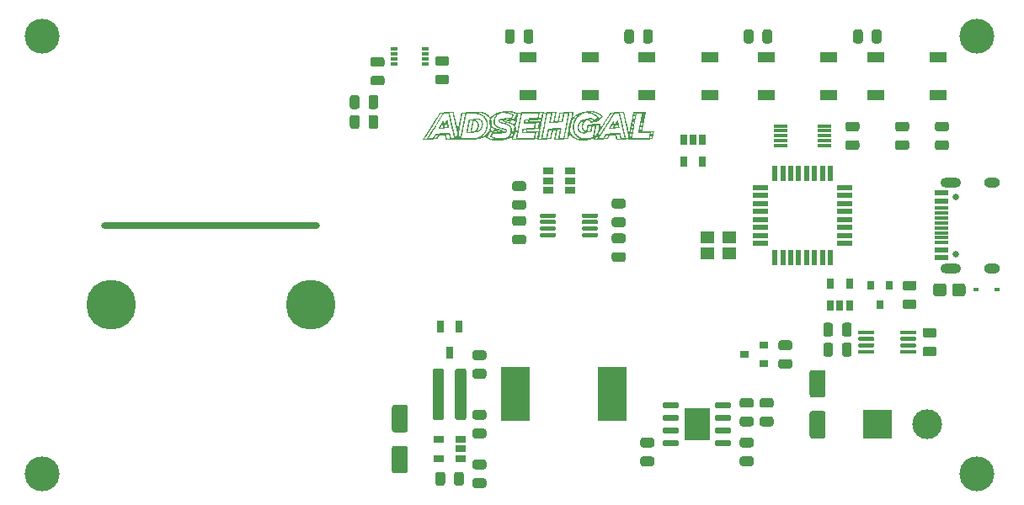
<source format=gbr>
%TF.GenerationSoftware,KiCad,Pcbnew,(5.99.0-2671-gfc0a358ba)*%
%TF.CreationDate,2020-08-29T02:36:00+05:30*%
%TF.ProjectId,Power_Supply,506f7765-725f-4537-9570-706c792e6b69,rev?*%
%TF.SameCoordinates,Original*%
%TF.FileFunction,Soldermask,Top*%
%TF.FilePolarity,Negative*%
%FSLAX46Y46*%
G04 Gerber Fmt 4.6, Leading zero omitted, Abs format (unit mm)*
G04 Created by KiCad (PCBNEW (5.99.0-2671-gfc0a358ba)) date 2020-08-29 02:36:00*
%MOMM*%
%LPD*%
G01*
G04 APERTURE LIST*
%ADD10C,3.500000*%
%ADD11R,3.000000X3.000000*%
%ADD12C,3.000000*%
%ADD13R,1.400000X1.150000*%
%ADD14R,1.600000X0.550000*%
%ADD15R,0.550000X1.600000*%
%ADD16R,0.900000X0.800000*%
%ADD17R,1.700000X1.000000*%
%ADD18R,0.600000X0.450000*%
%ADD19R,0.800000X0.300000*%
%ADD20O,22.010000X0.600000*%
%ADD21C,5.000000*%
%ADD22R,1.400000X0.300000*%
%ADD23C,0.650000*%
%ADD24R,1.450000X0.600000*%
%ADD25R,1.450000X0.300000*%
%ADD26O,1.600000X1.000000*%
%ADD27O,2.100000X1.000000*%
%ADD28R,2.900000X5.400000*%
%ADD29R,0.800000X0.900000*%
%ADD30R,1.060000X0.650000*%
%ADD31R,2.514000X3.200000*%
%ADD32R,0.650000X1.060000*%
%ADD33R,0.650000X1.220000*%
G04 APERTURE END LIST*
%TO.C,G\u002A\u002A\u002A*%
G36*
X54930868Y-24143728D02*
G01*
X54946658Y-24115830D01*
X54963948Y-24085385D01*
X54982517Y-24052778D01*
X55002146Y-24018393D01*
X55022613Y-23982613D01*
X55043697Y-23945823D01*
X55065177Y-23908406D01*
X55086832Y-23870747D01*
X55108441Y-23833230D01*
X55129785Y-23796239D01*
X55150640Y-23760158D01*
X55170787Y-23725372D01*
X55190005Y-23692263D01*
X55208072Y-23661216D01*
X55224769Y-23632615D01*
X55239873Y-23606845D01*
X55253164Y-23584289D01*
X55264421Y-23565332D01*
X55273423Y-23550357D01*
X55279950Y-23539748D01*
X55283780Y-23533890D01*
X55284489Y-23532982D01*
X55299128Y-23521377D01*
X55315638Y-23514803D01*
X55332931Y-23513072D01*
X55349920Y-23515997D01*
X55365516Y-23523392D01*
X55378633Y-23535069D01*
X55388162Y-23550794D01*
X55389639Y-23555936D01*
X55392095Y-23566420D01*
X55395400Y-23581614D01*
X55399423Y-23600884D01*
X55404035Y-23623599D01*
X55409106Y-23649126D01*
X55414506Y-23676833D01*
X55420104Y-23706086D01*
X55420319Y-23707224D01*
X55425857Y-23736351D01*
X55431115Y-23763820D01*
X55435973Y-23789019D01*
X55440312Y-23811339D01*
X55444012Y-23830169D01*
X55446956Y-23844898D01*
X55449022Y-23854916D01*
X55450092Y-23859612D01*
X55450124Y-23859718D01*
X55450943Y-23860346D01*
X55452625Y-23859209D01*
X55455357Y-23856003D01*
X55459321Y-23850424D01*
X55464703Y-23842168D01*
X55471687Y-23830931D01*
X55480457Y-23816409D01*
X55491198Y-23798300D01*
X55504094Y-23776297D01*
X55519329Y-23750099D01*
X55537089Y-23719401D01*
X55557556Y-23683900D01*
X55570785Y-23660911D01*
X55589663Y-23628127D01*
X55607828Y-23596654D01*
X55625031Y-23566922D01*
X55641019Y-23539361D01*
X55655543Y-23514402D01*
X55668350Y-23492475D01*
X55679190Y-23474011D01*
X55687813Y-23459440D01*
X55693966Y-23449192D01*
X55697399Y-23443699D01*
X55697741Y-23443203D01*
X55709993Y-23430963D01*
X55724941Y-23423285D01*
X55741463Y-23420004D01*
X55758433Y-23420958D01*
X55774726Y-23425982D01*
X55789218Y-23434915D01*
X55800784Y-23447593D01*
X55806694Y-23459015D01*
X55807748Y-23463268D01*
X55809825Y-23473024D01*
X55812836Y-23487825D01*
X55816696Y-23507210D01*
X55821317Y-23530719D01*
X55826612Y-23557891D01*
X55832493Y-23588266D01*
X55838874Y-23621385D01*
X55845667Y-23656786D01*
X55852785Y-23694009D01*
X55860142Y-23732595D01*
X55867649Y-23772083D01*
X55875220Y-23812013D01*
X55882768Y-23851924D01*
X55890205Y-23891357D01*
X55897444Y-23929851D01*
X55904398Y-23966946D01*
X55910980Y-24002182D01*
X55917104Y-24035098D01*
X55922680Y-24065235D01*
X55927623Y-24092131D01*
X55931846Y-24115327D01*
X55935260Y-24134363D01*
X55937780Y-24148779D01*
X55939318Y-24158113D01*
X55939790Y-24161825D01*
X55937413Y-24174949D01*
X55931256Y-24188963D01*
X55922533Y-24201298D01*
X55919731Y-24204163D01*
X55915975Y-24207679D01*
X55912451Y-24210694D01*
X55908686Y-24213246D01*
X55904206Y-24215373D01*
X55898537Y-24217115D01*
X55891205Y-24218510D01*
X55881735Y-24219596D01*
X55869653Y-24220412D01*
X55854487Y-24220997D01*
X55835761Y-24221388D01*
X55813001Y-24221625D01*
X55785734Y-24221746D01*
X55753485Y-24221789D01*
X55715781Y-24221794D01*
X55517420Y-24221794D01*
X55519714Y-24230149D01*
X55522086Y-24248621D01*
X55519770Y-24267407D01*
X55513214Y-24284750D01*
X55502869Y-24298895D01*
X55501839Y-24299885D01*
X55498975Y-24302594D01*
X55496298Y-24304981D01*
X55493424Y-24307066D01*
X55489972Y-24308870D01*
X55485559Y-24310412D01*
X55479804Y-24311714D01*
X55472323Y-24312795D01*
X55462735Y-24313675D01*
X55450658Y-24314375D01*
X55435709Y-24314915D01*
X55417507Y-24315316D01*
X55395668Y-24315597D01*
X55369811Y-24315779D01*
X55339554Y-24315882D01*
X55304513Y-24315926D01*
X55264308Y-24315932D01*
X55218556Y-24315919D01*
X55199374Y-24315914D01*
X55152346Y-24315897D01*
X55111008Y-24315868D01*
X55074974Y-24315817D01*
X55043855Y-24315737D01*
X55017267Y-24315621D01*
X54994821Y-24315461D01*
X54976132Y-24315248D01*
X54960812Y-24314976D01*
X54948475Y-24314637D01*
X54938734Y-24314222D01*
X54931203Y-24313725D01*
X54925494Y-24313138D01*
X54921221Y-24312452D01*
X54917997Y-24311660D01*
X54915436Y-24310755D01*
X54914223Y-24310230D01*
X54899534Y-24300542D01*
X54888105Y-24287025D01*
X54880567Y-24271046D01*
X54877553Y-24253972D01*
X54879692Y-24237171D01*
X54880022Y-24236130D01*
X54882167Y-24231577D01*
X54887138Y-24222172D01*
X54894715Y-24208301D01*
X54904676Y-24190348D01*
X54905781Y-24188373D01*
X55052233Y-24188373D01*
X55177351Y-24188373D01*
X55208209Y-24188361D01*
X55233521Y-24188310D01*
X55253820Y-24188196D01*
X55269636Y-24187997D01*
X55281500Y-24187690D01*
X55289944Y-24187251D01*
X55295500Y-24186657D01*
X55298698Y-24185886D01*
X55300070Y-24184914D01*
X55300146Y-24183719D01*
X55299878Y-24183056D01*
X55298524Y-24177342D01*
X55297581Y-24167765D01*
X55297274Y-24157884D01*
X55297368Y-24150728D01*
X55297932Y-24144615D01*
X55299374Y-24138541D01*
X55302100Y-24131504D01*
X55306518Y-24122500D01*
X55313035Y-24110525D01*
X55322057Y-24094575D01*
X55325181Y-24089097D01*
X55340066Y-24063010D01*
X55487047Y-24063010D01*
X55493733Y-24094186D01*
X55645395Y-24094186D01*
X55681052Y-24094156D01*
X55711044Y-24094059D01*
X55735783Y-24093885D01*
X55755682Y-24093623D01*
X55771150Y-24093264D01*
X55782602Y-24092796D01*
X55790447Y-24092210D01*
X55795098Y-24091495D01*
X55796966Y-24090641D01*
X55797047Y-24090388D01*
X55796495Y-24086946D01*
X55794915Y-24078122D01*
X55792418Y-24064502D01*
X55789115Y-24046675D01*
X55785117Y-24025226D01*
X55780535Y-24000744D01*
X55775481Y-23973814D01*
X55770064Y-23945023D01*
X55764397Y-23914960D01*
X55758589Y-23884209D01*
X55752753Y-23853360D01*
X55746999Y-23822998D01*
X55741437Y-23793710D01*
X55736179Y-23766083D01*
X55731337Y-23740705D01*
X55727020Y-23718162D01*
X55723340Y-23699041D01*
X55720407Y-23683930D01*
X55718334Y-23673414D01*
X55717230Y-23668081D01*
X55717105Y-23667580D01*
X55715489Y-23669698D01*
X55711088Y-23676691D01*
X55704135Y-23688159D01*
X55694866Y-23703705D01*
X55683515Y-23722928D01*
X55670316Y-23745431D01*
X55655504Y-23770814D01*
X55639313Y-23798680D01*
X55621977Y-23828629D01*
X55603733Y-23860263D01*
X55601632Y-23863912D01*
X55487047Y-24063010D01*
X55340066Y-24063010D01*
X55353102Y-24040165D01*
X55326820Y-23901549D01*
X55321440Y-23873448D01*
X55316332Y-23847289D01*
X55311616Y-23823656D01*
X55307413Y-23803131D01*
X55303844Y-23786297D01*
X55301031Y-23773737D01*
X55299095Y-23766032D01*
X55298192Y-23763733D01*
X55296400Y-23766407D01*
X55291831Y-23773926D01*
X55284731Y-23785863D01*
X55275348Y-23801794D01*
X55263928Y-23821292D01*
X55250718Y-23843931D01*
X55235966Y-23869285D01*
X55219917Y-23896930D01*
X55202818Y-23926438D01*
X55184917Y-23957384D01*
X55166461Y-23989342D01*
X55147695Y-24021886D01*
X55128868Y-24054590D01*
X55110225Y-24087029D01*
X55092013Y-24118776D01*
X55074480Y-24149406D01*
X55062202Y-24170903D01*
X55052233Y-24188373D01*
X54905781Y-24188373D01*
X54916801Y-24168695D01*
X54930868Y-24143728D01*
G37*
G36*
X66866606Y-23487494D02*
G01*
X66869995Y-23486698D01*
X66871864Y-23485724D01*
X66872719Y-23484551D01*
X66872825Y-23484252D01*
X66873617Y-23480674D01*
X66875534Y-23471492D01*
X66878505Y-23457059D01*
X66882458Y-23437730D01*
X66887321Y-23413857D01*
X66893024Y-23385795D01*
X66899493Y-23353897D01*
X66906658Y-23318516D01*
X66914446Y-23280006D01*
X66922786Y-23238721D01*
X66931607Y-23195014D01*
X66940836Y-23149238D01*
X66950402Y-23101748D01*
X66953553Y-23086100D01*
X66965136Y-23028686D01*
X66976040Y-22974907D01*
X66986221Y-22924969D01*
X66995637Y-22879080D01*
X67004242Y-22837447D01*
X67011995Y-22800277D01*
X67018850Y-22767777D01*
X67024766Y-22740155D01*
X67029697Y-22717617D01*
X67033602Y-22700372D01*
X67036436Y-22688626D01*
X67038155Y-22682586D01*
X67038397Y-22682009D01*
X67049124Y-22666554D01*
X67063435Y-22655683D01*
X67069770Y-22652669D01*
X67072813Y-22651667D01*
X67077087Y-22650816D01*
X67083062Y-22650102D01*
X67091209Y-22649515D01*
X67102000Y-22649043D01*
X67115905Y-22648673D01*
X67133395Y-22648396D01*
X67154941Y-22648198D01*
X67181014Y-22648068D01*
X67212086Y-22647995D01*
X67248626Y-22647967D01*
X67260323Y-22647966D01*
X67439621Y-22647966D01*
X67441145Y-22641130D01*
X67442563Y-22634767D01*
X67444813Y-22624663D01*
X67447404Y-22613026D01*
X67453471Y-22593206D01*
X67462091Y-22578178D01*
X67473954Y-22566950D01*
X67483213Y-22561476D01*
X67498657Y-22553780D01*
X68416775Y-22553780D01*
X68430155Y-22560616D01*
X68446085Y-22572048D01*
X68457917Y-22587555D01*
X68463996Y-22602698D01*
X68464591Y-22605370D01*
X68464963Y-22608468D01*
X68465043Y-22612377D01*
X68464763Y-22617484D01*
X68464056Y-22624174D01*
X68462855Y-22632833D01*
X68461089Y-22643846D01*
X68458693Y-22657600D01*
X68455598Y-22674480D01*
X68451736Y-22694871D01*
X68447040Y-22719161D01*
X68441440Y-22747733D01*
X68434871Y-22780975D01*
X68427262Y-22819272D01*
X68418547Y-22863009D01*
X68415321Y-22879182D01*
X68407501Y-22918362D01*
X68399996Y-22955935D01*
X68392894Y-22991458D01*
X68386283Y-23024491D01*
X68380252Y-23054593D01*
X68374890Y-23081324D01*
X68370284Y-23104243D01*
X68366524Y-23122908D01*
X68363697Y-23136881D01*
X68361892Y-23145719D01*
X68361221Y-23148891D01*
X68362308Y-23149916D01*
X68367109Y-23146326D01*
X68375511Y-23138222D01*
X68387400Y-23125709D01*
X68389838Y-23123066D01*
X68403795Y-23108177D01*
X68419445Y-23091972D01*
X68434883Y-23076394D01*
X68448209Y-23063387D01*
X68448357Y-23063247D01*
X68522089Y-22997315D01*
X68599688Y-22935998D01*
X68680977Y-22879380D01*
X68765775Y-22827544D01*
X68853904Y-22780573D01*
X68945184Y-22738550D01*
X69039436Y-22701557D01*
X69136481Y-22669679D01*
X69236140Y-22642998D01*
X69335637Y-22622141D01*
X70142285Y-22622141D01*
X70177225Y-22629184D01*
X70194436Y-22632858D01*
X70214846Y-22637527D01*
X70235797Y-22642569D01*
X70253182Y-22646980D01*
X70342899Y-22673144D01*
X70428268Y-22703496D01*
X70509423Y-22738121D01*
X70586498Y-22777104D01*
X70659627Y-22820531D01*
X70728945Y-22868486D01*
X70794586Y-22921055D01*
X70856685Y-22978324D01*
X70915376Y-23040378D01*
X70963605Y-23098114D01*
X70973946Y-23111558D01*
X70983218Y-23124243D01*
X70990594Y-23134991D01*
X70995245Y-23142625D01*
X70996080Y-23144350D01*
X71000124Y-23161471D01*
X70999052Y-23179507D01*
X70993240Y-23196775D01*
X70983066Y-23211594D01*
X70980438Y-23214212D01*
X70976490Y-23217517D01*
X70968188Y-23224182D01*
X70955986Y-23233853D01*
X70940338Y-23246172D01*
X70921698Y-23260784D01*
X70900519Y-23277333D01*
X70877255Y-23295464D01*
X70852360Y-23314820D01*
X70829834Y-23332297D01*
X70687934Y-23442289D01*
X70705265Y-23461016D01*
X70713421Y-23469620D01*
X70720053Y-23476233D01*
X70724072Y-23479780D01*
X70724652Y-23480098D01*
X70727279Y-23478323D01*
X70734397Y-23473059D01*
X70745698Y-23464543D01*
X70760873Y-23453012D01*
X70779613Y-23438704D01*
X70801610Y-23421854D01*
X70826554Y-23402700D01*
X70854137Y-23381478D01*
X70884050Y-23358427D01*
X70915984Y-23333782D01*
X70949631Y-23307780D01*
X70984680Y-23280659D01*
X70992020Y-23274975D01*
X71027383Y-23247582D01*
X71061433Y-23221195D01*
X71093860Y-23196056D01*
X71124350Y-23172408D01*
X71152591Y-23150493D01*
X71178272Y-23130554D01*
X71201080Y-23112833D01*
X71220703Y-23097573D01*
X71236829Y-23085016D01*
X71249144Y-23075405D01*
X71257338Y-23068982D01*
X71261098Y-23065990D01*
X71261285Y-23065830D01*
X71261122Y-23062005D01*
X71256869Y-23054614D01*
X71248971Y-23044132D01*
X71237878Y-23031035D01*
X71224036Y-23015797D01*
X71207893Y-22998893D01*
X71189897Y-22980799D01*
X71170495Y-22961989D01*
X71150134Y-22942938D01*
X71129263Y-22924121D01*
X71120610Y-22916539D01*
X71067999Y-22874398D01*
X71010286Y-22834790D01*
X70947998Y-22797958D01*
X70881665Y-22764149D01*
X70811812Y-22733608D01*
X70738969Y-22706580D01*
X70663663Y-22683309D01*
X70586422Y-22664042D01*
X70569163Y-22660352D01*
X70523061Y-22651564D01*
X70474103Y-22643637D01*
X70423494Y-22636693D01*
X70372440Y-22630854D01*
X70322144Y-22626241D01*
X70273814Y-22622976D01*
X70228653Y-22621180D01*
X70187866Y-22620974D01*
X70180263Y-22621137D01*
X70142285Y-22622141D01*
X69335637Y-22622141D01*
X69338233Y-22621597D01*
X69432847Y-22606814D01*
X69478226Y-22598202D01*
X69511842Y-22588672D01*
X69610663Y-22560031D01*
X69712528Y-22536432D01*
X69817037Y-22517914D01*
X69923787Y-22504514D01*
X70032378Y-22496271D01*
X70142407Y-22493223D01*
X70253472Y-22495407D01*
X70365172Y-22502863D01*
X70391131Y-22505349D01*
X70492260Y-22518078D01*
X70589395Y-22535379D01*
X70682557Y-22557263D01*
X70771766Y-22583740D01*
X70857043Y-22614821D01*
X70938408Y-22650515D01*
X71015881Y-22690832D01*
X71089482Y-22735783D01*
X71159231Y-22785379D01*
X71225149Y-22839628D01*
X71287255Y-22898541D01*
X71345571Y-22962129D01*
X71377586Y-23001056D01*
X71387952Y-23014498D01*
X71397421Y-23027374D01*
X71405087Y-23038411D01*
X71410045Y-23046336D01*
X71410765Y-23047699D01*
X71416215Y-23065282D01*
X71416073Y-23083377D01*
X71410569Y-23100763D01*
X71399933Y-23116217D01*
X71397337Y-23118849D01*
X71392529Y-23123009D01*
X71383348Y-23130514D01*
X71370141Y-23141096D01*
X71353250Y-23154490D01*
X71333022Y-23170429D01*
X71309800Y-23188646D01*
X71283930Y-23208876D01*
X71255757Y-23230852D01*
X71225624Y-23254308D01*
X71193877Y-23278977D01*
X71160860Y-23304593D01*
X71126919Y-23330890D01*
X71092398Y-23357602D01*
X71057642Y-23384461D01*
X71022995Y-23411203D01*
X70988803Y-23437559D01*
X70955410Y-23463265D01*
X70923160Y-23488054D01*
X70892399Y-23511659D01*
X70863472Y-23533815D01*
X70836722Y-23554254D01*
X70812496Y-23572710D01*
X70791136Y-23588918D01*
X70772990Y-23602611D01*
X70758400Y-23613522D01*
X70747712Y-23621385D01*
X70741271Y-23625934D01*
X70739612Y-23626952D01*
X70724393Y-23631560D01*
X70712267Y-23631704D01*
X70700807Y-23629915D01*
X70690711Y-23626492D01*
X70680988Y-23620739D01*
X70670643Y-23611955D01*
X70658684Y-23599443D01*
X70646714Y-23585600D01*
X70634917Y-23571847D01*
X70622875Y-23558253D01*
X70611881Y-23546249D01*
X70603229Y-23537269D01*
X70602086Y-23536148D01*
X70585873Y-23520442D01*
X70462823Y-23616042D01*
X70438617Y-23634818D01*
X70415575Y-23652633D01*
X70394199Y-23669105D01*
X70374987Y-23683849D01*
X70358441Y-23696484D01*
X70345062Y-23706625D01*
X70335351Y-23713890D01*
X70329807Y-23717896D01*
X70329139Y-23718339D01*
X70317565Y-23722912D01*
X70302861Y-23725019D01*
X70287470Y-23724606D01*
X70273839Y-23721619D01*
X70269335Y-23719643D01*
X70264188Y-23715660D01*
X70256015Y-23707892D01*
X70245682Y-23697223D01*
X70234052Y-23684539D01*
X70224793Y-23674000D01*
X70187378Y-23632716D01*
X70150717Y-23596720D01*
X70114071Y-23565409D01*
X70076702Y-23538180D01*
X70037872Y-23514430D01*
X70014147Y-23501889D01*
X69970703Y-23482778D01*
X69923039Y-23466613D01*
X69872417Y-23453714D01*
X69820099Y-23444404D01*
X69768139Y-23439058D01*
X69736393Y-23437005D01*
X69706494Y-23457231D01*
X69659225Y-23492850D01*
X69615676Y-23533145D01*
X69575993Y-23577880D01*
X69540318Y-23626819D01*
X69508797Y-23679725D01*
X69481574Y-23736362D01*
X69458793Y-23796494D01*
X69440599Y-23859883D01*
X69429876Y-23910370D01*
X69424721Y-23941195D01*
X69420951Y-23969927D01*
X69418412Y-23998447D01*
X69416950Y-24028632D01*
X69416410Y-24062360D01*
X69416408Y-24074437D01*
X69416781Y-24105352D01*
X69417808Y-24131563D01*
X69419649Y-24154425D01*
X69422463Y-24175292D01*
X69426413Y-24195517D01*
X69431659Y-24216453D01*
X69434412Y-24226218D01*
X69451039Y-24272943D01*
X69472861Y-24316697D01*
X69499615Y-24357182D01*
X69531037Y-24394098D01*
X69566866Y-24427148D01*
X69606839Y-24456031D01*
X69650692Y-24480449D01*
X69663113Y-24486216D01*
X69677401Y-24492306D01*
X69692470Y-24498265D01*
X69707216Y-24503713D01*
X69720540Y-24508271D01*
X69731341Y-24511557D01*
X69738516Y-24513192D01*
X69740910Y-24513054D01*
X69741633Y-24509967D01*
X69743443Y-24501398D01*
X69746242Y-24487827D01*
X69749934Y-24469733D01*
X69754421Y-24447595D01*
X69759606Y-24421892D01*
X69765394Y-24393103D01*
X69771686Y-24361707D01*
X69778386Y-24328184D01*
X69783545Y-24302308D01*
X69794360Y-24248038D01*
X69804062Y-24199407D01*
X69812723Y-24156091D01*
X69820415Y-24117770D01*
X69827207Y-24084121D01*
X69833170Y-24054822D01*
X69838376Y-24029552D01*
X69842896Y-24007987D01*
X69846799Y-23989807D01*
X69850158Y-23974689D01*
X69853043Y-23962311D01*
X69855524Y-23952351D01*
X69857673Y-23944487D01*
X69859560Y-23938397D01*
X69861257Y-23933759D01*
X69862834Y-23930250D01*
X69864362Y-23927550D01*
X69865912Y-23925336D01*
X69866723Y-23924303D01*
X69875244Y-23915623D01*
X69885241Y-23907917D01*
X69887358Y-23906623D01*
X69899222Y-23899836D01*
X70080555Y-23899786D01*
X70118348Y-23899768D01*
X70150519Y-23899724D01*
X70177524Y-23899643D01*
X70199817Y-23899512D01*
X70217852Y-23899315D01*
X70232086Y-23899041D01*
X70242972Y-23898676D01*
X70250967Y-23898207D01*
X70256523Y-23897620D01*
X70260097Y-23896901D01*
X70262144Y-23896038D01*
X70263117Y-23895017D01*
X70263351Y-23894419D01*
X70264666Y-23888992D01*
X70266806Y-23879507D01*
X70269346Y-23867851D01*
X70269785Y-23865801D01*
X70276140Y-23844597D01*
X70285262Y-23828413D01*
X70297527Y-23816680D01*
X70305519Y-23812030D01*
X70318904Y-23805550D01*
X70721276Y-23805617D01*
X70778959Y-23805629D01*
X70830878Y-23805649D01*
X70877349Y-23805680D01*
X70918684Y-23805727D01*
X70955197Y-23805795D01*
X70987202Y-23805887D01*
X71015013Y-23806008D01*
X71038942Y-23806162D01*
X71059305Y-23806354D01*
X71076415Y-23806587D01*
X71090585Y-23806866D01*
X71102129Y-23807196D01*
X71111360Y-23807580D01*
X71118593Y-23808023D01*
X71124142Y-23808529D01*
X71128319Y-23809103D01*
X71131438Y-23809749D01*
X71133814Y-23810471D01*
X71135759Y-23811273D01*
X71135801Y-23811292D01*
X71151485Y-23821683D01*
X71162865Y-23835973D01*
X71169378Y-23853272D01*
X71170742Y-23866541D01*
X71170170Y-23870894D01*
X71168530Y-23880637D01*
X71165931Y-23895199D01*
X71162483Y-23914009D01*
X71158298Y-23936498D01*
X71153484Y-23962093D01*
X71148154Y-23990224D01*
X71142416Y-24020320D01*
X71136381Y-24051810D01*
X71130160Y-24084124D01*
X71123863Y-24116691D01*
X71117600Y-24148939D01*
X71111482Y-24180298D01*
X71105619Y-24210197D01*
X71100121Y-24238066D01*
X71095098Y-24263333D01*
X71090662Y-24285428D01*
X71086922Y-24303779D01*
X71083988Y-24317816D01*
X71081971Y-24326968D01*
X71081084Y-24330412D01*
X71080589Y-24333888D01*
X71080946Y-24334210D01*
X71082650Y-24331679D01*
X71087494Y-24324213D01*
X71095358Y-24312002D01*
X71106120Y-24295238D01*
X71119658Y-24274111D01*
X71135850Y-24248812D01*
X71154575Y-24219532D01*
X71175710Y-24186463D01*
X71199134Y-24149793D01*
X71224725Y-24109715D01*
X71252361Y-24066420D01*
X71281920Y-24020098D01*
X71313281Y-23970939D01*
X71346321Y-23919136D01*
X71380920Y-23864878D01*
X71416954Y-23808356D01*
X71454303Y-23749762D01*
X71492844Y-23689285D01*
X71532456Y-23627118D01*
X71573017Y-23563451D01*
X71609917Y-23505520D01*
X71651294Y-23440568D01*
X71691868Y-23376897D01*
X71731517Y-23314701D01*
X71770117Y-23254174D01*
X71807543Y-23195508D01*
X71843672Y-23138898D01*
X71878379Y-23084538D01*
X71911542Y-23032620D01*
X71943036Y-22983338D01*
X71972738Y-22936886D01*
X72000523Y-22893458D01*
X72026268Y-22853246D01*
X72049849Y-22816445D01*
X72071142Y-22783248D01*
X72090023Y-22753849D01*
X72106369Y-22728441D01*
X72120055Y-22707218D01*
X72130958Y-22690373D01*
X72133921Y-22685824D01*
X73126628Y-22685824D01*
X73126970Y-22686704D01*
X73127858Y-22689996D01*
X73130100Y-22699006D01*
X73133651Y-22713543D01*
X73138464Y-22733413D01*
X73144493Y-22758421D01*
X73151692Y-22788376D01*
X73160014Y-22823082D01*
X73169415Y-22862348D01*
X73179847Y-22905979D01*
X73191264Y-22953781D01*
X73203621Y-23005562D01*
X73216871Y-23061128D01*
X73230968Y-23120286D01*
X73245866Y-23182841D01*
X73261520Y-23248602D01*
X73277881Y-23317373D01*
X73294906Y-23388962D01*
X73312547Y-23463176D01*
X73330759Y-23539820D01*
X73349495Y-23618701D01*
X73368709Y-23699627D01*
X73388355Y-23782403D01*
X73408387Y-23866836D01*
X73426639Y-23943792D01*
X73446969Y-24029514D01*
X73466948Y-24113741D01*
X73486531Y-24196278D01*
X73505670Y-24276933D01*
X73524321Y-24355513D01*
X73542438Y-24431825D01*
X73559975Y-24505676D01*
X73576885Y-24576874D01*
X73593124Y-24645225D01*
X73608645Y-24710538D01*
X73623402Y-24772619D01*
X73637349Y-24831274D01*
X73650442Y-24886313D01*
X73662633Y-24937541D01*
X73673877Y-24984765D01*
X73684128Y-25027794D01*
X73693340Y-25066434D01*
X73701468Y-25100492D01*
X73708465Y-25129776D01*
X73714286Y-25154092D01*
X73718884Y-25173248D01*
X73722215Y-25187052D01*
X73724231Y-25195309D01*
X73724885Y-25197841D01*
X73728141Y-25198362D01*
X73736787Y-25198841D01*
X73750137Y-25199264D01*
X73767507Y-25199618D01*
X73788209Y-25199887D01*
X73811557Y-25200059D01*
X73836794Y-25200119D01*
X73947296Y-25200119D01*
X73950565Y-25184168D01*
X73952034Y-25176931D01*
X73954498Y-25164708D01*
X73957763Y-25148470D01*
X73961633Y-25129190D01*
X73965913Y-25107839D01*
X73970204Y-25086406D01*
X73986574Y-25004594D01*
X73985989Y-25002124D01*
X74117068Y-25002124D01*
X74147092Y-25129959D01*
X74154337Y-25160772D01*
X74160348Y-25186188D01*
X74165280Y-25206726D01*
X74169285Y-25222906D01*
X74172517Y-25235247D01*
X74175127Y-25244268D01*
X74177269Y-25250490D01*
X74179096Y-25254431D01*
X74180760Y-25256611D01*
X74182415Y-25257548D01*
X74184213Y-25257764D01*
X74184713Y-25257766D01*
X74192309Y-25257737D01*
X74204269Y-25197841D01*
X74335585Y-25197841D01*
X74338726Y-25198081D01*
X74347645Y-25198308D01*
X74362047Y-25198520D01*
X74381633Y-25198719D01*
X74406107Y-25198905D01*
X74435170Y-25199077D01*
X74468525Y-25199236D01*
X74505875Y-25199381D01*
X74546923Y-25199513D01*
X74591371Y-25199632D01*
X74638922Y-25199738D01*
X74689278Y-25199831D01*
X74742143Y-25199911D01*
X74797218Y-25199978D01*
X74854206Y-25200032D01*
X74912811Y-25200074D01*
X74972734Y-25200104D01*
X75033679Y-25200121D01*
X75095347Y-25200126D01*
X75157442Y-25200118D01*
X75219666Y-25200098D01*
X75281722Y-25200067D01*
X75343312Y-25200023D01*
X75404139Y-25199967D01*
X75463906Y-25199900D01*
X75522316Y-25199821D01*
X75579070Y-25199730D01*
X75633872Y-25199628D01*
X75686424Y-25199514D01*
X75736428Y-25199389D01*
X75783589Y-25199253D01*
X75827607Y-25199106D01*
X75868186Y-25198947D01*
X75905029Y-25198778D01*
X75937837Y-25198598D01*
X75966314Y-25198407D01*
X75990163Y-25198205D01*
X76009085Y-25197992D01*
X76022784Y-25197769D01*
X76030962Y-25197536D01*
X76033354Y-25197325D01*
X76033601Y-25196303D01*
X76165670Y-25196303D01*
X76167066Y-25197656D01*
X76171660Y-25198672D01*
X76180057Y-25199388D01*
X76192864Y-25199843D01*
X76210686Y-25200072D01*
X76227625Y-25200119D01*
X76289580Y-25200119D01*
X76291496Y-25192486D01*
X76292580Y-25187588D01*
X76294721Y-25177379D01*
X76297818Y-25162368D01*
X76301768Y-25143067D01*
X76306468Y-25119985D01*
X76311817Y-25093631D01*
X76317712Y-25064515D01*
X76324050Y-25033149D01*
X76330728Y-25000041D01*
X76337646Y-24965701D01*
X76344699Y-24930640D01*
X76351785Y-24895368D01*
X76358803Y-24860394D01*
X76365649Y-24826228D01*
X76372222Y-24793380D01*
X76378418Y-24762361D01*
X76384136Y-24733679D01*
X76389272Y-24707846D01*
X76393725Y-24685371D01*
X76397391Y-24666764D01*
X76400169Y-24652536D01*
X76401956Y-24643195D01*
X76402650Y-24639251D01*
X76402655Y-24639177D01*
X76401655Y-24637733D01*
X76398194Y-24636650D01*
X76391581Y-24635882D01*
X76381126Y-24635382D01*
X76366139Y-24635105D01*
X76345928Y-24635003D01*
X76340371Y-24635000D01*
X76321660Y-24635055D01*
X76305199Y-24635209D01*
X76291884Y-24635444D01*
X76282615Y-24635744D01*
X76278290Y-24636091D01*
X76278086Y-24636187D01*
X76277496Y-24639270D01*
X76275783Y-24647894D01*
X76273031Y-24661642D01*
X76269322Y-24680100D01*
X76264741Y-24702852D01*
X76259371Y-24729484D01*
X76253297Y-24759579D01*
X76246602Y-24792722D01*
X76239369Y-24828499D01*
X76231683Y-24866493D01*
X76223628Y-24906290D01*
X76221878Y-24914931D01*
X76213746Y-24955125D01*
X76205968Y-24993653D01*
X76198626Y-25030095D01*
X76191804Y-25064030D01*
X76185588Y-25095039D01*
X76180061Y-25122699D01*
X76175306Y-25146591D01*
X76171408Y-25166295D01*
X76168450Y-25181390D01*
X76166518Y-25191455D01*
X76165694Y-25196071D01*
X76165670Y-25196303D01*
X76033601Y-25196303D01*
X76034127Y-25194128D01*
X76035995Y-25185509D01*
X76038847Y-25172003D01*
X76042575Y-25154143D01*
X76047069Y-25132465D01*
X76052222Y-25107503D01*
X76057924Y-25079791D01*
X76064066Y-25049864D01*
X76070539Y-25018257D01*
X76077234Y-24985503D01*
X76084043Y-24952137D01*
X76090856Y-24918693D01*
X76097564Y-24885707D01*
X76104058Y-24853712D01*
X76110230Y-24823243D01*
X76115971Y-24794835D01*
X76121171Y-24769021D01*
X76125722Y-24746336D01*
X76129515Y-24727315D01*
X76132440Y-24712493D01*
X76134389Y-24702402D01*
X76135253Y-24697579D01*
X76135287Y-24697267D01*
X76132298Y-24697118D01*
X76123531Y-24696965D01*
X76109284Y-24696809D01*
X76089854Y-24696651D01*
X76065540Y-24696493D01*
X76036639Y-24696335D01*
X76003450Y-24696178D01*
X75966271Y-24696025D01*
X75925400Y-24695876D01*
X75881135Y-24695731D01*
X75833774Y-24695593D01*
X75783615Y-24695463D01*
X75730956Y-24695342D01*
X75676096Y-24695230D01*
X75619331Y-24695129D01*
X75569408Y-24695053D01*
X75003529Y-24694246D01*
X74989029Y-24685723D01*
X74973498Y-24673467D01*
X74962952Y-24658108D01*
X74957762Y-24640198D01*
X74957654Y-24639277D01*
X74957695Y-24636803D01*
X74958174Y-24632278D01*
X74959123Y-24625530D01*
X74960577Y-24616390D01*
X74962568Y-24604684D01*
X74965130Y-24590243D01*
X74968297Y-24572893D01*
X74969912Y-24564214D01*
X75099234Y-24564214D01*
X75100282Y-24565605D01*
X75103877Y-24566614D01*
X75110699Y-24567274D01*
X75121427Y-24567621D01*
X75136739Y-24567691D01*
X75157313Y-24567518D01*
X75161957Y-24567460D01*
X75224680Y-24566638D01*
X75243984Y-24467894D01*
X75246221Y-24456514D01*
X75249591Y-24439450D01*
X75254040Y-24416978D01*
X75259514Y-24389374D01*
X75265956Y-24356913D01*
X75273314Y-24319871D01*
X75281530Y-24278523D01*
X75290552Y-24233146D01*
X75300324Y-24184014D01*
X75310791Y-24131403D01*
X75321898Y-24075589D01*
X75333590Y-24016848D01*
X75345813Y-23955455D01*
X75358512Y-23891685D01*
X75371632Y-23825815D01*
X75385119Y-23758119D01*
X75398916Y-23688874D01*
X75412970Y-23618355D01*
X75427226Y-23546838D01*
X75431374Y-23526028D01*
X75599460Y-22682906D01*
X75537277Y-22682084D01*
X75518512Y-22681879D01*
X75501928Y-22681781D01*
X75488443Y-22681787D01*
X75478972Y-22681898D01*
X75474432Y-22682111D01*
X75474176Y-22682179D01*
X75473506Y-22685201D01*
X75471706Y-22693908D01*
X75468831Y-22708028D01*
X75464936Y-22727285D01*
X75460076Y-22751405D01*
X75454304Y-22780115D01*
X75447676Y-22813140D01*
X75440246Y-22850206D01*
X75432068Y-22891040D01*
X75423198Y-22935366D01*
X75413690Y-22982911D01*
X75403599Y-23033401D01*
X75392979Y-23086561D01*
X75381884Y-23142117D01*
X75370370Y-23199796D01*
X75358491Y-23259323D01*
X75346302Y-23320424D01*
X75333857Y-23382825D01*
X75321210Y-23446252D01*
X75308417Y-23510430D01*
X75295533Y-23575086D01*
X75282611Y-23639946D01*
X75269706Y-23704734D01*
X75256873Y-23769178D01*
X75244167Y-23833002D01*
X75231642Y-23895934D01*
X75219352Y-23957698D01*
X75207353Y-24018021D01*
X75195699Y-24076628D01*
X75184445Y-24133245D01*
X75173645Y-24187599D01*
X75163353Y-24239415D01*
X75153625Y-24288419D01*
X75144515Y-24334337D01*
X75136078Y-24376895D01*
X75128368Y-24415818D01*
X75121440Y-24450832D01*
X75115348Y-24481664D01*
X75110147Y-24508039D01*
X75105893Y-24529683D01*
X75102638Y-24546322D01*
X75100439Y-24557682D01*
X75099348Y-24563489D01*
X75099234Y-24564214D01*
X74969912Y-24564214D01*
X74972100Y-24552466D01*
X74976575Y-24528788D01*
X74981753Y-24501688D01*
X74987669Y-24470996D01*
X74994356Y-24436540D01*
X75001847Y-24398148D01*
X75010175Y-24355649D01*
X75019374Y-24308873D01*
X75029477Y-24257647D01*
X75040517Y-24201800D01*
X75052528Y-24141161D01*
X75065543Y-24075559D01*
X75079596Y-24004822D01*
X75094719Y-23928779D01*
X75110946Y-23847258D01*
X75128311Y-23760089D01*
X75143075Y-23686015D01*
X75157910Y-23611593D01*
X75172436Y-23538704D01*
X75186608Y-23467574D01*
X75200381Y-23398428D01*
X75213711Y-23331492D01*
X75226552Y-23266992D01*
X75238860Y-23205154D01*
X75250590Y-23146203D01*
X75261697Y-23090365D01*
X75272136Y-23037865D01*
X75281862Y-22988930D01*
X75290831Y-22943784D01*
X75298997Y-22902655D01*
X75306315Y-22865766D01*
X75312742Y-22833344D01*
X75318231Y-22805615D01*
X75322739Y-22782804D01*
X75326220Y-22765136D01*
X75328629Y-22752839D01*
X75329922Y-22746136D01*
X75330144Y-22744891D01*
X75327158Y-22744422D01*
X75318409Y-22744005D01*
X75304210Y-22743645D01*
X75284875Y-22743342D01*
X75260717Y-22743101D01*
X75232048Y-22742922D01*
X75199184Y-22742810D01*
X75162436Y-22742765D01*
X75122119Y-22742792D01*
X75078545Y-22742891D01*
X75077358Y-22742895D01*
X74824572Y-22743672D01*
X74579378Y-23969617D01*
X74562353Y-24054766D01*
X74545638Y-24138405D01*
X74529273Y-24220335D01*
X74513297Y-24300361D01*
X74497749Y-24378286D01*
X74482669Y-24453911D01*
X74468095Y-24527040D01*
X74454067Y-24597476D01*
X74440624Y-24665021D01*
X74427804Y-24729480D01*
X74415647Y-24790653D01*
X74404193Y-24848345D01*
X74393480Y-24902359D01*
X74383546Y-24952497D01*
X74374433Y-24998561D01*
X74366178Y-25040356D01*
X74358820Y-25077684D01*
X74352400Y-25110348D01*
X74346955Y-25138150D01*
X74342526Y-25160894D01*
X74339150Y-25178382D01*
X74336868Y-25190418D01*
X74335719Y-25196805D01*
X74335585Y-25197841D01*
X74204269Y-25197841D01*
X74442707Y-24003743D01*
X74459910Y-23917596D01*
X74476816Y-23832952D01*
X74493386Y-23750005D01*
X74509580Y-23668950D01*
X74525359Y-23589984D01*
X74540685Y-23513301D01*
X74555519Y-23439096D01*
X74569820Y-23367565D01*
X74583551Y-23298903D01*
X74596672Y-23233305D01*
X74609144Y-23170967D01*
X74620928Y-23112083D01*
X74631985Y-23056848D01*
X74642276Y-23005459D01*
X74651762Y-22958110D01*
X74660403Y-22914997D01*
X74668161Y-22876314D01*
X74674996Y-22842257D01*
X74680870Y-22813021D01*
X74685743Y-22788802D01*
X74689576Y-22769794D01*
X74692331Y-22756194D01*
X74693968Y-22748195D01*
X74694449Y-22745951D01*
X74693625Y-22744630D01*
X74689693Y-22743633D01*
X74682052Y-22742924D01*
X74670102Y-22742465D01*
X74653241Y-22742221D01*
X74632419Y-22742153D01*
X74569045Y-22742153D01*
X74343056Y-23872138D01*
X74117068Y-25002124D01*
X73985989Y-25002124D01*
X73711176Y-23843004D01*
X73435777Y-22681415D01*
X73279959Y-22681401D01*
X73245191Y-22681407D01*
X73216022Y-22681442D01*
X73191974Y-22681524D01*
X73172570Y-22681668D01*
X73157331Y-22681892D01*
X73145780Y-22682211D01*
X73137440Y-22682643D01*
X73131832Y-22683203D01*
X73128480Y-22683909D01*
X73126904Y-22684777D01*
X73126628Y-22685824D01*
X72133921Y-22685824D01*
X72138954Y-22678101D01*
X72143919Y-22670593D01*
X72145675Y-22668091D01*
X72153816Y-22661024D01*
X72163789Y-22654709D01*
X72165777Y-22653726D01*
X72168716Y-22652508D01*
X72172178Y-22651478D01*
X72176668Y-22650621D01*
X72182693Y-22649921D01*
X72190758Y-22649361D01*
X72201371Y-22648926D01*
X72215037Y-22648599D01*
X72232263Y-22648364D01*
X72253554Y-22648207D01*
X72279416Y-22648109D01*
X72310357Y-22648057D01*
X72345815Y-22648033D01*
X72513700Y-22647966D01*
X72527757Y-22625939D01*
X72539585Y-22607527D01*
X72548821Y-22593523D01*
X72556055Y-22583158D01*
X72561875Y-22575661D01*
X72566872Y-22570265D01*
X72571633Y-22566199D01*
X72575650Y-22563399D01*
X72588098Y-22555299D01*
X73506654Y-22555299D01*
X73519828Y-22564548D01*
X73529076Y-22572538D01*
X73537131Y-22581971D01*
X73539579Y-22585816D01*
X73540939Y-22589991D01*
X73543673Y-22600042D01*
X73547772Y-22615926D01*
X73553226Y-22637603D01*
X73560024Y-22665031D01*
X73568157Y-22698169D01*
X73577614Y-22736975D01*
X73588387Y-22781408D01*
X73600463Y-22831427D01*
X73613835Y-22886990D01*
X73628492Y-22948056D01*
X73644423Y-23014583D01*
X73661620Y-23086530D01*
X73680071Y-23163856D01*
X73699767Y-23246519D01*
X73720699Y-23334478D01*
X73742855Y-23427692D01*
X73766227Y-23526118D01*
X73790804Y-23629716D01*
X73795739Y-23650530D01*
X73814362Y-23729070D01*
X73832628Y-23806092D01*
X73850488Y-23881384D01*
X73867891Y-23954736D01*
X73884789Y-24025940D01*
X73901129Y-24094784D01*
X73916864Y-24161059D01*
X73931942Y-24224555D01*
X73946315Y-24285061D01*
X73959931Y-24342369D01*
X73972742Y-24396267D01*
X73984697Y-24446546D01*
X73995746Y-24492995D01*
X74005839Y-24535406D01*
X74014927Y-24573567D01*
X74022960Y-24607270D01*
X74029887Y-24636303D01*
X74035658Y-24660457D01*
X74040225Y-24679522D01*
X74043536Y-24693288D01*
X74045542Y-24701545D01*
X74046193Y-24704095D01*
X74046847Y-24701218D01*
X74048648Y-24692598D01*
X74051552Y-24678448D01*
X74055516Y-24658986D01*
X74060496Y-24634425D01*
X74066450Y-24604980D01*
X74073334Y-24570868D01*
X74081105Y-24532303D01*
X74089720Y-24489501D01*
X74099136Y-24442676D01*
X74109309Y-24392044D01*
X74120196Y-24337819D01*
X74131754Y-24280218D01*
X74143939Y-24219455D01*
X74156710Y-24155745D01*
X74170021Y-24089304D01*
X74183830Y-24020347D01*
X74198094Y-23949089D01*
X74212770Y-23875745D01*
X74227814Y-23800530D01*
X74243183Y-23723659D01*
X74251250Y-23683302D01*
X74271253Y-23583250D01*
X74290102Y-23489040D01*
X74307823Y-23400552D01*
X74324440Y-23317668D01*
X74339976Y-23240267D01*
X74354456Y-23168231D01*
X74367905Y-23101440D01*
X74380346Y-23039775D01*
X74391805Y-22983116D01*
X74402305Y-22931344D01*
X74411871Y-22884339D01*
X74420527Y-22841982D01*
X74428297Y-22804154D01*
X74435207Y-22770736D01*
X74441279Y-22741607D01*
X74446539Y-22716649D01*
X74451010Y-22695742D01*
X74454718Y-22678767D01*
X74457686Y-22665604D01*
X74459939Y-22656134D01*
X74461501Y-22650238D01*
X74462280Y-22647994D01*
X74470200Y-22636388D01*
X74480688Y-22626263D01*
X74482128Y-22625207D01*
X74495131Y-22616064D01*
X74608207Y-22615201D01*
X74721283Y-22614337D01*
X74724867Y-22600940D01*
X74731718Y-22585637D01*
X74742929Y-22571758D01*
X74756808Y-22561278D01*
X74760440Y-22559446D01*
X74762288Y-22558700D01*
X74764582Y-22558024D01*
X74767617Y-22557415D01*
X74771684Y-22556869D01*
X74777077Y-22556382D01*
X74784088Y-22555951D01*
X74793011Y-22555572D01*
X74804137Y-22555243D01*
X74817760Y-22554959D01*
X74834172Y-22554718D01*
X74853666Y-22554515D01*
X74876535Y-22554347D01*
X74903072Y-22554210D01*
X74933569Y-22554102D01*
X74968319Y-22554019D01*
X75007615Y-22553956D01*
X75051750Y-22553912D01*
X75101016Y-22553881D01*
X75155707Y-22553861D01*
X75216114Y-22553849D01*
X75230738Y-22553846D01*
X75293296Y-22553832D01*
X75350069Y-22553816D01*
X75401346Y-22553808D01*
X75447418Y-22553819D01*
X75488576Y-22553859D01*
X75525110Y-22553939D01*
X75557311Y-22554069D01*
X75585468Y-22554259D01*
X75609873Y-22554520D01*
X75630817Y-22554863D01*
X75648589Y-22555297D01*
X75663480Y-22555834D01*
X75675781Y-22556483D01*
X75685782Y-22557255D01*
X75693773Y-22558160D01*
X75700047Y-22559209D01*
X75704891Y-22560413D01*
X75708599Y-22561782D01*
X75711459Y-22563325D01*
X75713762Y-22565054D01*
X75715799Y-22566979D01*
X75717861Y-22569111D01*
X75720186Y-22571411D01*
X75729601Y-22583062D01*
X75736638Y-22597166D01*
X75740086Y-22611139D01*
X75740244Y-22614140D01*
X75739662Y-22617901D01*
X75737935Y-22627393D01*
X75735108Y-22642388D01*
X75731225Y-22662657D01*
X75726332Y-22687973D01*
X75720474Y-22718107D01*
X75713695Y-22752832D01*
X75706041Y-22791918D01*
X75697557Y-22835139D01*
X75688286Y-22882267D01*
X75678275Y-22933072D01*
X75667569Y-22987327D01*
X75656211Y-23044803D01*
X75644248Y-23105274D01*
X75631723Y-23168510D01*
X75618683Y-23234284D01*
X75605171Y-23302367D01*
X75591233Y-23372531D01*
X75576914Y-23444549D01*
X75562259Y-23518192D01*
X75553457Y-23562389D01*
X75538635Y-23636808D01*
X75524122Y-23709697D01*
X75509962Y-23780831D01*
X75496201Y-23849984D01*
X75482884Y-23916931D01*
X75470055Y-23981444D01*
X75457758Y-24043298D01*
X75446040Y-24102268D01*
X75434944Y-24158127D01*
X75424516Y-24210649D01*
X75414801Y-24259609D01*
X75405843Y-24304779D01*
X75397687Y-24345936D01*
X75390377Y-24382851D01*
X75383960Y-24415301D01*
X75378479Y-24443058D01*
X75373980Y-24465896D01*
X75370507Y-24483590D01*
X75368106Y-24495914D01*
X75366820Y-24502642D01*
X75366603Y-24503900D01*
X75368157Y-24504353D01*
X75372941Y-24504769D01*
X75381135Y-24505149D01*
X75392923Y-24505496D01*
X75408485Y-24505809D01*
X75428003Y-24506090D01*
X75451659Y-24506340D01*
X75479635Y-24506560D01*
X75512112Y-24506752D01*
X75549272Y-24506917D01*
X75591297Y-24507054D01*
X75638369Y-24507167D01*
X75690668Y-24507256D01*
X75748377Y-24507321D01*
X75811678Y-24507365D01*
X75880752Y-24507388D01*
X75930301Y-24507392D01*
X75999870Y-24507387D01*
X76063624Y-24507379D01*
X76121822Y-24507374D01*
X76174725Y-24507380D01*
X76222595Y-24507405D01*
X76265690Y-24507458D01*
X76304273Y-24507544D01*
X76338603Y-24507673D01*
X76368941Y-24507852D01*
X76395548Y-24508089D01*
X76418684Y-24508391D01*
X76438610Y-24508767D01*
X76455586Y-24509223D01*
X76469874Y-24509767D01*
X76481733Y-24510408D01*
X76491424Y-24511153D01*
X76499209Y-24512010D01*
X76505346Y-24512986D01*
X76510098Y-24514090D01*
X76513724Y-24515328D01*
X76516485Y-24516709D01*
X76518642Y-24518241D01*
X76520455Y-24519930D01*
X76522185Y-24521785D01*
X76524092Y-24523814D01*
X76525329Y-24525023D01*
X76534503Y-24536316D01*
X76541513Y-24550012D01*
X76545141Y-24563548D01*
X76545388Y-24567233D01*
X76544800Y-24571791D01*
X76543076Y-24581815D01*
X76540306Y-24596853D01*
X76536582Y-24616456D01*
X76531997Y-24640171D01*
X76526640Y-24667549D01*
X76520605Y-24698137D01*
X76513982Y-24731486D01*
X76506864Y-24767144D01*
X76499341Y-24804660D01*
X76491505Y-24843584D01*
X76483449Y-24883465D01*
X76475263Y-24923851D01*
X76467039Y-24964292D01*
X76458869Y-25004337D01*
X76450845Y-25043535D01*
X76443057Y-25081435D01*
X76435598Y-25117587D01*
X76428559Y-25151538D01*
X76422032Y-25182839D01*
X76416108Y-25211038D01*
X76410879Y-25235685D01*
X76406436Y-25256328D01*
X76402872Y-25272517D01*
X76400277Y-25283801D01*
X76398744Y-25289728D01*
X76398481Y-25290443D01*
X76388904Y-25303458D01*
X76375608Y-25314553D01*
X76365534Y-25319970D01*
X76361633Y-25321254D01*
X76356296Y-25322290D01*
X76348894Y-25323102D01*
X76338801Y-25323716D01*
X76325388Y-25324156D01*
X76308029Y-25324447D01*
X76286097Y-25324615D01*
X76258964Y-25324683D01*
X76246677Y-25324689D01*
X76139115Y-25324689D01*
X76135377Y-25338038D01*
X76128233Y-25354042D01*
X76116998Y-25368116D01*
X76103246Y-25378378D01*
X76100562Y-25379703D01*
X76099307Y-25380209D01*
X76097715Y-25380684D01*
X76095597Y-25381129D01*
X76092761Y-25381544D01*
X76089018Y-25381931D01*
X76084178Y-25382291D01*
X76078051Y-25382625D01*
X76070446Y-25382933D01*
X76061174Y-25383217D01*
X76050044Y-25383478D01*
X76036867Y-25383717D01*
X76021451Y-25383934D01*
X76003608Y-25384132D01*
X75983147Y-25384310D01*
X75959878Y-25384470D01*
X75933611Y-25384613D01*
X75904156Y-25384740D01*
X75871322Y-25384851D01*
X75834920Y-25384949D01*
X75794760Y-25385033D01*
X75750651Y-25385105D01*
X75702403Y-25385167D01*
X75649827Y-25385218D01*
X75592732Y-25385260D01*
X75530928Y-25385294D01*
X75464225Y-25385321D01*
X75392433Y-25385342D01*
X75315362Y-25385358D01*
X75232821Y-25385370D01*
X75144622Y-25385379D01*
X75050573Y-25385386D01*
X75031535Y-25385387D01*
X74935669Y-25385392D01*
X74845694Y-25385391D01*
X74761423Y-25385385D01*
X74682671Y-25385372D01*
X74609251Y-25385353D01*
X74540978Y-25385325D01*
X74477665Y-25385289D01*
X74419128Y-25385243D01*
X74365178Y-25385186D01*
X74315632Y-25385119D01*
X74270301Y-25385039D01*
X74229002Y-25384947D01*
X74191547Y-25384841D01*
X74157751Y-25384720D01*
X74127427Y-25384585D01*
X74100390Y-25384433D01*
X74076454Y-25384264D01*
X74055432Y-25384078D01*
X74037139Y-25383873D01*
X74021389Y-25383649D01*
X74007995Y-25383405D01*
X73996772Y-25383140D01*
X73987534Y-25382854D01*
X73980094Y-25382545D01*
X73974267Y-25382212D01*
X73969867Y-25381856D01*
X73966707Y-25381474D01*
X73964602Y-25381067D01*
X73963622Y-25380752D01*
X73947220Y-25370773D01*
X73934968Y-25356565D01*
X73927396Y-25338778D01*
X73926587Y-25335323D01*
X73924693Y-25326208D01*
X73838642Y-25325400D01*
X73813127Y-25325200D01*
X73793090Y-25325150D01*
X73777935Y-25325273D01*
X73767065Y-25325595D01*
X73759884Y-25326139D01*
X73755794Y-25326929D01*
X73754200Y-25327989D01*
X73754209Y-25328810D01*
X73757217Y-25341420D01*
X73758225Y-25356346D01*
X73757060Y-25370105D01*
X73756416Y-25372930D01*
X73752156Y-25383091D01*
X73745445Y-25393736D01*
X73742287Y-25397602D01*
X73739882Y-25400438D01*
X73737840Y-25403014D01*
X73735875Y-25405342D01*
X73733697Y-25407434D01*
X73731019Y-25409302D01*
X73727552Y-25410958D01*
X73723008Y-25412414D01*
X73717099Y-25413682D01*
X73709537Y-25414773D01*
X73700034Y-25415700D01*
X73688302Y-25416474D01*
X73674052Y-25417109D01*
X73656997Y-25417614D01*
X73636848Y-25418004D01*
X73613317Y-25418288D01*
X73586116Y-25418480D01*
X73554957Y-25418592D01*
X73519551Y-25418634D01*
X73479611Y-25418620D01*
X73434849Y-25418562D01*
X73384975Y-25418470D01*
X73329703Y-25418358D01*
X73268744Y-25418236D01*
X73245885Y-25418194D01*
X72785586Y-25417356D01*
X72772712Y-25408622D01*
X72768323Y-25405532D01*
X72764420Y-25402312D01*
X72760887Y-25398533D01*
X72757605Y-25393765D01*
X72754459Y-25387578D01*
X72751330Y-25379542D01*
X72748102Y-25369229D01*
X72744659Y-25356208D01*
X72740882Y-25340050D01*
X72736654Y-25320325D01*
X72731860Y-25296603D01*
X72726381Y-25268456D01*
X72720101Y-25235452D01*
X72712903Y-25197163D01*
X72708054Y-25171256D01*
X72701695Y-25137284D01*
X72695635Y-25104956D01*
X72689972Y-25074786D01*
X72684801Y-25047290D01*
X72680221Y-25022982D01*
X72676328Y-25002377D01*
X72673219Y-24985990D01*
X72670991Y-24974334D01*
X72669742Y-24967925D01*
X72669534Y-24966931D01*
X72667954Y-24960095D01*
X72110627Y-24960095D01*
X72015349Y-25126441D01*
X71998518Y-25155788D01*
X71982459Y-25183716D01*
X71967446Y-25209753D01*
X71953753Y-25233428D01*
X71941653Y-25254269D01*
X71931421Y-25271804D01*
X71923331Y-25285562D01*
X71917656Y-25295070D01*
X71914670Y-25299858D01*
X71914440Y-25300182D01*
X71908281Y-25306664D01*
X71899915Y-25313654D01*
X71897532Y-25315373D01*
X71886256Y-25323169D01*
X71711959Y-25324689D01*
X71537661Y-25326208D01*
X71518946Y-25358712D01*
X71508578Y-25376258D01*
X71500120Y-25389277D01*
X71492794Y-25398694D01*
X71485821Y-25405432D01*
X71478422Y-25410415D01*
X71473050Y-25413133D01*
X71471272Y-25413869D01*
X71469089Y-25414538D01*
X71466217Y-25415143D01*
X71462370Y-25415687D01*
X71457264Y-25416174D01*
X71450616Y-25416607D01*
X71442139Y-25416989D01*
X71431549Y-25417323D01*
X71418562Y-25417613D01*
X71402894Y-25417861D01*
X71384259Y-25418072D01*
X71362373Y-25418248D01*
X71336951Y-25418392D01*
X71307709Y-25418509D01*
X71274362Y-25418600D01*
X71236626Y-25418670D01*
X71194216Y-25418722D01*
X71146847Y-25418758D01*
X71094235Y-25418783D01*
X71036095Y-25418799D01*
X70976954Y-25418809D01*
X70912890Y-25418813D01*
X70854625Y-25418805D01*
X70801881Y-25418783D01*
X70754380Y-25418743D01*
X70711844Y-25418684D01*
X70673996Y-25418602D01*
X70640558Y-25418496D01*
X70611252Y-25418362D01*
X70585800Y-25418198D01*
X70563925Y-25418001D01*
X70545348Y-25417769D01*
X70529792Y-25417499D01*
X70516979Y-25417188D01*
X70506632Y-25416834D01*
X70498472Y-25416435D01*
X70492221Y-25415987D01*
X70487603Y-25415488D01*
X70484338Y-25414935D01*
X70482150Y-25414327D01*
X70481756Y-25414173D01*
X70465430Y-25404271D01*
X70453354Y-25390369D01*
X70446040Y-25373258D01*
X70443951Y-25355800D01*
X70444641Y-25345803D01*
X70446889Y-25336287D01*
X70451252Y-25325889D01*
X70458290Y-25313250D01*
X70467168Y-25299145D01*
X70471909Y-25291268D01*
X70623356Y-25291268D01*
X70745242Y-25291268D01*
X70775622Y-25291260D01*
X70800465Y-25291220D01*
X70820309Y-25291121D01*
X70835693Y-25290937D01*
X70847156Y-25290639D01*
X70855237Y-25290203D01*
X70860475Y-25289601D01*
X70863409Y-25288806D01*
X70864576Y-25287792D01*
X70864518Y-25286532D01*
X70863982Y-25285391D01*
X70862254Y-25279181D01*
X70861135Y-25269420D01*
X70860892Y-25261844D01*
X70862002Y-25247918D01*
X70865907Y-25235922D01*
X70869477Y-25228983D01*
X70871652Y-25225453D01*
X70876991Y-25216959D01*
X70885392Y-25203663D01*
X70887587Y-25200196D01*
X71611037Y-25200196D01*
X71827721Y-25198600D01*
X71895742Y-25080107D01*
X71963764Y-24961614D01*
X71856840Y-24960815D01*
X71831919Y-24960693D01*
X71808934Y-24960704D01*
X71788589Y-24960837D01*
X71771588Y-24961084D01*
X71758636Y-24961433D01*
X71750438Y-24961877D01*
X71747717Y-24962335D01*
X71745902Y-24965251D01*
X71741448Y-24972784D01*
X71734734Y-24984276D01*
X71726137Y-24999069D01*
X71716037Y-25016507D01*
X71704811Y-25035932D01*
X71692840Y-25056686D01*
X71680500Y-25078111D01*
X71668171Y-25099550D01*
X71656232Y-25120346D01*
X71645060Y-25139842D01*
X71635034Y-25157378D01*
X71626534Y-25172299D01*
X71619937Y-25183947D01*
X71615622Y-25191663D01*
X71614592Y-25193553D01*
X71611037Y-25200196D01*
X70887587Y-25200196D01*
X70889395Y-25197342D01*
X71040602Y-25197342D01*
X71043386Y-25197865D01*
X71051908Y-25198345D01*
X71065832Y-25198777D01*
X71084818Y-25199157D01*
X71108530Y-25199480D01*
X71136629Y-25199742D01*
X71168778Y-25199939D01*
X71204638Y-25200066D01*
X71243873Y-25200118D01*
X71250960Y-25200119D01*
X71462330Y-25200119D01*
X71469661Y-25188726D01*
X71472474Y-25184062D01*
X71478010Y-25174622D01*
X71485978Y-25160907D01*
X71496089Y-25143418D01*
X71508055Y-25122658D01*
X71521585Y-25099127D01*
X71536392Y-25073327D01*
X71552186Y-25045761D01*
X71567299Y-25019342D01*
X71583735Y-24990674D01*
X71599471Y-24963390D01*
X71614219Y-24937984D01*
X71627687Y-24914947D01*
X71639586Y-24894771D01*
X71649625Y-24877947D01*
X71654172Y-24870468D01*
X72779258Y-24870468D01*
X72779472Y-24871226D01*
X72780394Y-24875072D01*
X72782336Y-24884372D01*
X72785198Y-24898608D01*
X72788877Y-24917263D01*
X72793273Y-24939818D01*
X72798285Y-24965756D01*
X72803813Y-24994558D01*
X72809756Y-25025706D01*
X72816012Y-25058682D01*
X72817765Y-25067954D01*
X72824145Y-25101706D01*
X72830268Y-25134057D01*
X72836028Y-25164450D01*
X72841319Y-25192330D01*
X72846035Y-25217140D01*
X72850071Y-25238324D01*
X72853320Y-25255326D01*
X72855678Y-25267590D01*
X72857038Y-25274559D01*
X72857191Y-25275317D01*
X72860455Y-25291268D01*
X73013997Y-25291268D01*
X73048498Y-25291258D01*
X73077406Y-25291219D01*
X73101203Y-25291132D01*
X73120374Y-25290982D01*
X73135402Y-25290750D01*
X73146769Y-25290420D01*
X73154959Y-25289976D01*
X73160456Y-25289399D01*
X73163743Y-25288674D01*
X73165302Y-25287783D01*
X73165618Y-25286709D01*
X73165404Y-25285951D01*
X73164480Y-25282105D01*
X73162536Y-25272805D01*
X73159674Y-25258568D01*
X73155993Y-25239914D01*
X73151594Y-25217359D01*
X73146579Y-25191422D01*
X73141049Y-25162620D01*
X73135104Y-25131472D01*
X73128845Y-25098496D01*
X73127091Y-25089222D01*
X73120708Y-25055470D01*
X73114584Y-25023120D01*
X73108823Y-24992727D01*
X73103532Y-24964847D01*
X73098817Y-24940037D01*
X73094782Y-24918853D01*
X73091534Y-24901851D01*
X73089179Y-24889587D01*
X73087822Y-24882618D01*
X73087670Y-24881860D01*
X73084426Y-24865909D01*
X72930883Y-24865909D01*
X72896382Y-24865918D01*
X72867474Y-24865958D01*
X72843677Y-24866044D01*
X72824506Y-24866195D01*
X72809478Y-24866426D01*
X72798110Y-24866756D01*
X72789920Y-24867201D01*
X72784422Y-24867777D01*
X72781135Y-24868503D01*
X72779575Y-24869394D01*
X72779258Y-24870468D01*
X71654172Y-24870468D01*
X71657516Y-24864968D01*
X71662967Y-24856325D01*
X71665591Y-24852613D01*
X71673759Y-24845543D01*
X71683747Y-24839227D01*
X71685730Y-24838248D01*
X71688652Y-24837037D01*
X71692098Y-24836012D01*
X71696570Y-24835157D01*
X71702572Y-24834456D01*
X71710604Y-24833893D01*
X71721170Y-24833453D01*
X71734771Y-24833119D01*
X71751910Y-24832875D01*
X71773089Y-24832706D01*
X71798811Y-24832596D01*
X71829578Y-24832530D01*
X71865891Y-24832490D01*
X71868026Y-24832488D01*
X72038170Y-24832355D01*
X72053874Y-24804317D01*
X72064914Y-24785159D01*
X72074076Y-24770687D01*
X72082025Y-24760065D01*
X72089423Y-24752459D01*
X72096933Y-24747035D01*
X72101194Y-24744755D01*
X72114633Y-24738250D01*
X72637424Y-24739035D01*
X73160216Y-24739820D01*
X73173427Y-24749365D01*
X73183134Y-24758197D01*
X73191307Y-24768735D01*
X73193241Y-24772152D01*
X73195149Y-24777454D01*
X73197771Y-24787209D01*
X73201147Y-24801613D01*
X73205317Y-24820861D01*
X73210321Y-24845148D01*
X73216199Y-24874668D01*
X73222992Y-24909617D01*
X73230740Y-24950188D01*
X73238336Y-24990462D01*
X73244821Y-25024937D01*
X73251004Y-25057659D01*
X73256789Y-25088137D01*
X73262084Y-25115883D01*
X73266793Y-25140405D01*
X73270822Y-25161214D01*
X73274078Y-25177822D01*
X73276465Y-25189736D01*
X73277889Y-25196469D01*
X73278247Y-25197825D01*
X73281470Y-25198268D01*
X73290197Y-25198682D01*
X73303853Y-25199061D01*
X73321867Y-25199394D01*
X73343663Y-25199675D01*
X73368669Y-25199894D01*
X73396313Y-25200043D01*
X73426019Y-25200114D01*
X73436337Y-25200119D01*
X73593008Y-25200119D01*
X73591269Y-25191764D01*
X73590411Y-25188051D01*
X73588206Y-25178668D01*
X73584713Y-25163855D01*
X73579988Y-25143853D01*
X73574089Y-25118905D01*
X73567073Y-25089251D01*
X73558996Y-25055132D01*
X73549917Y-25016791D01*
X73539893Y-24974468D01*
X73528980Y-24928405D01*
X73517236Y-24878842D01*
X73504719Y-24826022D01*
X73491485Y-24770186D01*
X73477592Y-24711574D01*
X73463097Y-24650429D01*
X73448057Y-24586992D01*
X73432530Y-24521503D01*
X73416572Y-24454204D01*
X73400242Y-24385338D01*
X73383596Y-24315143D01*
X73366691Y-24243864D01*
X73349585Y-24171739D01*
X73332335Y-24099012D01*
X73314998Y-24025923D01*
X73297632Y-23952713D01*
X73280293Y-23879624D01*
X73263039Y-23806897D01*
X73245928Y-23734774D01*
X73229016Y-23663495D01*
X73212360Y-23593303D01*
X73196019Y-23524438D01*
X73180049Y-23457142D01*
X73164507Y-23391656D01*
X73149451Y-23328221D01*
X73134938Y-23267079D01*
X73121025Y-23208471D01*
X73107769Y-23152638D01*
X73095228Y-23099822D01*
X73083459Y-23050264D01*
X73072519Y-23004206D01*
X73062466Y-22961888D01*
X73053356Y-22923552D01*
X73045247Y-22889440D01*
X73038196Y-22859792D01*
X73032261Y-22834850D01*
X73027498Y-22814855D01*
X73023965Y-22800049D01*
X73021719Y-22790673D01*
X73020818Y-22786968D01*
X73020818Y-22786967D01*
X73017780Y-22775574D01*
X72799901Y-22775737D01*
X72582022Y-22775899D01*
X71811818Y-23985232D01*
X71761835Y-24063716D01*
X71712674Y-24140914D01*
X71664435Y-24216667D01*
X71617221Y-24290817D01*
X71571131Y-24363206D01*
X71526267Y-24433675D01*
X71482728Y-24502066D01*
X71440617Y-24568221D01*
X71400033Y-24631980D01*
X71361078Y-24693187D01*
X71323852Y-24751681D01*
X71288456Y-24807305D01*
X71254992Y-24859901D01*
X71223558Y-24909310D01*
X71194257Y-24955373D01*
X71167190Y-24997932D01*
X71142456Y-25036830D01*
X71120158Y-25071906D01*
X71100394Y-25103004D01*
X71083268Y-25129964D01*
X71068878Y-25152628D01*
X71057326Y-25170838D01*
X71048714Y-25184436D01*
X71043140Y-25193262D01*
X71040707Y-25197159D01*
X71040602Y-25197342D01*
X70889395Y-25197342D01*
X70896753Y-25185725D01*
X70910972Y-25163305D01*
X70927946Y-25136565D01*
X70947573Y-25105665D01*
X70969751Y-25070765D01*
X70994378Y-25032026D01*
X71021351Y-24989609D01*
X71050568Y-24943675D01*
X71081928Y-24894384D01*
X71115327Y-24841896D01*
X71150664Y-24786373D01*
X71187837Y-24727975D01*
X71226742Y-24666862D01*
X71267279Y-24603196D01*
X71309344Y-24537136D01*
X71352836Y-24468844D01*
X71397652Y-24398481D01*
X71443690Y-24326206D01*
X71490848Y-24252181D01*
X71539023Y-24176565D01*
X71588114Y-24099521D01*
X71638019Y-24021208D01*
X71647662Y-24006076D01*
X71697692Y-23927570D01*
X71746924Y-23850317D01*
X71795255Y-23774476D01*
X71842583Y-23700208D01*
X71888808Y-23627673D01*
X71933825Y-23557030D01*
X71977535Y-23488440D01*
X72019834Y-23422063D01*
X72060621Y-23358058D01*
X72099793Y-23296586D01*
X72137250Y-23237807D01*
X72172888Y-23181880D01*
X72206607Y-23128966D01*
X72238303Y-23079225D01*
X72267875Y-23032816D01*
X72295222Y-22989899D01*
X72320240Y-22950635D01*
X72342829Y-22915184D01*
X72362886Y-22883706D01*
X72380309Y-22856360D01*
X72394997Y-22833306D01*
X72406847Y-22814705D01*
X72415757Y-22800717D01*
X72421626Y-22791501D01*
X72424351Y-22787217D01*
X72424510Y-22786967D01*
X72431703Y-22775574D01*
X72225728Y-22775574D01*
X71623286Y-23721238D01*
X71579089Y-23790615D01*
X71535711Y-23858706D01*
X71493267Y-23925331D01*
X71451870Y-23990311D01*
X71411638Y-24053464D01*
X71372683Y-24114610D01*
X71335121Y-24173570D01*
X71299067Y-24230163D01*
X71264635Y-24284209D01*
X71231941Y-24335527D01*
X71201099Y-24383938D01*
X71172224Y-24429260D01*
X71145431Y-24471315D01*
X71120835Y-24509922D01*
X71098549Y-24544900D01*
X71078691Y-24576069D01*
X71061373Y-24603250D01*
X71046711Y-24626261D01*
X71034820Y-24644923D01*
X71025815Y-24659055D01*
X71019810Y-24668477D01*
X71016920Y-24673010D01*
X71016676Y-24673391D01*
X71015338Y-24677488D01*
X71012952Y-24687003D01*
X71009635Y-24701388D01*
X71005505Y-24720097D01*
X71000680Y-24742584D01*
X70995276Y-24768303D01*
X70989412Y-24796706D01*
X70983205Y-24827247D01*
X70977589Y-24855273D01*
X70971171Y-24887290D01*
X70964994Y-24917691D01*
X70959176Y-24945923D01*
X70953834Y-24971434D01*
X70949086Y-24993671D01*
X70945049Y-25012080D01*
X70941843Y-25026110D01*
X70939584Y-25035209D01*
X70938484Y-25038676D01*
X70934353Y-25045115D01*
X70928240Y-25051862D01*
X70919353Y-25059598D01*
X70906903Y-25069007D01*
X70890096Y-25080771D01*
X70888182Y-25082078D01*
X70849342Y-25107443D01*
X70806693Y-25133295D01*
X70762264Y-25158435D01*
X70730589Y-25175277D01*
X70680854Y-25200979D01*
X70659046Y-25234730D01*
X70650176Y-25248507D01*
X70641862Y-25261509D01*
X70635001Y-25272328D01*
X70630492Y-25279554D01*
X70630296Y-25279874D01*
X70623356Y-25291268D01*
X70471909Y-25291268D01*
X70472801Y-25289787D01*
X70475150Y-25284254D01*
X70474006Y-25283041D01*
X70473985Y-25283049D01*
X70469277Y-25284643D01*
X70460113Y-25287582D01*
X70447846Y-25291437D01*
X70434847Y-25295466D01*
X70347925Y-25320061D01*
X70260179Y-25340474D01*
X70169896Y-25357080D01*
X70121174Y-25364364D01*
X70093012Y-25368908D01*
X70066887Y-25374659D01*
X70039628Y-25382348D01*
X70030025Y-25385376D01*
X69946970Y-25409905D01*
X69861419Y-25430748D01*
X69772698Y-25448036D01*
X69680135Y-25461901D01*
X69583242Y-25472456D01*
X69562878Y-25474071D01*
X69540800Y-25475367D01*
X69516201Y-25476368D01*
X69488277Y-25477098D01*
X69456220Y-25477581D01*
X69419226Y-25477843D01*
X69402464Y-25477891D01*
X69363549Y-25477870D01*
X69329629Y-25477611D01*
X69299624Y-25477061D01*
X69272454Y-25476161D01*
X69247040Y-25474857D01*
X69222303Y-25473092D01*
X69197162Y-25470810D01*
X69170539Y-25467956D01*
X69141354Y-25464473D01*
X69139653Y-25464262D01*
X69043648Y-25449610D01*
X68950343Y-25429866D01*
X68859907Y-25405099D01*
X68772506Y-25375378D01*
X68688309Y-25340771D01*
X68607482Y-25301347D01*
X68530193Y-25257174D01*
X68456609Y-25208320D01*
X68391018Y-25158230D01*
X68371325Y-25141358D01*
X68348986Y-25120875D01*
X68325138Y-25097927D01*
X68300914Y-25073662D01*
X68277452Y-25049226D01*
X68255885Y-25025764D01*
X68237350Y-25004424D01*
X68230891Y-24996555D01*
X68190847Y-24943720D01*
X68153479Y-24888399D01*
X68119520Y-24831814D01*
X68089704Y-24775184D01*
X68065247Y-24720907D01*
X68060532Y-24709806D01*
X68056585Y-24701220D01*
X68054006Y-24696423D01*
X68053448Y-24695842D01*
X68052648Y-24698743D01*
X68050748Y-24707199D01*
X68047830Y-24720803D01*
X68043979Y-24739151D01*
X68039278Y-24761835D01*
X68033810Y-24788450D01*
X68027657Y-24818591D01*
X68020904Y-24851852D01*
X68013633Y-24887826D01*
X68005929Y-24926109D01*
X67997873Y-24966293D01*
X67994405Y-24983642D01*
X67986182Y-25024756D01*
X67978250Y-25064315D01*
X67970696Y-25101894D01*
X67963605Y-25137069D01*
X67957064Y-25169415D01*
X67951159Y-25198508D01*
X67945976Y-25223924D01*
X67941601Y-25245237D01*
X67938122Y-25262025D01*
X67935623Y-25273861D01*
X67934191Y-25280322D01*
X67933946Y-25281276D01*
X67927441Y-25294479D01*
X67916979Y-25307014D01*
X67904494Y-25316720D01*
X67900251Y-25318938D01*
X67897358Y-25320116D01*
X67893952Y-25321117D01*
X67889545Y-25321957D01*
X67883650Y-25322650D01*
X67875778Y-25323210D01*
X67865444Y-25323651D01*
X67852160Y-25323988D01*
X67835437Y-25324235D01*
X67814790Y-25324407D01*
X67789730Y-25324518D01*
X67759771Y-25324582D01*
X67724425Y-25324614D01*
X67708070Y-25324622D01*
X67670447Y-25324644D01*
X67638443Y-25324691D01*
X67611603Y-25324775D01*
X67589469Y-25324911D01*
X67571584Y-25325111D01*
X67557491Y-25325390D01*
X67546734Y-25325760D01*
X67538856Y-25326236D01*
X67533400Y-25326831D01*
X67529909Y-25327559D01*
X67527927Y-25328433D01*
X67526996Y-25329466D01*
X67526793Y-25330006D01*
X67525471Y-25335459D01*
X67523333Y-25344940D01*
X67520811Y-25356529D01*
X67520467Y-25358139D01*
X67515682Y-25376325D01*
X67509709Y-25389893D01*
X67501703Y-25400294D01*
X67490969Y-25408879D01*
X67478160Y-25417356D01*
X67016119Y-25418188D01*
X66952969Y-25418309D01*
X66895608Y-25418425D01*
X66843748Y-25418525D01*
X66797102Y-25418596D01*
X66755383Y-25418627D01*
X66718302Y-25418606D01*
X66685572Y-25418521D01*
X66656907Y-25418360D01*
X66632017Y-25418111D01*
X66610615Y-25417763D01*
X66592415Y-25417304D01*
X66577128Y-25416721D01*
X66564467Y-25416003D01*
X66554144Y-25415138D01*
X66545872Y-25414114D01*
X66539363Y-25412920D01*
X66534330Y-25411543D01*
X66530485Y-25409971D01*
X66527540Y-25408194D01*
X66525208Y-25406198D01*
X66523202Y-25403972D01*
X66521233Y-25401505D01*
X66519015Y-25398783D01*
X66518015Y-25397645D01*
X66508956Y-25384656D01*
X66502896Y-25369985D01*
X66500926Y-25357512D01*
X66501515Y-25353994D01*
X66503242Y-25344848D01*
X66506041Y-25330403D01*
X66509847Y-25310986D01*
X66514227Y-25288789D01*
X66643708Y-25288789D01*
X66646646Y-25289294D01*
X66655062Y-25289764D01*
X66668356Y-25290189D01*
X66685928Y-25290559D01*
X66707181Y-25290862D01*
X66731513Y-25291088D01*
X66758327Y-25291226D01*
X66783710Y-25291268D01*
X66923712Y-25291268D01*
X66921206Y-25281393D01*
X66919613Y-25271464D01*
X66919074Y-25260421D01*
X66919099Y-25259366D01*
X66919738Y-25255030D01*
X66921518Y-25245076D01*
X66924372Y-25229843D01*
X66928234Y-25209667D01*
X66933037Y-25184886D01*
X66938714Y-25155838D01*
X66945200Y-25122861D01*
X66952426Y-25086292D01*
X66960327Y-25046468D01*
X66968836Y-25003729D01*
X66977886Y-24958410D01*
X66987412Y-24910851D01*
X66997345Y-24861388D01*
X67007620Y-24810359D01*
X67009474Y-24801165D01*
X67019774Y-24750097D01*
X67029741Y-24700662D01*
X67039308Y-24653189D01*
X67048412Y-24608003D01*
X67056985Y-24565432D01*
X67064962Y-24525804D01*
X67072277Y-24489445D01*
X67078864Y-24456682D01*
X67084658Y-24427843D01*
X67089592Y-24403254D01*
X67093602Y-24383243D01*
X67096620Y-24368138D01*
X67098583Y-24358264D01*
X67099422Y-24353949D01*
X67099450Y-24353779D01*
X67096511Y-24353506D01*
X67088096Y-24353252D01*
X67074803Y-24353022D01*
X67057232Y-24352823D01*
X67035981Y-24352659D01*
X67011652Y-24352537D01*
X66984843Y-24352462D01*
X66959551Y-24352440D01*
X66819653Y-24352440D01*
X66822012Y-24363833D01*
X66823484Y-24374768D01*
X66823796Y-24385511D01*
X66823778Y-24385861D01*
X66823117Y-24390021D01*
X66821317Y-24399801D01*
X66818445Y-24414863D01*
X66814567Y-24434871D01*
X66809750Y-24459488D01*
X66804060Y-24488377D01*
X66797566Y-24521202D01*
X66790333Y-24557627D01*
X66782428Y-24597314D01*
X66773917Y-24639927D01*
X66764869Y-24685129D01*
X66755349Y-24732584D01*
X66745424Y-24781955D01*
X66735160Y-24832905D01*
X66733447Y-24841403D01*
X66723158Y-24892426D01*
X66713203Y-24941829D01*
X66703648Y-24989283D01*
X66694557Y-25034458D01*
X66685997Y-25077027D01*
X66678034Y-25116661D01*
X66670734Y-25153031D01*
X66664163Y-25185808D01*
X66658386Y-25214664D01*
X66653470Y-25239270D01*
X66649481Y-25259298D01*
X66646484Y-25274418D01*
X66644545Y-25284303D01*
X66643730Y-25288624D01*
X66643708Y-25288789D01*
X66514227Y-25288789D01*
X66514595Y-25286928D01*
X66520219Y-25258556D01*
X66526654Y-25226198D01*
X66533834Y-25190183D01*
X66541694Y-25150840D01*
X66550169Y-25108496D01*
X66559193Y-25063481D01*
X66568700Y-25016123D01*
X66578625Y-24966750D01*
X66588903Y-24915691D01*
X66592057Y-24900036D01*
X66602422Y-24848590D01*
X66612454Y-24798767D01*
X66622088Y-24750893D01*
X66631260Y-24705292D01*
X66639903Y-24662291D01*
X66647953Y-24622216D01*
X66655343Y-24585391D01*
X66662010Y-24552143D01*
X66667888Y-24522796D01*
X66672910Y-24497677D01*
X66677013Y-24477111D01*
X66680130Y-24461423D01*
X66682197Y-24450939D01*
X66683148Y-24445986D01*
X66683206Y-24445623D01*
X66680265Y-24445224D01*
X66671830Y-24444881D01*
X66658486Y-24444600D01*
X66640814Y-24444386D01*
X66619398Y-24444244D01*
X66594821Y-24444179D01*
X66567667Y-24444197D01*
X66538517Y-24444302D01*
X66535343Y-24444319D01*
X66387479Y-24445107D01*
X66303260Y-24863112D01*
X66293250Y-24912687D01*
X66283512Y-24960711D01*
X66274116Y-25006840D01*
X66265136Y-25050726D01*
X66256644Y-25092024D01*
X66248712Y-25130386D01*
X66241412Y-25165467D01*
X66234817Y-25196920D01*
X66228998Y-25224399D01*
X66224028Y-25247558D01*
X66219980Y-25266049D01*
X66216925Y-25279528D01*
X66214937Y-25287647D01*
X66214199Y-25289990D01*
X66207786Y-25300399D01*
X66200692Y-25308186D01*
X66191005Y-25315685D01*
X66180371Y-25323169D01*
X65996173Y-25324019D01*
X65811975Y-25324868D01*
X65808399Y-25343768D01*
X65802643Y-25367782D01*
X65795292Y-25386426D01*
X65785957Y-25400288D01*
X65774248Y-25409952D01*
X65760518Y-25415795D01*
X65756732Y-25416287D01*
X65748852Y-25416727D01*
X65736726Y-25417116D01*
X65720198Y-25417454D01*
X65699115Y-25417743D01*
X65673323Y-25417982D01*
X65642667Y-25418174D01*
X65606994Y-25418318D01*
X65566149Y-25418416D01*
X65519978Y-25418467D01*
X65468328Y-25418474D01*
X65411043Y-25418437D01*
X65347971Y-25418357D01*
X65288138Y-25418252D01*
X64827341Y-25417356D01*
X64814167Y-25408201D01*
X64803694Y-25398839D01*
X64795116Y-25387528D01*
X64793940Y-25385414D01*
X64790224Y-25377222D01*
X64788271Y-25369375D01*
X64787732Y-25359635D01*
X64788120Y-25348235D01*
X64789354Y-25324689D01*
X64683421Y-25324689D01*
X64653831Y-25324736D01*
X64629836Y-25324891D01*
X64610952Y-25325169D01*
X64596700Y-25325588D01*
X64586596Y-25326165D01*
X64580159Y-25326917D01*
X64576908Y-25327861D01*
X64576296Y-25328486D01*
X64575125Y-25333139D01*
X64573113Y-25341982D01*
X64570660Y-25353255D01*
X64570206Y-25355392D01*
X64563648Y-25377557D01*
X64554277Y-25394768D01*
X64541745Y-25407624D01*
X64538738Y-25409787D01*
X64527548Y-25417356D01*
X63412500Y-25418245D01*
X63304006Y-25418325D01*
X63201508Y-25418387D01*
X63104926Y-25418431D01*
X63014179Y-25418457D01*
X62929187Y-25418464D01*
X62849869Y-25418452D01*
X62776145Y-25418422D01*
X62707935Y-25418372D01*
X62645159Y-25418304D01*
X62587735Y-25418216D01*
X62535583Y-25418108D01*
X62488624Y-25417981D01*
X62446776Y-25417834D01*
X62409959Y-25417667D01*
X62378093Y-25417480D01*
X62351097Y-25417273D01*
X62328891Y-25417045D01*
X62311395Y-25416796D01*
X62298528Y-25416526D01*
X62290209Y-25416236D01*
X62286359Y-25415924D01*
X62286196Y-25415886D01*
X62270456Y-25408346D01*
X62257583Y-25396290D01*
X62248488Y-25380953D01*
X62244087Y-25363573D01*
X62243820Y-25358496D01*
X62244372Y-25353182D01*
X62245961Y-25342741D01*
X62248432Y-25328002D01*
X62251626Y-25309797D01*
X62254970Y-25291268D01*
X62383384Y-25291268D01*
X62666452Y-25291268D01*
X64978862Y-25291268D01*
X65209491Y-25291268D01*
X65206528Y-25283474D01*
X65204595Y-25275292D01*
X65203600Y-25265024D01*
X65203565Y-25262955D01*
X65204152Y-25259451D01*
X65205882Y-25250228D01*
X65208707Y-25235526D01*
X65212580Y-25215585D01*
X65215905Y-25198558D01*
X65345815Y-25198558D01*
X65349052Y-25198839D01*
X65357832Y-25199105D01*
X65371619Y-25199349D01*
X65389879Y-25199568D01*
X65412077Y-25199757D01*
X65437678Y-25199911D01*
X65466149Y-25200026D01*
X65496954Y-25200097D01*
X65527396Y-25200119D01*
X65707415Y-25200119D01*
X65707902Y-25197839D01*
X65838679Y-25197839D01*
X65838679Y-25197841D01*
X65841591Y-25198315D01*
X65849966Y-25198756D01*
X65863193Y-25199154D01*
X65880658Y-25199496D01*
X65901749Y-25199774D01*
X65925854Y-25199977D01*
X65952359Y-25200094D01*
X65972191Y-25200119D01*
X66105817Y-25200119D01*
X66107425Y-25193283D01*
X66108219Y-25189485D01*
X66110135Y-25180100D01*
X66113101Y-25165498D01*
X66117039Y-25146050D01*
X66121877Y-25122126D01*
X66127539Y-25094096D01*
X66133950Y-25062331D01*
X66141036Y-25027201D01*
X66148721Y-24989076D01*
X66156932Y-24948327D01*
X66165593Y-24905323D01*
X66174630Y-24860436D01*
X66182089Y-24823373D01*
X66191373Y-24777243D01*
X66200343Y-24732700D01*
X66208923Y-24690114D01*
X66217040Y-24649855D01*
X66224617Y-24612295D01*
X66231581Y-24577802D01*
X66237856Y-24546748D01*
X66243367Y-24519503D01*
X66248040Y-24496437D01*
X66251800Y-24477920D01*
X66254572Y-24464324D01*
X66256281Y-24456018D01*
X66256833Y-24453431D01*
X66258522Y-24446563D01*
X66123970Y-24447354D01*
X65989419Y-24448146D01*
X65914106Y-24821854D01*
X65904697Y-24868558D01*
X65895624Y-24913615D01*
X65886961Y-24956665D01*
X65878779Y-24997349D01*
X65871151Y-25035308D01*
X65864148Y-25070185D01*
X65857841Y-25101619D01*
X65852305Y-25129251D01*
X65847609Y-25152724D01*
X65843827Y-25171678D01*
X65841030Y-25185755D01*
X65839290Y-25194594D01*
X65838679Y-25197839D01*
X65707902Y-25197839D01*
X65710503Y-25185687D01*
X65711470Y-25180996D01*
X65713563Y-25170707D01*
X65716709Y-25155182D01*
X65720837Y-25134781D01*
X65725872Y-25109864D01*
X65731742Y-25080792D01*
X65738375Y-25047924D01*
X65745698Y-25011622D01*
X65753638Y-24972246D01*
X65762122Y-24930155D01*
X65771078Y-24885711D01*
X65780434Y-24839273D01*
X65790115Y-24791202D01*
X65794344Y-24770203D01*
X65804128Y-24721656D01*
X65813616Y-24674661D01*
X65822738Y-24629572D01*
X65831419Y-24586744D01*
X65839588Y-24546530D01*
X65847173Y-24509283D01*
X65854101Y-24475358D01*
X65860300Y-24445109D01*
X65865697Y-24418890D01*
X65870221Y-24397054D01*
X65873798Y-24379956D01*
X65876357Y-24367948D01*
X65877825Y-24361386D01*
X65878110Y-24360306D01*
X65884721Y-24347272D01*
X65894581Y-24335081D01*
X65905643Y-24326234D01*
X65906323Y-24325852D01*
X65908749Y-24324742D01*
X65911981Y-24323787D01*
X65916490Y-24322970D01*
X65922747Y-24322275D01*
X65931223Y-24321684D01*
X65942390Y-24321181D01*
X65956718Y-24320750D01*
X65974679Y-24320373D01*
X65996744Y-24320035D01*
X66023384Y-24319718D01*
X66055071Y-24319406D01*
X66092275Y-24319082D01*
X66099845Y-24319019D01*
X66283649Y-24317500D01*
X66288979Y-24292281D01*
X66292965Y-24275356D01*
X66297079Y-24262884D01*
X66302032Y-24253270D01*
X66308536Y-24244919D01*
X66311494Y-24241814D01*
X66313697Y-24239479D01*
X66315650Y-24237368D01*
X66317655Y-24235469D01*
X66320013Y-24233772D01*
X66323024Y-24232265D01*
X66326991Y-24230936D01*
X66332214Y-24229775D01*
X66338994Y-24228771D01*
X66347633Y-24227912D01*
X66358431Y-24227186D01*
X66371690Y-24226584D01*
X66387711Y-24226092D01*
X66406796Y-24225701D01*
X66429244Y-24225399D01*
X66455359Y-24225174D01*
X66485439Y-24225016D01*
X66519788Y-24224913D01*
X66558706Y-24224854D01*
X66602493Y-24224827D01*
X66651452Y-24224823D01*
X66705884Y-24224828D01*
X66766089Y-24224832D01*
X66766463Y-24224832D01*
X66824622Y-24224852D01*
X66879524Y-24224912D01*
X66930934Y-24225008D01*
X66978614Y-24225141D01*
X67022327Y-24225309D01*
X67061835Y-24225510D01*
X67096903Y-24225741D01*
X67127292Y-24226003D01*
X67152766Y-24226294D01*
X67173088Y-24226611D01*
X67188021Y-24226953D01*
X67197327Y-24227319D01*
X67200697Y-24227667D01*
X67213369Y-24235024D01*
X67225076Y-24246290D01*
X67234579Y-24259794D01*
X67240640Y-24273862D01*
X67242182Y-24283722D01*
X67241598Y-24287656D01*
X67239874Y-24297213D01*
X67237076Y-24312063D01*
X67233268Y-24331873D01*
X67228518Y-24356311D01*
X67222890Y-24385046D01*
X67216450Y-24417745D01*
X67209263Y-24454077D01*
X67201395Y-24493709D01*
X67192912Y-24536310D01*
X67183879Y-24581549D01*
X67174361Y-24629092D01*
X67164425Y-24678609D01*
X67154135Y-24729767D01*
X67151100Y-24744832D01*
X67140738Y-24796269D01*
X67130708Y-24846076D01*
X67121075Y-24893928D01*
X67111905Y-24939500D01*
X67103262Y-24982467D01*
X67095213Y-25022504D01*
X67087823Y-25059286D01*
X67081156Y-25092489D01*
X67075279Y-25121787D01*
X67070256Y-25146855D01*
X67066152Y-25167368D01*
X67063033Y-25183002D01*
X67060964Y-25193430D01*
X67060011Y-25198330D01*
X67059952Y-25198676D01*
X67062903Y-25198931D01*
X67071403Y-25199146D01*
X67084928Y-25199320D01*
X67102951Y-25199451D01*
X67124945Y-25199536D01*
X67150384Y-25199574D01*
X67178743Y-25199562D01*
X67209494Y-25199498D01*
X67241489Y-25199384D01*
X67423026Y-25198600D01*
X67423788Y-25194792D01*
X67555191Y-25194792D01*
X67555495Y-25196076D01*
X67556759Y-25197136D01*
X67559512Y-25197993D01*
X67564282Y-25198669D01*
X67571597Y-25199186D01*
X67581986Y-25199563D01*
X67595977Y-25199824D01*
X67614100Y-25199988D01*
X67636881Y-25200078D01*
X67664850Y-25200114D01*
X67687177Y-25200119D01*
X67720561Y-25200052D01*
X67749700Y-25199854D01*
X67774289Y-25199532D01*
X67794020Y-25199093D01*
X67808586Y-25198543D01*
X67817683Y-25197891D01*
X67820990Y-25197162D01*
X67821799Y-25193876D01*
X67823727Y-25184981D01*
X67826701Y-25170827D01*
X67830652Y-25151765D01*
X67835508Y-25128145D01*
X67841197Y-25100318D01*
X67847649Y-25068633D01*
X67854791Y-25033440D01*
X67862553Y-24995090D01*
X67870864Y-24953933D01*
X67879652Y-24910320D01*
X67888846Y-24864600D01*
X67898375Y-24817124D01*
X67901826Y-24799908D01*
X67977983Y-24419831D01*
X68112559Y-24419831D01*
X68112717Y-24422161D01*
X68117288Y-24451806D01*
X68124132Y-24485619D01*
X68132935Y-24522271D01*
X68143384Y-24560432D01*
X68152169Y-24589425D01*
X68178081Y-24661405D01*
X68209468Y-24730926D01*
X68246157Y-24797773D01*
X68287975Y-24861734D01*
X68334752Y-24922591D01*
X68386314Y-24980132D01*
X68442489Y-25034142D01*
X68503104Y-25084405D01*
X68567988Y-25130708D01*
X68606435Y-25155017D01*
X68679467Y-25195860D01*
X68755565Y-25231912D01*
X68834887Y-25263221D01*
X68917591Y-25289834D01*
X69003837Y-25311800D01*
X69093783Y-25329166D01*
X69187586Y-25341980D01*
X69244474Y-25347398D01*
X69256400Y-25348185D01*
X69271525Y-25348915D01*
X69289063Y-25349576D01*
X69308229Y-25350156D01*
X69328239Y-25350645D01*
X69348309Y-25351031D01*
X69367653Y-25351303D01*
X69385486Y-25351448D01*
X69401024Y-25351456D01*
X69413482Y-25351316D01*
X69422075Y-25351016D01*
X69426019Y-25350544D01*
X69425251Y-25350025D01*
X69330758Y-25327103D01*
X69240357Y-25299738D01*
X69153948Y-25267883D01*
X69071427Y-25231490D01*
X68992693Y-25190511D01*
X68917644Y-25144901D01*
X68846176Y-25094611D01*
X68807464Y-25064210D01*
X68795173Y-25053747D01*
X68779899Y-25040079D01*
X68762889Y-25024362D01*
X68745393Y-25007751D01*
X68728658Y-24991403D01*
X68726298Y-24989053D01*
X68669477Y-24928063D01*
X68617626Y-24863631D01*
X68570839Y-24795941D01*
X68529209Y-24725177D01*
X68492831Y-24651523D01*
X68461796Y-24575161D01*
X68436199Y-24496275D01*
X68416134Y-24415049D01*
X68405932Y-24360036D01*
X68395604Y-24280134D01*
X68389788Y-24197078D01*
X68388639Y-24125059D01*
X68517233Y-24125059D01*
X68517351Y-24155431D01*
X68517754Y-24184653D01*
X68518442Y-24211553D01*
X68519415Y-24234957D01*
X68520672Y-24253695D01*
X68520953Y-24256734D01*
X68531871Y-24339063D01*
X68548176Y-24418673D01*
X68569804Y-24495458D01*
X68596688Y-24569313D01*
X68628765Y-24640134D01*
X68665968Y-24707813D01*
X68708233Y-24772246D01*
X68755494Y-24833328D01*
X68807686Y-24890953D01*
X68864745Y-24945015D01*
X68926604Y-24995410D01*
X68993200Y-25042032D01*
X69014834Y-25055725D01*
X69087466Y-25097185D01*
X69163512Y-25133900D01*
X69243063Y-25165899D01*
X69326210Y-25193209D01*
X69413044Y-25215860D01*
X69503656Y-25233878D01*
X69598138Y-25247291D01*
X69659199Y-25253350D01*
X69678492Y-25254578D01*
X69702766Y-25255515D01*
X69731030Y-25256170D01*
X69762289Y-25256551D01*
X69795553Y-25256665D01*
X69829828Y-25256523D01*
X69864123Y-25256130D01*
X69897444Y-25255497D01*
X69928799Y-25254630D01*
X69957197Y-25253539D01*
X69981643Y-25252232D01*
X70001147Y-25250716D01*
X70003411Y-25250489D01*
X70022541Y-25248372D01*
X70037460Y-25246271D01*
X70050017Y-25243768D01*
X70062061Y-25240446D01*
X70075443Y-25235885D01*
X70086963Y-25231593D01*
X70159357Y-25202036D01*
X70230057Y-25169086D01*
X70297196Y-25133628D01*
X70306984Y-25128028D01*
X70524486Y-25128028D01*
X70527182Y-25128211D01*
X70533832Y-25126084D01*
X70539176Y-25124035D01*
X70550831Y-25119169D01*
X70564565Y-25113017D01*
X70575185Y-25107986D01*
X70594879Y-25098337D01*
X70743584Y-24864718D01*
X70892288Y-24631099D01*
X70959676Y-24292003D01*
X70968554Y-24247322D01*
X70977126Y-24204166D01*
X70985316Y-24162924D01*
X70993044Y-24123987D01*
X71000235Y-24087747D01*
X71006810Y-24054594D01*
X71012691Y-24024919D01*
X71017803Y-23999113D01*
X71022066Y-23977568D01*
X71025403Y-23960673D01*
X71027738Y-23948821D01*
X71028992Y-23942401D01*
X71029161Y-23941513D01*
X71031256Y-23930119D01*
X70889514Y-23930119D01*
X70856479Y-23930130D01*
X70829019Y-23930173D01*
X70806632Y-23930270D01*
X70788816Y-23930438D01*
X70775069Y-23930697D01*
X70764889Y-23931066D01*
X70757774Y-23931564D01*
X70753223Y-23932210D01*
X70750733Y-23933024D01*
X70749802Y-23934024D01*
X70749930Y-23935230D01*
X70750012Y-23935436D01*
X70750966Y-23937841D01*
X70751769Y-23940410D01*
X70752378Y-23943398D01*
X70752745Y-23947056D01*
X70752827Y-23951637D01*
X70752578Y-23957394D01*
X70751953Y-23964578D01*
X70750907Y-23973443D01*
X70749395Y-23984240D01*
X70747370Y-23997223D01*
X70744790Y-24012644D01*
X70741607Y-24030756D01*
X70737777Y-24051810D01*
X70733255Y-24076060D01*
X70727995Y-24103757D01*
X70721953Y-24135155D01*
X70715083Y-24170506D01*
X70707341Y-24210062D01*
X70698680Y-24254076D01*
X70689056Y-24302801D01*
X70678423Y-24356489D01*
X70666737Y-24415391D01*
X70653952Y-24479762D01*
X70640788Y-24546002D01*
X70629227Y-24604149D01*
X70617969Y-24660727D01*
X70607072Y-24715448D01*
X70596594Y-24768019D01*
X70586593Y-24818152D01*
X70577128Y-24865555D01*
X70568257Y-24909937D01*
X70560037Y-24951009D01*
X70552528Y-24988480D01*
X70545787Y-25022060D01*
X70539872Y-25051457D01*
X70534842Y-25076382D01*
X70530754Y-25096544D01*
X70527668Y-25111653D01*
X70525640Y-25121418D01*
X70524730Y-25125548D01*
X70524698Y-25125652D01*
X70524486Y-25128028D01*
X70306984Y-25128028D01*
X70313947Y-25124045D01*
X70328355Y-25115519D01*
X70344213Y-25105902D01*
X70360394Y-25095902D01*
X70375773Y-25086227D01*
X70389225Y-25077584D01*
X70399622Y-25070682D01*
X70405553Y-25066455D01*
X70406345Y-25063359D01*
X70408255Y-25054607D01*
X70411221Y-25040503D01*
X70415181Y-25021352D01*
X70420075Y-24997459D01*
X70425839Y-24969129D01*
X70432414Y-24936667D01*
X70439737Y-24900377D01*
X70447747Y-24860564D01*
X70456382Y-24817533D01*
X70465581Y-24771589D01*
X70475284Y-24723037D01*
X70485427Y-24672181D01*
X70495949Y-24619326D01*
X70506790Y-24564776D01*
X70509738Y-24549928D01*
X70520660Y-24494913D01*
X70531276Y-24441472D01*
X70541524Y-24389911D01*
X70551343Y-24340539D01*
X70560671Y-24293664D01*
X70569448Y-24249594D01*
X70577612Y-24208635D01*
X70585100Y-24171096D01*
X70591853Y-24137285D01*
X70597809Y-24107509D01*
X70602905Y-24082076D01*
X70607081Y-24061294D01*
X70610276Y-24045471D01*
X70612428Y-24034914D01*
X70613475Y-24029931D01*
X70613558Y-24029589D01*
X70613678Y-24028265D01*
X70612807Y-24027186D01*
X70610406Y-24026330D01*
X70605937Y-24025680D01*
X70598860Y-24025213D01*
X70588639Y-24024910D01*
X70574734Y-24024752D01*
X70556608Y-24024718D01*
X70533722Y-24024787D01*
X70505537Y-24024941D01*
X70491143Y-24025031D01*
X70367117Y-24025825D01*
X70311438Y-24302308D01*
X70301912Y-24349419D01*
X70292975Y-24393232D01*
X70284689Y-24433460D01*
X70277114Y-24469819D01*
X70270312Y-24502022D01*
X70264343Y-24529783D01*
X70259269Y-24552818D01*
X70255150Y-24570840D01*
X70252049Y-24583563D01*
X70250024Y-24590701D01*
X70249601Y-24591787D01*
X70243318Y-24601834D01*
X70235249Y-24610855D01*
X70232952Y-24612785D01*
X70223554Y-24618025D01*
X70208905Y-24623696D01*
X70189799Y-24629614D01*
X70167031Y-24635595D01*
X70141395Y-24641455D01*
X70113685Y-24647011D01*
X70084697Y-24652078D01*
X70055223Y-24656472D01*
X70031388Y-24659430D01*
X70019778Y-24660394D01*
X70004067Y-24661217D01*
X69985291Y-24661891D01*
X69964488Y-24662406D01*
X69942695Y-24662754D01*
X69920948Y-24662926D01*
X69900285Y-24662912D01*
X69881743Y-24662704D01*
X69866358Y-24662292D01*
X69855169Y-24661668D01*
X69849892Y-24661001D01*
X69844524Y-24660304D01*
X69841359Y-24662160D01*
X69838987Y-24667919D01*
X69837651Y-24672710D01*
X69830728Y-24688217D01*
X69819459Y-24702159D01*
X69805559Y-24712536D01*
X69801998Y-24714285D01*
X69792903Y-24717605D01*
X69779174Y-24721758D01*
X69762136Y-24726406D01*
X69743118Y-24731212D01*
X69723447Y-24735836D01*
X69704450Y-24739942D01*
X69691100Y-24742539D01*
X69637064Y-24750488D01*
X69580001Y-24755357D01*
X69521485Y-24757148D01*
X69463094Y-24755867D01*
X69406402Y-24751515D01*
X69352984Y-24744097D01*
X69340179Y-24741736D01*
X69280474Y-24727370D01*
X69223979Y-24708234D01*
X69170907Y-24684522D01*
X69121467Y-24656428D01*
X69075872Y-24624146D01*
X69034332Y-24587872D01*
X68997058Y-24547800D01*
X68964263Y-24504123D01*
X68936156Y-24457037D01*
X68912949Y-24406736D01*
X68894854Y-24353414D01*
X68887656Y-24325095D01*
X68882820Y-24302673D01*
X68879089Y-24282469D01*
X68876334Y-24263110D01*
X68874422Y-24243222D01*
X68873224Y-24221431D01*
X68872607Y-24196365D01*
X68872442Y-24166648D01*
X68872442Y-24165586D01*
X68872552Y-24162415D01*
X69000097Y-24162415D01*
X69000375Y-24189092D01*
X69001141Y-24214414D01*
X69002387Y-24237071D01*
X69004104Y-24255750D01*
X69005333Y-24264366D01*
X69016343Y-24314077D01*
X69031567Y-24359904D01*
X69050896Y-24401542D01*
X69059459Y-24416473D01*
X69087571Y-24457043D01*
X69120043Y-24493459D01*
X69156755Y-24525676D01*
X69197590Y-24553647D01*
X69242431Y-24577329D01*
X69291159Y-24596675D01*
X69343656Y-24611640D01*
X69399804Y-24622179D01*
X69459486Y-24628246D01*
X69522583Y-24629795D01*
X69588978Y-24626783D01*
X69602990Y-24625597D01*
X69622052Y-24623816D01*
X69635450Y-24622317D01*
X69643574Y-24620852D01*
X69646813Y-24619169D01*
X69645557Y-24617018D01*
X69640195Y-24614149D01*
X69631117Y-24610312D01*
X69628457Y-24609232D01*
X69576087Y-24584820D01*
X69527340Y-24555668D01*
X69495492Y-24531812D01*
X69867321Y-24531812D01*
X69870211Y-24533458D01*
X69878326Y-24534680D01*
X69890826Y-24535486D01*
X69906875Y-24535888D01*
X69925635Y-24535893D01*
X69946269Y-24535512D01*
X69967938Y-24534755D01*
X69989806Y-24533630D01*
X70011035Y-24532147D01*
X70030788Y-24530316D01*
X70034426Y-24529915D01*
X70053344Y-24527490D01*
X70074201Y-24524367D01*
X70094031Y-24521008D01*
X70105633Y-24518782D01*
X70138861Y-24511949D01*
X70186796Y-24274964D01*
X70194302Y-24237778D01*
X70201450Y-24202215D01*
X70208148Y-24168739D01*
X70214305Y-24137814D01*
X70219830Y-24109905D01*
X70224632Y-24085475D01*
X70228618Y-24064989D01*
X70231697Y-24048910D01*
X70233778Y-24037703D01*
X70234769Y-24031832D01*
X70234841Y-24031142D01*
X70234952Y-24024306D01*
X70102966Y-24024306D01*
X70075242Y-24024358D01*
X70049432Y-24024505D01*
X70026161Y-24024739D01*
X70006057Y-24025046D01*
X69989744Y-24025417D01*
X69977849Y-24025841D01*
X69970998Y-24026306D01*
X69969547Y-24026625D01*
X69968771Y-24029835D01*
X69966909Y-24038470D01*
X69964068Y-24051999D01*
X69960357Y-24069891D01*
X69955882Y-24091612D01*
X69950752Y-24116631D01*
X69945075Y-24144415D01*
X69938957Y-24174433D01*
X69932507Y-24206153D01*
X69925831Y-24239042D01*
X69919039Y-24272568D01*
X69912238Y-24306200D01*
X69905534Y-24339405D01*
X69899037Y-24371651D01*
X69892853Y-24402406D01*
X69887090Y-24431139D01*
X69881857Y-24457316D01*
X69877259Y-24480406D01*
X69873406Y-24499876D01*
X69870405Y-24515196D01*
X69868364Y-24525832D01*
X69867390Y-24531252D01*
X69867321Y-24531812D01*
X69495492Y-24531812D01*
X69482452Y-24522045D01*
X69441656Y-24484217D01*
X69405184Y-24442453D01*
X69373270Y-24397019D01*
X69346147Y-24348184D01*
X69324048Y-24296214D01*
X69307207Y-24241378D01*
X69306976Y-24240457D01*
X69297375Y-24192538D01*
X69291324Y-24140649D01*
X69288760Y-24085701D01*
X69289618Y-24028608D01*
X69293836Y-23970284D01*
X69301349Y-23911643D01*
X69312094Y-23853597D01*
X69326007Y-23797060D01*
X69341344Y-23747758D01*
X69366084Y-23683772D01*
X69394885Y-23623719D01*
X69428274Y-23566679D01*
X69466778Y-23511735D01*
X69501285Y-23469061D01*
X69506819Y-23462108D01*
X69509743Y-23457420D01*
X69509684Y-23456148D01*
X69505758Y-23456938D01*
X69497451Y-23459055D01*
X69486211Y-23462123D01*
X69479809Y-23463934D01*
X69420046Y-23483926D01*
X69363583Y-23508713D01*
X69310701Y-23538140D01*
X69261681Y-23572050D01*
X69218882Y-23608335D01*
X69176079Y-23652512D01*
X69137776Y-23700754D01*
X69103992Y-23753026D01*
X69074742Y-23809290D01*
X69050042Y-23869513D01*
X69029911Y-23933658D01*
X69014364Y-24001689D01*
X69004041Y-24068361D01*
X69002279Y-24087355D01*
X69001040Y-24110235D01*
X69000316Y-24135692D01*
X69000097Y-24162415D01*
X68872552Y-24162415D01*
X68875211Y-24086432D01*
X68883389Y-24010045D01*
X68896978Y-23936416D01*
X68915981Y-23865537D01*
X68940401Y-23797400D01*
X68970239Y-23731998D01*
X69005498Y-23669322D01*
X69044898Y-23611100D01*
X69057561Y-23595174D01*
X69073904Y-23576518D01*
X69092863Y-23556197D01*
X69113373Y-23535275D01*
X69134367Y-23514817D01*
X69154780Y-23495888D01*
X69173547Y-23479551D01*
X69188266Y-23467858D01*
X69245706Y-23428751D01*
X69305394Y-23395239D01*
X69367399Y-23367298D01*
X69413105Y-23351403D01*
X69984294Y-23351403D01*
X70017715Y-23364629D01*
X70074119Y-23389812D01*
X70126695Y-23419281D01*
X70143920Y-23430400D01*
X70168001Y-23447003D01*
X70189611Y-23463142D01*
X70210145Y-23479987D01*
X70230994Y-23498705D01*
X70253551Y-23520465D01*
X70265335Y-23532273D01*
X70278187Y-23545146D01*
X70289627Y-23556359D01*
X70298962Y-23565253D01*
X70305498Y-23571167D01*
X70308542Y-23573441D01*
X70308613Y-23573447D01*
X70311455Y-23571575D01*
X70318542Y-23566393D01*
X70329318Y-23558321D01*
X70343229Y-23547779D01*
X70359721Y-23535187D01*
X70378240Y-23520963D01*
X70397239Y-23506298D01*
X70423169Y-23486095D01*
X70444223Y-23469381D01*
X70460463Y-23456103D01*
X70471952Y-23446210D01*
X70478750Y-23439650D01*
X70480921Y-23436371D01*
X70480831Y-23436132D01*
X70476419Y-23432807D01*
X70467556Y-23427578D01*
X70455347Y-23421001D01*
X70440900Y-23413628D01*
X70425321Y-23406013D01*
X70409716Y-23398710D01*
X70395193Y-23392272D01*
X70384042Y-23387707D01*
X70360090Y-23379365D01*
X70331960Y-23371059D01*
X70301536Y-23363271D01*
X70270700Y-23356479D01*
X70241335Y-23351164D01*
X70239510Y-23350879D01*
X70227493Y-23349186D01*
X70215344Y-23347866D01*
X70202126Y-23346882D01*
X70186906Y-23346195D01*
X70168750Y-23345768D01*
X70146724Y-23345563D01*
X70119894Y-23345542D01*
X70108864Y-23345572D01*
X70084740Y-23345741D01*
X70061896Y-23346064D01*
X70041229Y-23346516D01*
X70023634Y-23347073D01*
X70010007Y-23347708D01*
X70001246Y-23348397D01*
X69999486Y-23348648D01*
X69984294Y-23351403D01*
X69413105Y-23351403D01*
X69431790Y-23344905D01*
X69498636Y-23328039D01*
X69568006Y-23316676D01*
X69639971Y-23310793D01*
X69668313Y-23309986D01*
X69684522Y-23309620D01*
X69696187Y-23308901D01*
X69704840Y-23307589D01*
X69712011Y-23305442D01*
X69719234Y-23302219D01*
X69719964Y-23301855D01*
X69774699Y-23277278D01*
X69833367Y-23256273D01*
X69894731Y-23239225D01*
X69957548Y-23226522D01*
X69966865Y-23225038D01*
X69991232Y-23222026D01*
X70020238Y-23219636D01*
X70052473Y-23217894D01*
X70086529Y-23216827D01*
X70120997Y-23216459D01*
X70154468Y-23216816D01*
X70185534Y-23217925D01*
X70212785Y-23219811D01*
X70219021Y-23220427D01*
X70288986Y-23230369D01*
X70355017Y-23244935D01*
X70417131Y-23264130D01*
X70475344Y-23287960D01*
X70529670Y-23316430D01*
X70561334Y-23336364D01*
X70591071Y-23356387D01*
X70602144Y-23347579D01*
X70606760Y-23343956D01*
X70615652Y-23337022D01*
X70628294Y-23327186D01*
X70644157Y-23314859D01*
X70662715Y-23300450D01*
X70683439Y-23284368D01*
X70705803Y-23267024D01*
X70727826Y-23249953D01*
X70750869Y-23232063D01*
X70772441Y-23215254D01*
X70792066Y-23199900D01*
X70809267Y-23186378D01*
X70823567Y-23175063D01*
X70834490Y-23166331D01*
X70841559Y-23160559D01*
X70844297Y-23158122D01*
X70844299Y-23158118D01*
X70844027Y-23154932D01*
X70840625Y-23149108D01*
X70833854Y-23140363D01*
X70823476Y-23128415D01*
X70809251Y-23112981D01*
X70790939Y-23093778D01*
X70782258Y-23084814D01*
X70723959Y-23029120D01*
X70661766Y-22977995D01*
X70595658Y-22931430D01*
X70525610Y-22889414D01*
X70451601Y-22851938D01*
X70373607Y-22818990D01*
X70291604Y-22790562D01*
X70205571Y-22766643D01*
X70115484Y-22747223D01*
X70021321Y-22732291D01*
X69964545Y-22725655D01*
X69921556Y-22721903D01*
X69874746Y-22718972D01*
X69825351Y-22716870D01*
X69774606Y-22715609D01*
X69723745Y-22715198D01*
X69674003Y-22715649D01*
X69626614Y-22716972D01*
X69582813Y-22719176D01*
X69545263Y-22722134D01*
X69525954Y-22724131D01*
X69511048Y-22726096D01*
X69498886Y-22728382D01*
X69487806Y-22731338D01*
X69476147Y-22735315D01*
X69467787Y-22738491D01*
X69438832Y-22749914D01*
X69413640Y-22760270D01*
X69390216Y-22770433D01*
X69366567Y-22781276D01*
X69340696Y-22793674D01*
X69331065Y-22798386D01*
X69246581Y-22843127D01*
X69165985Y-22892404D01*
X69089395Y-22946113D01*
X69016933Y-23004149D01*
X68948719Y-23066406D01*
X68884873Y-23132781D01*
X68825516Y-23203168D01*
X68770769Y-23277462D01*
X68756806Y-23298158D01*
X68710952Y-23371957D01*
X68670215Y-23447205D01*
X68634458Y-23524309D01*
X68603543Y-23603678D01*
X68577334Y-23685718D01*
X68555691Y-23770837D01*
X68538478Y-23859444D01*
X68525557Y-23951945D01*
X68520921Y-23996961D01*
X68519612Y-24015505D01*
X68518589Y-24038759D01*
X68517852Y-24065550D01*
X68517400Y-24094708D01*
X68517233Y-24125059D01*
X68388639Y-24125059D01*
X68388426Y-24111714D01*
X68391458Y-24024893D01*
X68398828Y-23937464D01*
X68410475Y-23850273D01*
X68426343Y-23764172D01*
X68446371Y-23680008D01*
X68454947Y-23649104D01*
X68484083Y-23559047D01*
X68518845Y-23470907D01*
X68559016Y-23385015D01*
X68604379Y-23301699D01*
X68654718Y-23221290D01*
X68709817Y-23144118D01*
X68769459Y-23070513D01*
X68833427Y-23000804D01*
X68901506Y-22935321D01*
X68951578Y-22892102D01*
X68962904Y-22882762D01*
X68974030Y-22873587D01*
X68983005Y-22866184D01*
X68984999Y-22864540D01*
X68996854Y-22854762D01*
X68964952Y-22868474D01*
X68951061Y-22874712D01*
X68933579Y-22882962D01*
X68914272Y-22892369D01*
X68894906Y-22902078D01*
X68884438Y-22907461D01*
X68800235Y-22954460D01*
X68720475Y-23005598D01*
X68645128Y-23060900D01*
X68574164Y-23120391D01*
X68507552Y-23184096D01*
X68445265Y-23252040D01*
X68387271Y-23324249D01*
X68383028Y-23329925D01*
X68371739Y-23345439D01*
X68359456Y-23362885D01*
X68346874Y-23381219D01*
X68334686Y-23399398D01*
X68323589Y-23416379D01*
X68314275Y-23431118D01*
X68307441Y-23442574D01*
X68304930Y-23447214D01*
X68303756Y-23451321D01*
X68301469Y-23461063D01*
X68298136Y-23476115D01*
X68293824Y-23496151D01*
X68288601Y-23520845D01*
X68282533Y-23549873D01*
X68275687Y-23582907D01*
X68268132Y-23619623D01*
X68259933Y-23659695D01*
X68251158Y-23702798D01*
X68241874Y-23748605D01*
X68232147Y-23796792D01*
X68222046Y-23847032D01*
X68211638Y-23899000D01*
X68205152Y-23931479D01*
X68192591Y-23994487D01*
X68181177Y-24051812D01*
X68170861Y-24103728D01*
X68161589Y-24150510D01*
X68153310Y-24192431D01*
X68145972Y-24229766D01*
X68139524Y-24262788D01*
X68133915Y-24291773D01*
X68129092Y-24316994D01*
X68125004Y-24338724D01*
X68121599Y-24357239D01*
X68118826Y-24372813D01*
X68116633Y-24385719D01*
X68114968Y-24396232D01*
X68113779Y-24404625D01*
X68113016Y-24411173D01*
X68112627Y-24416151D01*
X68112559Y-24419831D01*
X67977983Y-24419831D01*
X67980833Y-24405610D01*
X67976894Y-24364593D01*
X67975468Y-24345126D01*
X67974376Y-24320685D01*
X67973613Y-24292362D01*
X67973174Y-24261250D01*
X67973051Y-24228441D01*
X67973239Y-24195029D01*
X67973732Y-24162107D01*
X67974524Y-24130765D01*
X67975609Y-24102098D01*
X67976981Y-24077199D01*
X67978576Y-24057727D01*
X67990423Y-23962982D01*
X68006250Y-23872384D01*
X68026232Y-23785343D01*
X68050541Y-23701272D01*
X68079351Y-23619580D01*
X68112836Y-23539678D01*
X68151170Y-23460977D01*
X68158567Y-23446951D01*
X68180493Y-23405853D01*
X68252186Y-23047418D01*
X68261334Y-23001652D01*
X68270143Y-22957519D01*
X68278541Y-22915388D01*
X68286454Y-22875626D01*
X68293810Y-22838604D01*
X68300536Y-22804689D01*
X68306558Y-22774250D01*
X68311804Y-22747656D01*
X68316200Y-22725276D01*
X68319675Y-22707479D01*
X68322154Y-22694633D01*
X68323564Y-22687108D01*
X68323878Y-22685185D01*
X68322665Y-22684259D01*
X68318744Y-22683485D01*
X68311687Y-22682853D01*
X68301068Y-22682352D01*
X68286459Y-22681968D01*
X68267434Y-22681692D01*
X68243566Y-22681511D01*
X68214428Y-22681413D01*
X68183760Y-22681387D01*
X68043645Y-22681387D01*
X68045637Y-22688223D01*
X68047655Y-22696452D01*
X68049169Y-22704174D01*
X68048699Y-22707883D01*
X68047054Y-22717425D01*
X68044256Y-22732675D01*
X68040331Y-22753509D01*
X68035303Y-22779804D01*
X68029197Y-22811434D01*
X68022037Y-22848277D01*
X68013848Y-22890207D01*
X68004653Y-22937100D01*
X67994479Y-22988834D01*
X67983349Y-23045282D01*
X67971287Y-23106322D01*
X67958319Y-23171829D01*
X67944468Y-23241678D01*
X67929760Y-23315747D01*
X67914218Y-23393910D01*
X67897868Y-23476043D01*
X67880733Y-23562023D01*
X67862838Y-23651726D01*
X67844209Y-23745026D01*
X67824868Y-23841800D01*
X67804842Y-23941924D01*
X67802950Y-23951377D01*
X67785822Y-24036981D01*
X67768998Y-24121088D01*
X67752519Y-24203502D01*
X67736421Y-24284027D01*
X67720746Y-24362464D01*
X67705532Y-24438619D01*
X67690819Y-24512292D01*
X67676645Y-24583289D01*
X67663051Y-24651412D01*
X67650074Y-24716465D01*
X67637754Y-24778250D01*
X67626131Y-24836571D01*
X67615244Y-24891231D01*
X67605132Y-24942033D01*
X67595834Y-24988781D01*
X67587389Y-25031278D01*
X67579836Y-25069327D01*
X67573216Y-25102731D01*
X67567566Y-25131293D01*
X67562927Y-25154818D01*
X67559337Y-25173107D01*
X67556835Y-25185964D01*
X67555461Y-25193193D01*
X67555191Y-25194792D01*
X67423788Y-25194792D01*
X67663561Y-23996961D01*
X67680450Y-23912589D01*
X67697043Y-23829694D01*
X67713299Y-23748479D01*
X67729179Y-23669143D01*
X67744642Y-23591888D01*
X67759648Y-23516914D01*
X67774157Y-23444422D01*
X67788128Y-23374613D01*
X67801522Y-23307688D01*
X67814298Y-23243847D01*
X67826417Y-23183292D01*
X67837837Y-23126223D01*
X67848520Y-23072840D01*
X67858423Y-23023345D01*
X67867509Y-22977938D01*
X67875735Y-22936821D01*
X67883063Y-22900193D01*
X67889451Y-22868256D01*
X67894861Y-22841211D01*
X67899250Y-22819258D01*
X67902580Y-22802597D01*
X67904811Y-22791431D01*
X67905901Y-22785959D01*
X67906002Y-22785448D01*
X67907907Y-22775574D01*
X67725473Y-22775574D01*
X67692801Y-22775611D01*
X67662005Y-22775717D01*
X67633609Y-22775886D01*
X67608138Y-22776111D01*
X67586117Y-22776386D01*
X67568071Y-22776704D01*
X67554525Y-22777059D01*
X67546003Y-22777443D01*
X67543032Y-22777851D01*
X67543032Y-22777853D01*
X67542437Y-22781358D01*
X67540712Y-22790392D01*
X67537945Y-22804531D01*
X67534221Y-22823348D01*
X67529625Y-22846420D01*
X67524245Y-22873322D01*
X67518167Y-22903628D01*
X67511475Y-22936915D01*
X67504258Y-22972756D01*
X67496600Y-23010728D01*
X67488587Y-23050405D01*
X67480307Y-23091362D01*
X67471845Y-23133176D01*
X67463286Y-23175420D01*
X67454718Y-23217670D01*
X67446227Y-23259502D01*
X67437897Y-23300489D01*
X67429816Y-23340209D01*
X67422070Y-23378235D01*
X67414745Y-23414143D01*
X67407927Y-23447507D01*
X67401701Y-23477904D01*
X67396155Y-23504909D01*
X67391373Y-23528096D01*
X67387444Y-23547040D01*
X67384451Y-23561318D01*
X67382482Y-23570503D01*
X67381633Y-23574142D01*
X67374866Y-23587206D01*
X67364128Y-23599624D01*
X67351352Y-23609307D01*
X67347095Y-23611510D01*
X67344217Y-23612672D01*
X67340774Y-23613660D01*
X67336280Y-23614488D01*
X67330249Y-23615171D01*
X67322193Y-23615723D01*
X67311627Y-23616157D01*
X67298062Y-23616489D01*
X67281014Y-23616732D01*
X67259994Y-23616901D01*
X67234516Y-23617010D01*
X67204093Y-23617073D01*
X67168239Y-23617104D01*
X67155314Y-23617110D01*
X66975712Y-23617177D01*
X66970437Y-23643736D01*
X66966803Y-23660353D01*
X66963164Y-23672429D01*
X66958862Y-23681467D01*
X66953242Y-23688967D01*
X66948567Y-23693732D01*
X66946135Y-23696159D01*
X66944004Y-23698353D01*
X66941869Y-23700326D01*
X66939429Y-23702090D01*
X66936382Y-23703656D01*
X66932425Y-23705036D01*
X66927257Y-23706241D01*
X66920575Y-23707284D01*
X66912076Y-23708175D01*
X66901460Y-23708926D01*
X66888423Y-23709550D01*
X66872663Y-23710058D01*
X66853879Y-23710460D01*
X66831767Y-23710770D01*
X66806026Y-23710999D01*
X66776354Y-23711157D01*
X66742448Y-23711258D01*
X66704006Y-23711312D01*
X66660727Y-23711332D01*
X66612307Y-23711328D01*
X66558444Y-23711313D01*
X66498837Y-23711298D01*
X66492651Y-23711297D01*
X66433321Y-23711285D01*
X66379762Y-23711266D01*
X66331670Y-23711237D01*
X66288739Y-23711193D01*
X66250666Y-23711131D01*
X66217145Y-23711046D01*
X66187871Y-23710934D01*
X66162539Y-23710792D01*
X66140844Y-23710615D01*
X66122482Y-23710400D01*
X66107148Y-23710142D01*
X66094536Y-23709838D01*
X66084342Y-23709483D01*
X66076261Y-23709075D01*
X66069988Y-23708607D01*
X66065219Y-23708078D01*
X66061647Y-23707482D01*
X66058969Y-23706815D01*
X66056879Y-23706075D01*
X66055801Y-23705603D01*
X66040809Y-23695850D01*
X66028817Y-23682522D01*
X66020823Y-23667065D01*
X66017825Y-23650930D01*
X66017823Y-23650487D01*
X66018415Y-23646450D01*
X66020146Y-23636798D01*
X66022948Y-23621875D01*
X66026755Y-23602021D01*
X66030809Y-23581127D01*
X66160622Y-23581127D01*
X66163561Y-23581660D01*
X66171980Y-23582156D01*
X66185283Y-23582606D01*
X66202874Y-23582997D01*
X66224156Y-23583318D01*
X66248533Y-23583559D01*
X66275409Y-23583709D01*
X66302009Y-23583756D01*
X66443396Y-23583756D01*
X66439822Y-23577077D01*
X66437697Y-23570111D01*
X66436401Y-23560095D01*
X66436218Y-23555050D01*
X66436802Y-23550985D01*
X66438502Y-23541373D01*
X66441237Y-23526623D01*
X66444927Y-23507147D01*
X66449489Y-23483354D01*
X66454843Y-23455654D01*
X66460906Y-23424458D01*
X66467599Y-23390175D01*
X66474838Y-23353216D01*
X66482544Y-23313990D01*
X66490634Y-23272908D01*
X66499027Y-23230380D01*
X66507643Y-23186816D01*
X66516399Y-23142626D01*
X66525214Y-23098220D01*
X66534007Y-23054008D01*
X66542697Y-23010401D01*
X66551201Y-22967809D01*
X66559440Y-22926641D01*
X66567331Y-22887307D01*
X66574793Y-22850219D01*
X66581745Y-22815785D01*
X66588105Y-22784417D01*
X66593793Y-22756523D01*
X66598726Y-22732515D01*
X66602823Y-22712802D01*
X66606004Y-22697795D01*
X66608186Y-22687903D01*
X66608465Y-22686704D01*
X66608471Y-22685463D01*
X66607514Y-22684430D01*
X66605088Y-22683588D01*
X66600687Y-22682917D01*
X66593804Y-22682397D01*
X66583934Y-22682010D01*
X66570569Y-22681736D01*
X66553205Y-22681556D01*
X66531335Y-22681450D01*
X66504452Y-22681401D01*
X66472051Y-22681387D01*
X66468398Y-22681387D01*
X66435416Y-22681398D01*
X66408009Y-22681442D01*
X66385672Y-22681538D01*
X66367905Y-22681707D01*
X66354202Y-22681968D01*
X66344063Y-22682338D01*
X66336984Y-22682838D01*
X66332463Y-22683488D01*
X66329996Y-22684305D01*
X66329082Y-22685310D01*
X66329217Y-22686521D01*
X66329289Y-22686704D01*
X66330304Y-22689398D01*
X66331111Y-22692386D01*
X66331660Y-22695961D01*
X66331899Y-22700417D01*
X66331774Y-22706047D01*
X66331235Y-22713144D01*
X66330229Y-22722003D01*
X66328705Y-22732917D01*
X66326610Y-22746179D01*
X66323892Y-22762083D01*
X66320500Y-22780922D01*
X66316381Y-22802990D01*
X66311484Y-22828580D01*
X66305755Y-22857986D01*
X66299145Y-22891501D01*
X66291599Y-22929419D01*
X66283067Y-22972033D01*
X66273497Y-23019637D01*
X66262835Y-23072524D01*
X66251032Y-23130988D01*
X66247407Y-23148932D01*
X66237284Y-23199058D01*
X66227495Y-23247560D01*
X66218109Y-23294104D01*
X66209192Y-23338356D01*
X66200812Y-23379980D01*
X66193036Y-23418641D01*
X66185930Y-23454006D01*
X66179563Y-23485739D01*
X66174001Y-23513506D01*
X66169312Y-23536972D01*
X66165562Y-23555803D01*
X66162819Y-23569664D01*
X66161151Y-23578219D01*
X66160622Y-23581127D01*
X66030809Y-23581127D01*
X66031498Y-23577578D01*
X66037111Y-23548888D01*
X66043526Y-23516293D01*
X66050675Y-23480134D01*
X66058491Y-23440753D01*
X66066908Y-23398491D01*
X66075856Y-23353691D01*
X66085270Y-23306694D01*
X66095081Y-23257842D01*
X66104414Y-23211487D01*
X66114516Y-23161347D01*
X66124284Y-23112825D01*
X66133651Y-23066254D01*
X66142549Y-23021971D01*
X66150911Y-22980310D01*
X66158671Y-22941607D01*
X66165761Y-22906198D01*
X66172114Y-22874417D01*
X66177663Y-22846599D01*
X66182342Y-22823081D01*
X66186082Y-22804197D01*
X66188817Y-22790283D01*
X66190479Y-22781674D01*
X66191005Y-22778717D01*
X66188506Y-22777980D01*
X66180918Y-22777370D01*
X66168105Y-22776884D01*
X66149931Y-22776522D01*
X66126260Y-22776280D01*
X66096956Y-22776158D01*
X66061884Y-22776153D01*
X66020905Y-22776263D01*
X66009619Y-22776309D01*
X65828232Y-22777093D01*
X65586243Y-23987045D01*
X65569331Y-24071625D01*
X65552732Y-24154690D01*
X65536484Y-24236042D01*
X65520626Y-24315482D01*
X65505198Y-24392813D01*
X65490240Y-24467836D01*
X65475790Y-24540353D01*
X65461888Y-24610165D01*
X65448574Y-24677075D01*
X65435886Y-24740883D01*
X65423864Y-24801393D01*
X65412548Y-24858405D01*
X65401976Y-24911721D01*
X65392188Y-24961143D01*
X65383224Y-25006474D01*
X65375122Y-25047513D01*
X65367922Y-25084065D01*
X65361664Y-25115929D01*
X65356386Y-25142908D01*
X65352129Y-25164804D01*
X65348931Y-25181418D01*
X65346832Y-25192552D01*
X65345871Y-25198008D01*
X65345815Y-25198558D01*
X65215905Y-25198558D01*
X65217452Y-25190643D01*
X65223276Y-25160943D01*
X65230005Y-25126722D01*
X65237589Y-25088220D01*
X65245983Y-25045679D01*
X65255138Y-24999336D01*
X65265005Y-24949433D01*
X65275539Y-24896209D01*
X65286690Y-24839903D01*
X65298411Y-24780756D01*
X65310655Y-24719007D01*
X65323374Y-24654897D01*
X65336519Y-24588664D01*
X65350043Y-24520549D01*
X65363899Y-24450791D01*
X65378039Y-24379631D01*
X65392415Y-24307308D01*
X65406979Y-24234061D01*
X65421683Y-24160132D01*
X65436481Y-24085758D01*
X65451323Y-24011181D01*
X65466163Y-23936640D01*
X65480953Y-23862375D01*
X65495644Y-23788625D01*
X65510190Y-23715631D01*
X65524542Y-23643632D01*
X65538653Y-23572867D01*
X65552475Y-23503578D01*
X65565961Y-23436003D01*
X65579061Y-23370383D01*
X65591730Y-23306956D01*
X65603919Y-23245964D01*
X65615580Y-23187645D01*
X65626666Y-23132240D01*
X65637129Y-23079988D01*
X65646921Y-23031130D01*
X65655995Y-22985904D01*
X65664302Y-22944551D01*
X65671795Y-22907310D01*
X65678427Y-22874422D01*
X65684149Y-22846126D01*
X65688914Y-22822661D01*
X65692674Y-22804268D01*
X65695382Y-22791187D01*
X65696989Y-22783657D01*
X65697275Y-22782410D01*
X65698920Y-22775574D01*
X65435615Y-22775574D01*
X65383232Y-23036106D01*
X65375302Y-23075405D01*
X65367600Y-23113284D01*
X65360226Y-23149279D01*
X65353277Y-23182927D01*
X65346851Y-23213763D01*
X65341044Y-23241323D01*
X65335955Y-23265145D01*
X65331681Y-23284763D01*
X65328320Y-23299714D01*
X65325970Y-23309534D01*
X65324895Y-23313349D01*
X65323713Y-23317960D01*
X65321404Y-23328238D01*
X65318027Y-23343891D01*
X65313642Y-23364628D01*
X65308309Y-23390156D01*
X65302088Y-23420184D01*
X65295038Y-23454418D01*
X65287218Y-23492568D01*
X65278690Y-23534341D01*
X65269511Y-23579445D01*
X65259743Y-23627588D01*
X65249444Y-23678478D01*
X65238674Y-23731823D01*
X65227494Y-23787331D01*
X65215962Y-23844710D01*
X65204139Y-23903667D01*
X65199146Y-23928600D01*
X65184981Y-23999397D01*
X65171970Y-24064474D01*
X65160069Y-24124069D01*
X65149232Y-24178419D01*
X65139413Y-24227761D01*
X65130568Y-24272332D01*
X65122650Y-24312370D01*
X65115616Y-24348112D01*
X65109418Y-24379794D01*
X65104013Y-24407656D01*
X65099354Y-24431932D01*
X65095397Y-24452862D01*
X65092096Y-24470682D01*
X65089405Y-24485629D01*
X65087280Y-24497941D01*
X65085675Y-24507854D01*
X65084544Y-24515607D01*
X65083843Y-24521436D01*
X65083525Y-24525579D01*
X65083547Y-24528273D01*
X65083862Y-24529755D01*
X65084200Y-24530179D01*
X65101086Y-24543459D01*
X65113215Y-24558855D01*
X65120097Y-24575613D01*
X65121531Y-24587637D01*
X65120938Y-24592198D01*
X65119221Y-24602237D01*
X65116473Y-24617293D01*
X65112787Y-24636902D01*
X65108254Y-24660603D01*
X65102969Y-24687932D01*
X65097022Y-24718429D01*
X65090508Y-24751629D01*
X65083519Y-24787072D01*
X65076146Y-24824294D01*
X65068484Y-24862833D01*
X65060625Y-24902228D01*
X65052661Y-24942014D01*
X65044685Y-24981731D01*
X65036790Y-25020916D01*
X65029068Y-25059106D01*
X65021612Y-25095840D01*
X65014514Y-25130654D01*
X65007869Y-25163086D01*
X65001767Y-25192674D01*
X64996301Y-25218956D01*
X64991566Y-25241470D01*
X64987652Y-25259752D01*
X64984652Y-25273341D01*
X64982660Y-25281774D01*
X64981886Y-25284431D01*
X64978862Y-25291268D01*
X62666452Y-25291268D01*
X62663489Y-25283474D01*
X62661557Y-25275292D01*
X62660562Y-25265024D01*
X62660526Y-25262955D01*
X62661114Y-25259451D01*
X62662844Y-25250228D01*
X62665669Y-25235526D01*
X62669542Y-25215585D01*
X62672866Y-25198563D01*
X62802782Y-25198563D01*
X62805914Y-25198693D01*
X62814876Y-25198815D01*
X62829422Y-25198929D01*
X62849306Y-25199033D01*
X62874283Y-25199128D01*
X62904106Y-25199215D01*
X62938528Y-25199291D01*
X62977304Y-25199358D01*
X63020188Y-25199415D01*
X63066933Y-25199461D01*
X63117294Y-25199498D01*
X63171023Y-25199523D01*
X63227876Y-25199537D01*
X63287606Y-25199541D01*
X63349967Y-25199533D01*
X63414713Y-25199513D01*
X63481597Y-25199481D01*
X63550374Y-25199437D01*
X63620797Y-25199381D01*
X63638423Y-25199365D01*
X64472496Y-25198600D01*
X64472978Y-25196214D01*
X64603035Y-25196214D01*
X64604019Y-25197351D01*
X64606672Y-25198245D01*
X64611572Y-25198923D01*
X64619300Y-25199415D01*
X64630434Y-25199751D01*
X64645553Y-25199960D01*
X64665236Y-25200071D01*
X64690062Y-25200114D01*
X64708063Y-25200119D01*
X64814549Y-25200119D01*
X64816190Y-25193283D01*
X64816982Y-25189497D01*
X64818848Y-25180331D01*
X64821684Y-25166298D01*
X64825387Y-25147910D01*
X64829855Y-25125683D01*
X64834986Y-25100128D01*
X64840676Y-25071759D01*
X64846823Y-25041090D01*
X64853324Y-25008634D01*
X64860077Y-24974904D01*
X64866979Y-24940414D01*
X64873926Y-24905676D01*
X64880818Y-24871205D01*
X64887550Y-24837514D01*
X64894021Y-24805115D01*
X64900127Y-24774523D01*
X64905765Y-24746251D01*
X64910834Y-24720811D01*
X64915231Y-24698718D01*
X64918852Y-24680485D01*
X64921596Y-24666625D01*
X64923359Y-24657651D01*
X64924038Y-24654077D01*
X64924043Y-24654038D01*
X64921116Y-24653855D01*
X64912780Y-24653687D01*
X64899703Y-24653538D01*
X64882553Y-24653412D01*
X64861998Y-24653316D01*
X64838704Y-24653254D01*
X64813341Y-24653229D01*
X64811302Y-24653229D01*
X64782149Y-24653243D01*
X64758513Y-24653303D01*
X64739833Y-24653435D01*
X64725549Y-24653668D01*
X64715101Y-24654026D01*
X64707928Y-24654539D01*
X64703471Y-24655231D01*
X64701168Y-24656132D01*
X64700461Y-24657266D01*
X64700740Y-24658546D01*
X64702001Y-24662021D01*
X64702942Y-24665881D01*
X64703500Y-24670519D01*
X64703612Y-24676328D01*
X64703214Y-24683699D01*
X64702243Y-24693024D01*
X64700634Y-24704697D01*
X64698326Y-24719108D01*
X64695254Y-24736650D01*
X64691354Y-24757715D01*
X64686564Y-24782695D01*
X64680819Y-24811983D01*
X64674057Y-24845971D01*
X64666213Y-24885050D01*
X64657224Y-24929613D01*
X64655327Y-24939003D01*
X64647601Y-24977206D01*
X64640198Y-25013759D01*
X64633208Y-25048215D01*
X64626723Y-25080127D01*
X64620835Y-25109046D01*
X64615634Y-25134527D01*
X64611212Y-25156122D01*
X64607660Y-25173383D01*
X64605069Y-25185864D01*
X64603530Y-25193118D01*
X64603142Y-25194802D01*
X64603035Y-25196214D01*
X64472978Y-25196214D01*
X64517392Y-24976806D01*
X64524644Y-24940934D01*
X64531536Y-24906761D01*
X64537973Y-24874759D01*
X64543862Y-24845401D01*
X64549107Y-24819158D01*
X64553615Y-24796504D01*
X64557291Y-24777910D01*
X64560041Y-24763850D01*
X64561771Y-24754796D01*
X64562387Y-24751220D01*
X64562388Y-24751214D01*
X64561325Y-24750758D01*
X64557975Y-24750338D01*
X64552127Y-24749953D01*
X64543573Y-24749600D01*
X64532106Y-24749279D01*
X64517516Y-24748989D01*
X64499594Y-24748728D01*
X64478134Y-24748495D01*
X64452925Y-24748289D01*
X64423759Y-24748108D01*
X64390429Y-24747951D01*
X64352725Y-24747817D01*
X64310438Y-24747705D01*
X64263362Y-24747613D01*
X64211286Y-24747541D01*
X64154002Y-24747486D01*
X64091302Y-24747448D01*
X64022978Y-24747425D01*
X63948820Y-24747416D01*
X63935823Y-24747416D01*
X63858472Y-24747401D01*
X63785613Y-24747359D01*
X63717360Y-24747288D01*
X63653825Y-24747189D01*
X63595122Y-24747064D01*
X63541364Y-24746913D01*
X63492666Y-24746735D01*
X63449140Y-24746533D01*
X63410900Y-24746305D01*
X63378059Y-24746053D01*
X63350731Y-24745778D01*
X63329029Y-24745479D01*
X63313067Y-24745158D01*
X63302958Y-24744814D01*
X63298853Y-24744460D01*
X63281888Y-24736690D01*
X63267279Y-24724421D01*
X63261952Y-24717706D01*
X63259154Y-24713323D01*
X63256899Y-24708777D01*
X63255240Y-24703606D01*
X63254230Y-24697349D01*
X63253921Y-24689545D01*
X63254365Y-24679733D01*
X63255616Y-24667451D01*
X63257724Y-24652237D01*
X63260744Y-24633631D01*
X63263195Y-24619808D01*
X63392635Y-24619808D01*
X63534298Y-24619808D01*
X63567323Y-24619798D01*
X63594773Y-24619754D01*
X63617151Y-24619657D01*
X63634959Y-24619489D01*
X63648699Y-24619230D01*
X63658873Y-24618861D01*
X63665983Y-24618362D01*
X63670531Y-24617715D01*
X63673020Y-24616901D01*
X63673952Y-24615899D01*
X63673828Y-24614692D01*
X63673749Y-24614491D01*
X63671796Y-24608526D01*
X63670674Y-24601458D01*
X63670454Y-24592619D01*
X63671206Y-24581343D01*
X63673000Y-24566962D01*
X63675908Y-24548808D01*
X63679999Y-24526213D01*
X63680113Y-24525622D01*
X63808879Y-24525622D01*
X64950479Y-24525622D01*
X65066562Y-23944551D01*
X65078244Y-23886086D01*
X65089619Y-23829182D01*
X65100630Y-23774129D01*
X65111217Y-23721214D01*
X65121323Y-23670729D01*
X65130890Y-23622961D01*
X65139859Y-23578200D01*
X65148174Y-23536736D01*
X65155775Y-23498856D01*
X65162606Y-23464851D01*
X65168607Y-23435009D01*
X65173721Y-23409620D01*
X65177890Y-23388974D01*
X65181056Y-23373358D01*
X65183160Y-23363062D01*
X65184146Y-23358375D01*
X65184205Y-23358131D01*
X65184305Y-23356850D01*
X65183443Y-23355796D01*
X65181096Y-23354953D01*
X65176744Y-23354302D01*
X65169867Y-23353825D01*
X65159944Y-23353504D01*
X65146455Y-23353322D01*
X65128878Y-23353259D01*
X65106694Y-23353299D01*
X65079382Y-23353422D01*
X65052754Y-23353574D01*
X64919742Y-23354366D01*
X64914851Y-23378672D01*
X64911219Y-23394817D01*
X64907422Y-23406642D01*
X64902714Y-23415875D01*
X64896348Y-23424245D01*
X64894049Y-23426796D01*
X64891807Y-23429391D01*
X64889925Y-23431735D01*
X64888100Y-23433842D01*
X64886029Y-23435724D01*
X64883407Y-23437396D01*
X64879931Y-23438872D01*
X64875299Y-23440166D01*
X64869207Y-23441290D01*
X64861352Y-23442259D01*
X64851430Y-23443087D01*
X64839137Y-23443787D01*
X64824172Y-23444372D01*
X64806229Y-23444858D01*
X64785007Y-23445257D01*
X64760201Y-23445584D01*
X64731508Y-23445851D01*
X64698626Y-23446073D01*
X64661250Y-23446264D01*
X64619077Y-23446436D01*
X64571805Y-23446605D01*
X64519129Y-23446783D01*
X64460746Y-23446985D01*
X64447169Y-23447033D01*
X64026502Y-23448552D01*
X64018155Y-23489569D01*
X64015106Y-23504662D01*
X64012534Y-23517597D01*
X64010667Y-23527219D01*
X64009730Y-23532373D01*
X64009665Y-23532864D01*
X64012636Y-23533108D01*
X64021373Y-23533345D01*
X64035567Y-23533572D01*
X64054906Y-23533790D01*
X64079082Y-23533997D01*
X64107782Y-23534191D01*
X64140698Y-23534371D01*
X64177519Y-23534535D01*
X64217935Y-23534683D01*
X64261636Y-23534813D01*
X64308311Y-23534923D01*
X64357651Y-23535012D01*
X64409344Y-23535080D01*
X64463081Y-23535124D01*
X64518552Y-23535142D01*
X64531554Y-23535143D01*
X64598896Y-23535140D01*
X64660432Y-23535137D01*
X64716431Y-23535143D01*
X64767163Y-23535164D01*
X64812898Y-23535209D01*
X64853906Y-23535286D01*
X64890456Y-23535403D01*
X64922820Y-23535569D01*
X64951266Y-23535792D01*
X64976064Y-23536078D01*
X64997484Y-23536438D01*
X65015797Y-23536878D01*
X65031271Y-23537407D01*
X65044178Y-23538032D01*
X65054786Y-23538763D01*
X65063366Y-23539606D01*
X65070188Y-23540571D01*
X65075521Y-23541665D01*
X65079635Y-23542896D01*
X65082801Y-23544272D01*
X65085288Y-23545802D01*
X65087365Y-23547493D01*
X65089304Y-23549353D01*
X65091373Y-23551392D01*
X65091935Y-23551923D01*
X65102298Y-23563262D01*
X65108747Y-23575177D01*
X65112159Y-23586794D01*
X65112571Y-23589341D01*
X65112727Y-23592662D01*
X65112567Y-23597092D01*
X65112028Y-23602970D01*
X65111050Y-23610634D01*
X65109569Y-23620420D01*
X65107525Y-23632666D01*
X65104857Y-23647710D01*
X65101501Y-23665888D01*
X65097398Y-23687539D01*
X65092485Y-23713000D01*
X65086701Y-23742608D01*
X65079984Y-23776702D01*
X65072272Y-23815617D01*
X65063504Y-23859692D01*
X65053618Y-23909264D01*
X65049758Y-23928600D01*
X65040965Y-23972534D01*
X65032439Y-24014930D01*
X65024263Y-24055392D01*
X65016518Y-24093523D01*
X65009287Y-24128927D01*
X65002650Y-24161207D01*
X64996691Y-24189965D01*
X64991491Y-24214805D01*
X64987132Y-24235330D01*
X64983697Y-24251144D01*
X64981266Y-24261849D01*
X64979921Y-24267049D01*
X64979820Y-24267327D01*
X64969870Y-24283527D01*
X64955387Y-24295837D01*
X64952907Y-24297280D01*
X64950493Y-24298335D01*
X64947049Y-24299246D01*
X64942110Y-24300029D01*
X64935211Y-24300698D01*
X64925884Y-24301270D01*
X64913666Y-24301760D01*
X64898091Y-24302186D01*
X64878693Y-24302561D01*
X64855007Y-24302903D01*
X64826567Y-24303226D01*
X64792907Y-24303547D01*
X64760197Y-24303827D01*
X64576602Y-24305347D01*
X64570798Y-24332530D01*
X64564782Y-24354368D01*
X64556965Y-24371018D01*
X64546892Y-24383218D01*
X64534245Y-24391637D01*
X64532147Y-24392622D01*
X64529925Y-24393500D01*
X64527235Y-24394278D01*
X64523735Y-24394960D01*
X64519079Y-24395554D01*
X64512926Y-24396065D01*
X64504932Y-24396500D01*
X64494754Y-24396865D01*
X64482048Y-24397166D01*
X64466470Y-24397410D01*
X64447678Y-24397601D01*
X64425329Y-24397747D01*
X64399078Y-24397854D01*
X64368582Y-24397928D01*
X64333499Y-24397974D01*
X64293484Y-24398000D01*
X64248195Y-24398011D01*
X64197287Y-24398014D01*
X64178885Y-24398014D01*
X64117646Y-24398041D01*
X64062368Y-24398124D01*
X64013064Y-24398260D01*
X63969745Y-24398452D01*
X63932423Y-24398697D01*
X63901110Y-24398997D01*
X63875818Y-24399352D01*
X63856560Y-24399760D01*
X63843347Y-24400222D01*
X63836190Y-24400738D01*
X63834800Y-24401086D01*
X63833640Y-24404937D01*
X63831582Y-24413747D01*
X63828844Y-24426502D01*
X63825646Y-24442188D01*
X63822538Y-24458053D01*
X63819099Y-24475846D01*
X63815953Y-24491947D01*
X63813320Y-24505250D01*
X63811417Y-24514650D01*
X63810527Y-24518786D01*
X63808879Y-24525622D01*
X63680113Y-24525622D01*
X63685344Y-24498511D01*
X63686739Y-24491441D01*
X63704637Y-24401052D01*
X63435718Y-24401052D01*
X63432523Y-24417003D01*
X63431116Y-24424123D01*
X63428736Y-24436275D01*
X63425565Y-24452523D01*
X63421786Y-24471933D01*
X63417580Y-24493571D01*
X63413129Y-24516502D01*
X63412539Y-24519545D01*
X63408177Y-24542000D01*
X63404130Y-24562763D01*
X63400557Y-24581013D01*
X63397620Y-24595930D01*
X63395481Y-24606691D01*
X63394301Y-24612476D01*
X63394193Y-24612972D01*
X63392635Y-24619808D01*
X63263195Y-24619808D01*
X63264727Y-24611170D01*
X63269726Y-24584395D01*
X63275794Y-24552842D01*
X63282982Y-24516052D01*
X63287489Y-24493124D01*
X63295140Y-24454321D01*
X63301760Y-24421020D01*
X63307482Y-24392759D01*
X63312440Y-24369077D01*
X63316768Y-24349513D01*
X63320599Y-24333604D01*
X63324068Y-24320888D01*
X63327307Y-24310905D01*
X63330450Y-24303193D01*
X63333632Y-24297289D01*
X63336985Y-24292733D01*
X63340643Y-24289062D01*
X63344741Y-24285815D01*
X63348211Y-24283361D01*
X63360325Y-24274964D01*
X63544781Y-24274136D01*
X63729236Y-24273309D01*
X63732816Y-24254387D01*
X63737406Y-24233617D01*
X63742502Y-24217896D01*
X63748512Y-24206200D01*
X63755134Y-24198172D01*
X63757989Y-24195298D01*
X63760514Y-24192730D01*
X63763049Y-24190451D01*
X63765932Y-24188443D01*
X63769503Y-24186690D01*
X63774102Y-24185174D01*
X63780067Y-24183878D01*
X63787739Y-24182785D01*
X63797457Y-24181878D01*
X63809559Y-24181139D01*
X63824386Y-24180552D01*
X63842277Y-24180100D01*
X63863571Y-24179764D01*
X63888608Y-24179529D01*
X63917727Y-24179377D01*
X63951267Y-24179290D01*
X63989568Y-24179252D01*
X64032969Y-24179245D01*
X64081810Y-24179253D01*
X64129378Y-24179258D01*
X64471224Y-24179258D01*
X64472158Y-24175248D01*
X64603014Y-24175248D01*
X64603875Y-24176297D01*
X64606212Y-24177139D01*
X64610544Y-24177790D01*
X64617389Y-24178268D01*
X64627264Y-24178591D01*
X64640688Y-24178777D01*
X64658177Y-24178844D01*
X64680250Y-24178809D01*
X64707424Y-24178691D01*
X64736066Y-24178530D01*
X64870577Y-24177739D01*
X64921468Y-23924043D01*
X64929166Y-23885633D01*
X64936513Y-23848903D01*
X64943423Y-23814293D01*
X64949808Y-23782244D01*
X64955580Y-23753197D01*
X64960653Y-23727593D01*
X64964938Y-23705872D01*
X64968349Y-23688475D01*
X64970798Y-23675843D01*
X64972198Y-23668417D01*
X64972507Y-23666549D01*
X64971338Y-23665625D01*
X64967467Y-23664853D01*
X64960469Y-23664223D01*
X64949917Y-23663721D01*
X64935386Y-23663338D01*
X64916451Y-23663060D01*
X64892684Y-23662878D01*
X64863660Y-23662778D01*
X64831821Y-23662751D01*
X64690986Y-23662751D01*
X64694783Y-23677388D01*
X64696778Y-23688037D01*
X64697383Y-23697831D01*
X64697129Y-23700935D01*
X64696222Y-23705857D01*
X64694258Y-23716064D01*
X64691348Y-23730997D01*
X64687601Y-23750102D01*
X64683129Y-23772821D01*
X64678042Y-23798597D01*
X64672451Y-23826875D01*
X64666467Y-23857097D01*
X64660199Y-23888707D01*
X64653759Y-23921148D01*
X64647258Y-23953864D01*
X64640805Y-23986298D01*
X64634512Y-24017894D01*
X64628489Y-24048095D01*
X64622847Y-24076343D01*
X64617696Y-24102084D01*
X64613147Y-24124760D01*
X64609311Y-24143814D01*
X64606299Y-24158691D01*
X64604220Y-24168833D01*
X64603186Y-24173683D01*
X64603113Y-24173973D01*
X64603014Y-24175248D01*
X64472158Y-24175248D01*
X64472817Y-24172422D01*
X64473677Y-24168332D01*
X64475628Y-24158796D01*
X64478567Y-24144328D01*
X64482391Y-24125440D01*
X64486996Y-24102645D01*
X64492279Y-24076456D01*
X64498136Y-24047385D01*
X64504463Y-24015944D01*
X64511157Y-23982648D01*
X64514081Y-23968098D01*
X64520900Y-23934169D01*
X64527398Y-23901881D01*
X64533471Y-23871745D01*
X64539016Y-23844274D01*
X64543927Y-23819980D01*
X64548103Y-23799377D01*
X64551439Y-23782976D01*
X64553831Y-23771291D01*
X64555176Y-23764833D01*
X64555404Y-23763799D01*
X64557057Y-23756988D01*
X64027076Y-23756203D01*
X63497094Y-23755418D01*
X63482308Y-23746276D01*
X63467754Y-23733964D01*
X63457921Y-23718364D01*
X63453353Y-23700447D01*
X63453094Y-23694121D01*
X63453713Y-23688159D01*
X63455411Y-23676991D01*
X63458052Y-23661315D01*
X63461501Y-23641827D01*
X63464194Y-23627051D01*
X63593471Y-23627051D01*
X63596370Y-23627513D01*
X63604751Y-23627943D01*
X63618018Y-23628332D01*
X63635578Y-23628671D01*
X63656836Y-23628950D01*
X63681196Y-23629159D01*
X63708065Y-23629288D01*
X63734882Y-23629330D01*
X63767900Y-23629319D01*
X63795343Y-23629276D01*
X63817714Y-23629179D01*
X63835515Y-23629011D01*
X63849248Y-23628751D01*
X63859417Y-23628382D01*
X63866521Y-23627883D01*
X63871065Y-23627235D01*
X63873550Y-23626420D01*
X63874479Y-23625419D01*
X63874353Y-23624211D01*
X63874275Y-23624013D01*
X63872064Y-23617047D01*
X63870913Y-23608715D01*
X63870888Y-23598257D01*
X63872053Y-23584911D01*
X63874474Y-23567919D01*
X63878216Y-23546519D01*
X63883141Y-23520985D01*
X63887074Y-23501093D01*
X63890578Y-23483226D01*
X63893489Y-23468236D01*
X63895643Y-23456970D01*
X63896876Y-23450279D01*
X63897105Y-23448794D01*
X63894169Y-23448432D01*
X63885768Y-23448129D01*
X63872514Y-23447890D01*
X63855019Y-23447719D01*
X63833895Y-23447621D01*
X63809752Y-23447600D01*
X63783204Y-23447662D01*
X63762766Y-23447761D01*
X63628427Y-23448552D01*
X63611046Y-23536662D01*
X63606643Y-23559026D01*
X63602637Y-23579454D01*
X63599176Y-23597185D01*
X63596407Y-23611461D01*
X63594479Y-23621522D01*
X63593539Y-23626609D01*
X63593471Y-23627051D01*
X63464194Y-23627051D01*
X63465622Y-23619222D01*
X63470280Y-23594198D01*
X63475341Y-23567451D01*
X63480668Y-23539678D01*
X63486126Y-23511575D01*
X63491580Y-23483838D01*
X63496895Y-23457164D01*
X63501935Y-23432250D01*
X63506565Y-23409792D01*
X63510650Y-23390486D01*
X63514054Y-23375029D01*
X63516642Y-23364117D01*
X63518279Y-23358447D01*
X63518339Y-23358300D01*
X63527829Y-23343113D01*
X63541738Y-23330454D01*
X63548045Y-23326555D01*
X63550508Y-23325383D01*
X63553587Y-23324377D01*
X63557760Y-23323519D01*
X63563504Y-23322793D01*
X63571298Y-23322179D01*
X63581618Y-23321661D01*
X63594943Y-23321222D01*
X63611751Y-23320842D01*
X63632518Y-23320504D01*
X63657724Y-23320191D01*
X63687845Y-23319886D01*
X63723360Y-23319569D01*
X63740400Y-23319425D01*
X63922462Y-23317906D01*
X63927817Y-23293007D01*
X63931434Y-23277443D01*
X63934918Y-23266210D01*
X63939027Y-23257629D01*
X63944515Y-23250020D01*
X63949797Y-23244145D01*
X63952179Y-23241538D01*
X63954344Y-23239182D01*
X63956598Y-23237065D01*
X63959242Y-23235172D01*
X63962581Y-23233493D01*
X63966918Y-23232014D01*
X63972556Y-23230722D01*
X63979798Y-23229605D01*
X63988949Y-23228650D01*
X64000311Y-23227845D01*
X64014188Y-23227176D01*
X64030883Y-23226632D01*
X64050699Y-23226200D01*
X64073941Y-23225866D01*
X64100911Y-23225619D01*
X64131912Y-23225445D01*
X64167249Y-23225332D01*
X64207224Y-23225267D01*
X64252141Y-23225238D01*
X64302304Y-23225232D01*
X64358015Y-23225237D01*
X64402983Y-23225239D01*
X64816609Y-23225239D01*
X64817445Y-23221095D01*
X64948349Y-23221095D01*
X64949220Y-23222121D01*
X64952159Y-23222969D01*
X64957654Y-23223655D01*
X64966193Y-23224194D01*
X64978266Y-23224603D01*
X64994360Y-23224896D01*
X65014964Y-23225089D01*
X65040567Y-23225198D01*
X65071658Y-23225238D01*
X65078790Y-23225239D01*
X65110430Y-23225226D01*
X65136531Y-23225171D01*
X65157631Y-23225054D01*
X65174268Y-23224853D01*
X65186979Y-23224545D01*
X65196303Y-23224110D01*
X65202777Y-23223525D01*
X65206939Y-23222769D01*
X65209327Y-23221821D01*
X65210478Y-23220658D01*
X65210779Y-23219922D01*
X65211593Y-23216207D01*
X65213505Y-23206970D01*
X65216427Y-23192649D01*
X65220272Y-23173681D01*
X65224951Y-23150504D01*
X65230376Y-23123556D01*
X65236458Y-23093275D01*
X65243111Y-23060097D01*
X65250245Y-23024461D01*
X65257772Y-22986804D01*
X65264458Y-22953313D01*
X65272268Y-22914271D01*
X65279787Y-22876876D01*
X65286925Y-22841564D01*
X65293591Y-22808776D01*
X65299696Y-22778947D01*
X65305150Y-22752516D01*
X65309861Y-22729920D01*
X65313740Y-22711598D01*
X65316697Y-22697987D01*
X65318641Y-22689525D01*
X65319431Y-22686704D01*
X65319826Y-22685457D01*
X65319225Y-22684422D01*
X65317124Y-22683578D01*
X65313021Y-22682906D01*
X65306412Y-22682387D01*
X65296794Y-22682002D01*
X65283664Y-22681730D01*
X65266519Y-22681552D01*
X65244857Y-22681448D01*
X65218174Y-22681400D01*
X65185966Y-22681387D01*
X65042686Y-22681387D01*
X65045649Y-22689181D01*
X65047605Y-22697429D01*
X65048586Y-22707648D01*
X65048612Y-22709386D01*
X65048018Y-22714228D01*
X65046294Y-22724557D01*
X65043532Y-22739905D01*
X65039820Y-22759807D01*
X65035249Y-22783795D01*
X65029909Y-22811403D01*
X65023890Y-22842164D01*
X65017282Y-22875612D01*
X65010175Y-22911280D01*
X65002658Y-22948701D01*
X64998481Y-22969375D01*
X64990808Y-23007314D01*
X64983494Y-23043578D01*
X64976627Y-23077720D01*
X64970295Y-23109293D01*
X64964589Y-23137850D01*
X64959596Y-23162944D01*
X64955407Y-23184128D01*
X64952109Y-23200955D01*
X64949793Y-23212979D01*
X64948547Y-23219752D01*
X64948349Y-23221095D01*
X64817445Y-23221095D01*
X64861231Y-23004204D01*
X64868450Y-22968393D01*
X64875307Y-22934282D01*
X64881707Y-22902342D01*
X64887556Y-22873049D01*
X64892761Y-22846875D01*
X64897228Y-22824293D01*
X64900862Y-22805778D01*
X64903571Y-22791801D01*
X64905259Y-22782838D01*
X64905833Y-22779366D01*
X64904777Y-22778964D01*
X64901491Y-22778592D01*
X64895790Y-22778249D01*
X64887490Y-22777935D01*
X64876407Y-22777648D01*
X64862355Y-22777388D01*
X64845152Y-22777155D01*
X64824613Y-22776947D01*
X64800552Y-22776764D01*
X64772787Y-22776605D01*
X64741133Y-22776470D01*
X64705404Y-22776358D01*
X64665418Y-22776268D01*
X64620989Y-22776199D01*
X64571934Y-22776151D01*
X64518068Y-22776123D01*
X64459206Y-22776115D01*
X64395165Y-22776125D01*
X64325760Y-22776153D01*
X64250806Y-22776199D01*
X64170120Y-22776261D01*
X64095504Y-22776328D01*
X63285195Y-22777093D01*
X63043205Y-23987045D01*
X63026293Y-24071625D01*
X63009694Y-24154690D01*
X62993446Y-24236042D01*
X62977588Y-24315483D01*
X62962161Y-24392814D01*
X62947202Y-24467837D01*
X62932753Y-24540354D01*
X62918851Y-24610166D01*
X62905537Y-24677076D01*
X62892849Y-24740885D01*
X62880827Y-24801394D01*
X62869511Y-24858407D01*
X62858939Y-24911723D01*
X62849152Y-24961146D01*
X62840188Y-25006476D01*
X62832086Y-25047516D01*
X62824887Y-25084068D01*
X62818629Y-25115932D01*
X62813352Y-25142912D01*
X62809095Y-25164808D01*
X62805897Y-25181422D01*
X62803798Y-25192557D01*
X62802838Y-25198013D01*
X62802782Y-25198563D01*
X62672866Y-25198563D01*
X62674414Y-25190643D01*
X62680238Y-25160943D01*
X62686966Y-25126722D01*
X62694551Y-25088220D01*
X62702945Y-25045679D01*
X62712099Y-24999336D01*
X62721967Y-24949433D01*
X62732501Y-24896209D01*
X62743652Y-24839903D01*
X62755373Y-24780756D01*
X62767617Y-24719007D01*
X62780335Y-24654897D01*
X62793481Y-24588664D01*
X62807005Y-24520549D01*
X62820861Y-24450791D01*
X62835001Y-24379631D01*
X62849377Y-24307308D01*
X62863941Y-24234061D01*
X62878645Y-24160132D01*
X62893443Y-24085758D01*
X62908285Y-24011181D01*
X62923125Y-23936640D01*
X62937915Y-23862375D01*
X62952606Y-23788625D01*
X62967152Y-23715631D01*
X62981504Y-23643632D01*
X62995615Y-23572867D01*
X63009437Y-23503578D01*
X63022922Y-23436003D01*
X63036023Y-23370383D01*
X63048692Y-23306956D01*
X63060881Y-23245964D01*
X63072542Y-23187645D01*
X63083628Y-23132240D01*
X63094091Y-23079988D01*
X63103883Y-23031130D01*
X63112956Y-22985904D01*
X63121264Y-22944551D01*
X63128757Y-22907310D01*
X63135388Y-22874422D01*
X63141111Y-22846126D01*
X63145876Y-22822661D01*
X63149636Y-22804268D01*
X63152344Y-22791187D01*
X63153951Y-22783657D01*
X63154237Y-22782410D01*
X63155881Y-22775574D01*
X62886863Y-22775574D01*
X62759990Y-23409991D01*
X62633116Y-24044408D01*
X62645024Y-24073673D01*
X62660510Y-24115794D01*
X62672639Y-24158204D01*
X62681600Y-24202000D01*
X62687584Y-24248279D01*
X62690781Y-24298138D01*
X62691457Y-24341806D01*
X62688649Y-24418795D01*
X62680639Y-24492826D01*
X62667327Y-24564168D01*
X62648612Y-24633089D01*
X62624394Y-24699855D01*
X62594573Y-24764736D01*
X62559048Y-24827998D01*
X62517719Y-24889909D01*
X62470486Y-24950737D01*
X62457429Y-24966172D01*
X62445669Y-24979844D01*
X62416155Y-25128720D01*
X62410314Y-25158157D01*
X62404792Y-25185932D01*
X62399710Y-25211446D01*
X62395187Y-25234100D01*
X62391343Y-25253293D01*
X62388298Y-25268426D01*
X62386172Y-25278899D01*
X62385085Y-25284112D01*
X62385013Y-25284431D01*
X62383384Y-25291268D01*
X62254970Y-25291268D01*
X62255388Y-25288955D01*
X62259560Y-25266308D01*
X62263986Y-25242686D01*
X62268509Y-25218920D01*
X62272972Y-25195838D01*
X62277218Y-25174274D01*
X62281091Y-25155056D01*
X62284434Y-25139015D01*
X62287090Y-25126982D01*
X62288854Y-25119950D01*
X62288295Y-25118067D01*
X62284307Y-25119366D01*
X62276405Y-25124075D01*
X62268165Y-25129602D01*
X62237960Y-25149283D01*
X62203289Y-25169995D01*
X62165506Y-25191029D01*
X62125969Y-25211680D01*
X62086033Y-25231240D01*
X62047055Y-25249002D01*
X62010390Y-25264257D01*
X62008816Y-25264874D01*
X61938825Y-25290069D01*
X61864721Y-25312761D01*
X61788090Y-25332561D01*
X61710518Y-25349078D01*
X61633588Y-25361922D01*
X61592572Y-25367229D01*
X61567207Y-25371520D01*
X61537529Y-25379076D01*
X61516615Y-25385496D01*
X61454035Y-25404706D01*
X61392527Y-25421348D01*
X61331059Y-25435607D01*
X61268602Y-25447664D01*
X61204123Y-25457705D01*
X61136591Y-25465912D01*
X61064977Y-25472469D01*
X61004665Y-25476613D01*
X60989046Y-25477320D01*
X60968443Y-25477909D01*
X60943951Y-25478377D01*
X60916660Y-25478719D01*
X60887664Y-25478931D01*
X60858055Y-25479008D01*
X60828926Y-25478947D01*
X60801368Y-25478742D01*
X60776476Y-25478390D01*
X60755341Y-25477886D01*
X60747931Y-25477632D01*
X60647277Y-25471892D01*
X60547004Y-25462511D01*
X60447671Y-25449616D01*
X60349835Y-25433334D01*
X60254057Y-25413795D01*
X60160894Y-25391125D01*
X60070906Y-25365452D01*
X59984650Y-25336904D01*
X59902687Y-25305608D01*
X59825574Y-25271693D01*
X59806065Y-25262303D01*
X59782185Y-25250334D01*
X59758921Y-25238201D01*
X59737223Y-25226430D01*
X59718038Y-25215550D01*
X59702315Y-25206087D01*
X59691002Y-25198568D01*
X59689650Y-25197571D01*
X59677885Y-25185228D01*
X59669795Y-25169591D01*
X59666019Y-25152474D01*
X59667193Y-25135689D01*
X59667491Y-25134520D01*
X59669576Y-25129287D01*
X59671879Y-25124309D01*
X59813429Y-25124309D01*
X59861397Y-25147835D01*
X59932350Y-25180198D01*
X60008455Y-25210288D01*
X60089167Y-25237950D01*
X60173940Y-25263026D01*
X60262230Y-25285359D01*
X60353493Y-25304792D01*
X60447183Y-25321168D01*
X60480833Y-25326204D01*
X60520869Y-25331499D01*
X60563839Y-25336398D01*
X60608377Y-25340792D01*
X60653114Y-25344570D01*
X60696684Y-25347621D01*
X60737718Y-25349835D01*
X60774850Y-25351102D01*
X60791986Y-25351348D01*
X60826926Y-25351565D01*
X60772237Y-25341356D01*
X60669312Y-25320155D01*
X60570608Y-25295786D01*
X60476358Y-25268321D01*
X60386795Y-25237834D01*
X60302150Y-25204400D01*
X60222656Y-25168091D01*
X60219270Y-25166423D01*
X60187743Y-25150642D01*
X60161362Y-25136899D01*
X60139690Y-25124835D01*
X60122289Y-25114088D01*
X60108723Y-25104302D01*
X60098552Y-25095114D01*
X60091341Y-25086167D01*
X60086652Y-25077101D01*
X60084046Y-25067556D01*
X60083088Y-25057173D01*
X60083054Y-25054482D01*
X60083115Y-25050884D01*
X60083429Y-25047288D01*
X60084192Y-25043282D01*
X60085603Y-25038451D01*
X60087859Y-25032382D01*
X60088752Y-25030288D01*
X60229676Y-25030288D01*
X60282201Y-25055680D01*
X60351698Y-25087145D01*
X60424832Y-25116055D01*
X60502164Y-25142602D01*
X60584256Y-25166983D01*
X60659024Y-25186350D01*
X60755037Y-25207713D01*
X60851793Y-25225230D01*
X60950486Y-25239077D01*
X61052312Y-25249429D01*
X61126196Y-25254695D01*
X61143401Y-25255462D01*
X61165268Y-25256030D01*
X61190970Y-25256409D01*
X61219682Y-25256607D01*
X61250579Y-25256635D01*
X61282835Y-25256500D01*
X61315624Y-25256212D01*
X61348121Y-25255780D01*
X61379500Y-25255213D01*
X61408935Y-25254521D01*
X61435602Y-25253712D01*
X61458674Y-25252795D01*
X61477325Y-25251781D01*
X61490731Y-25250677D01*
X61490789Y-25250670D01*
X61515906Y-25247335D01*
X61535526Y-25243395D01*
X61550036Y-25238807D01*
X61626568Y-25205208D01*
X61697924Y-25168427D01*
X61764104Y-25128464D01*
X61825110Y-25085317D01*
X61880942Y-25038987D01*
X61931602Y-24989471D01*
X61977090Y-24936770D01*
X62017409Y-24880881D01*
X62052558Y-24821805D01*
X62066330Y-24794915D01*
X62089849Y-24742377D01*
X62108991Y-24689709D01*
X62124106Y-24635643D01*
X62135544Y-24578912D01*
X62143654Y-24518250D01*
X62144242Y-24512458D01*
X62145624Y-24493025D01*
X62146407Y-24469809D01*
X62146623Y-24444168D01*
X62146304Y-24417460D01*
X62145484Y-24391042D01*
X62144194Y-24366273D01*
X62142467Y-24344511D01*
X62140335Y-24327114D01*
X62139737Y-24323576D01*
X62128528Y-24272950D01*
X62114075Y-24226966D01*
X62096107Y-24184968D01*
X62074352Y-24146299D01*
X62055166Y-24118794D01*
X62036031Y-24095712D01*
X62012646Y-24070915D01*
X61986173Y-24045460D01*
X61957772Y-24020402D01*
X61928602Y-23996795D01*
X61899825Y-23975694D01*
X61891842Y-23970277D01*
X61865932Y-23954082D01*
X61837290Y-23938225D01*
X61805614Y-23922599D01*
X61770602Y-23907099D01*
X61731952Y-23891617D01*
X61689362Y-23876048D01*
X61642531Y-23860286D01*
X61591158Y-23844224D01*
X61534939Y-23827757D01*
X61473574Y-23810778D01*
X61406760Y-23793180D01*
X61341914Y-23776775D01*
X61291718Y-23764189D01*
X61246981Y-23752739D01*
X61207222Y-23742278D01*
X61171961Y-23732656D01*
X61140716Y-23723726D01*
X61113008Y-23715339D01*
X61088356Y-23707347D01*
X61066279Y-23699601D01*
X61046298Y-23691954D01*
X61027930Y-23684257D01*
X61010696Y-23676361D01*
X61000685Y-23671459D01*
X60969488Y-23653111D01*
X60942986Y-23631911D01*
X60921342Y-23608274D01*
X60904721Y-23582618D01*
X60893288Y-23555361D01*
X60887207Y-23526918D01*
X60886795Y-23505575D01*
X61014412Y-23505575D01*
X61016208Y-23518957D01*
X61024063Y-23531967D01*
X61037975Y-23544595D01*
X61057940Y-23556831D01*
X61066749Y-23561204D01*
X61081400Y-23567862D01*
X61096800Y-23574313D01*
X61113442Y-23580704D01*
X61131818Y-23587181D01*
X61152420Y-23593894D01*
X61175740Y-23600988D01*
X61202272Y-23608612D01*
X61232506Y-23616913D01*
X61266937Y-23626038D01*
X61306056Y-23636135D01*
X61350355Y-23647352D01*
X61375335Y-23653609D01*
X61449798Y-23672568D01*
X61518470Y-23690813D01*
X61581583Y-23708415D01*
X61639373Y-23725446D01*
X61692071Y-23741979D01*
X61739913Y-23758083D01*
X61783132Y-23773830D01*
X61821962Y-23789293D01*
X61829557Y-23792501D01*
X61881594Y-23817109D01*
X61932761Y-23845953D01*
X61982302Y-23878429D01*
X62029462Y-23913934D01*
X62073488Y-23951863D01*
X62113625Y-23991614D01*
X62149117Y-24032583D01*
X62176387Y-24069880D01*
X62205394Y-24118821D01*
X62229501Y-24171038D01*
X62248442Y-24225875D01*
X62261060Y-24278002D01*
X62269328Y-24332492D01*
X62273835Y-24390493D01*
X62274639Y-24450789D01*
X62271799Y-24512166D01*
X62265373Y-24573407D01*
X62255419Y-24633298D01*
X62241994Y-24690623D01*
X62241196Y-24693534D01*
X62219117Y-24762922D01*
X62192013Y-24829281D01*
X62159738Y-24892859D01*
X62122141Y-24953907D01*
X62079076Y-25012675D01*
X62030393Y-25069413D01*
X61998878Y-25102135D01*
X61984876Y-25116150D01*
X61972533Y-25128620D01*
X61962428Y-25138948D01*
X61955143Y-25146539D01*
X61951257Y-25150798D01*
X61950791Y-25151507D01*
X61953945Y-25150385D01*
X61961698Y-25147289D01*
X61973057Y-25142624D01*
X61987030Y-25136798D01*
X61995651Y-25133168D01*
X62070043Y-25098801D01*
X62140184Y-25060370D01*
X62205917Y-25017971D01*
X62267085Y-24971701D01*
X62297684Y-24945568D01*
X62328298Y-24918292D01*
X62390781Y-24605883D01*
X62520913Y-24605883D01*
X62521329Y-24608405D01*
X62523083Y-24605295D01*
X62526076Y-24596824D01*
X62530206Y-24583265D01*
X62533326Y-24572307D01*
X62540330Y-24545149D01*
X62546657Y-24516685D01*
X62551973Y-24488667D01*
X62555949Y-24462844D01*
X62558252Y-24440967D01*
X62558281Y-24440550D01*
X62558585Y-24434308D01*
X62558361Y-24431541D01*
X62557519Y-24432600D01*
X62555965Y-24437840D01*
X62553609Y-24447613D01*
X62550359Y-24462273D01*
X62546123Y-24482174D01*
X62540810Y-24507668D01*
X62540553Y-24508911D01*
X62535775Y-24532060D01*
X62531412Y-24553319D01*
X62527614Y-24571953D01*
X62524528Y-24587225D01*
X62522305Y-24598400D01*
X62521093Y-24604742D01*
X62520913Y-24605883D01*
X62390781Y-24605883D01*
X62413823Y-24490676D01*
X62430279Y-24408395D01*
X62560503Y-24408395D01*
X62561062Y-24412335D01*
X62562099Y-24412383D01*
X62562824Y-24408316D01*
X62562339Y-24406559D01*
X62560990Y-24405408D01*
X62560503Y-24408395D01*
X62430279Y-24408395D01*
X62499347Y-24063060D01*
X62483868Y-24040669D01*
X62467655Y-24019252D01*
X62447473Y-23995824D01*
X62424511Y-23971587D01*
X62399956Y-23947747D01*
X62374996Y-23925505D01*
X62351477Y-23906561D01*
X62319656Y-23883486D01*
X62288511Y-23863148D01*
X62256786Y-23844891D01*
X62223229Y-23828055D01*
X62186584Y-23811982D01*
X62145599Y-23796014D01*
X62130279Y-23790430D01*
X62100202Y-23779784D01*
X62071039Y-23769807D01*
X62042069Y-23760292D01*
X62012571Y-23751028D01*
X61981824Y-23741806D01*
X61949108Y-23732418D01*
X61913702Y-23722655D01*
X61874885Y-23712307D01*
X61831937Y-23701165D01*
X61784136Y-23689021D01*
X61758253Y-23682524D01*
X61703009Y-23668556D01*
X61653345Y-23655668D01*
X61608891Y-23643720D01*
X61569272Y-23632575D01*
X61534116Y-23622095D01*
X61503052Y-23612142D01*
X61475706Y-23602579D01*
X61451706Y-23593268D01*
X61430679Y-23584070D01*
X61412253Y-23574848D01*
X61396055Y-23565465D01*
X61381713Y-23555781D01*
X61368855Y-23545661D01*
X61357107Y-23534965D01*
X61355741Y-23533624D01*
X61334218Y-23508553D01*
X61318482Y-23481696D01*
X61308553Y-23453096D01*
X61304450Y-23422797D01*
X61304356Y-23419408D01*
X61304336Y-23414938D01*
X61430578Y-23414938D01*
X61431416Y-23421782D01*
X61434640Y-23430398D01*
X61440095Y-23438739D01*
X61448069Y-23446916D01*
X61458854Y-23455045D01*
X61472740Y-23463238D01*
X61490017Y-23471608D01*
X61510975Y-23480268D01*
X61535906Y-23489333D01*
X61565100Y-23498914D01*
X61598846Y-23509126D01*
X61637436Y-23520082D01*
X61681160Y-23531894D01*
X61730307Y-23544677D01*
X61776464Y-23556364D01*
X61806082Y-23563814D01*
X61835494Y-23571259D01*
X61863835Y-23578478D01*
X61890239Y-23585247D01*
X61913841Y-23591345D01*
X61933775Y-23596549D01*
X61949175Y-23600637D01*
X61955646Y-23602397D01*
X61999113Y-23614787D01*
X62043645Y-23628214D01*
X62088099Y-23642297D01*
X62131330Y-23656655D01*
X62172193Y-23670906D01*
X62209546Y-23684669D01*
X62242243Y-23697563D01*
X62245801Y-23699035D01*
X62296043Y-23722420D01*
X62346673Y-23750705D01*
X62396330Y-23782973D01*
X62443651Y-23818303D01*
X62487276Y-23855777D01*
X62508580Y-23876343D01*
X62517939Y-23885635D01*
X62525596Y-23892956D01*
X62530641Y-23897454D01*
X62532180Y-23898449D01*
X62532873Y-23895420D01*
X62534679Y-23886802D01*
X62537525Y-23872963D01*
X62541335Y-23854275D01*
X62546035Y-23831106D01*
X62551550Y-23803827D01*
X62557806Y-23772807D01*
X62564728Y-23738416D01*
X62572242Y-23701024D01*
X62580272Y-23660999D01*
X62588745Y-23618714D01*
X62597585Y-23574535D01*
X62602788Y-23548508D01*
X62611830Y-23503262D01*
X62620555Y-23459596D01*
X62628889Y-23417888D01*
X62636756Y-23378518D01*
X62644079Y-23341866D01*
X62650783Y-23308310D01*
X62656793Y-23278230D01*
X62662031Y-23252006D01*
X62666424Y-23230015D01*
X62669894Y-23212639D01*
X62672367Y-23200255D01*
X62673765Y-23193243D01*
X62674049Y-23191818D01*
X62673043Y-23192976D01*
X62669598Y-23199116D01*
X62663955Y-23209767D01*
X62656355Y-23224457D01*
X62647041Y-23242714D01*
X62636253Y-23264068D01*
X62624232Y-23288046D01*
X62611221Y-23314177D01*
X62605622Y-23325472D01*
X62591914Y-23353011D01*
X62578779Y-23379110D01*
X62566505Y-23403218D01*
X62555378Y-23424784D01*
X62545685Y-23443258D01*
X62537714Y-23458089D01*
X62531751Y-23468727D01*
X62528083Y-23474622D01*
X62527471Y-23475385D01*
X62514521Y-23486635D01*
X62500860Y-23493414D01*
X62485901Y-23495689D01*
X62469058Y-23493422D01*
X62449745Y-23486580D01*
X62427374Y-23475127D01*
X62416581Y-23468722D01*
X62394166Y-23455767D01*
X62367525Y-23441667D01*
X62338212Y-23427154D01*
X62307781Y-23412957D01*
X62277785Y-23399807D01*
X62249780Y-23388435D01*
X62231184Y-23381571D01*
X62210491Y-23374351D01*
X62163669Y-23468891D01*
X62152430Y-23491402D01*
X62141758Y-23512431D01*
X62132017Y-23531289D01*
X62123569Y-23547287D01*
X62116778Y-23559736D01*
X62112005Y-23567946D01*
X62109925Y-23570956D01*
X62097581Y-23580479D01*
X62082008Y-23586880D01*
X62065209Y-23589716D01*
X62049189Y-23588541D01*
X62041620Y-23586105D01*
X62035417Y-23582966D01*
X62025605Y-23577537D01*
X62013760Y-23570702D01*
X62006103Y-23566158D01*
X61986169Y-23554735D01*
X61962256Y-23541901D01*
X61936035Y-23528487D01*
X61909175Y-23515326D01*
X61883344Y-23503251D01*
X61860212Y-23493093D01*
X61856446Y-23491525D01*
X61800087Y-23470317D01*
X61739297Y-23451149D01*
X61675471Y-23434346D01*
X61610009Y-23420230D01*
X61544305Y-23409126D01*
X61479759Y-23401356D01*
X61459807Y-23399645D01*
X61433381Y-23397611D01*
X61431373Y-23405612D01*
X61430578Y-23414938D01*
X61304336Y-23414938D01*
X61304313Y-23410006D01*
X61303993Y-23403272D01*
X61302536Y-23398850D01*
X61299084Y-23396386D01*
X61292778Y-23395525D01*
X61282760Y-23395912D01*
X61268170Y-23397191D01*
X61253804Y-23398515D01*
X61204302Y-23404470D01*
X61160043Y-23413085D01*
X61120772Y-23424440D01*
X61086230Y-23438616D01*
X61056160Y-23455692D01*
X61045396Y-23463301D01*
X61029003Y-23477736D01*
X61018676Y-23491831D01*
X61014412Y-23505575D01*
X60886795Y-23505575D01*
X60886643Y-23497708D01*
X60891761Y-23468146D01*
X60902725Y-23438651D01*
X60906130Y-23431844D01*
X60923037Y-23405817D01*
X60945430Y-23381231D01*
X60972825Y-23358387D01*
X61004738Y-23337587D01*
X61040688Y-23319130D01*
X61076142Y-23304938D01*
X61692033Y-23304938D01*
X61695921Y-23307155D01*
X61704946Y-23310102D01*
X61718951Y-23313881D01*
X61730974Y-23316912D01*
X61777052Y-23329521D01*
X61825121Y-23344816D01*
X61873552Y-23362184D01*
X61920716Y-23381008D01*
X61964985Y-23400674D01*
X62002739Y-23419505D01*
X62015503Y-23426288D01*
X62026142Y-23431931D01*
X62033607Y-23435879D01*
X62036852Y-23437576D01*
X62036902Y-23437600D01*
X62038428Y-23435127D01*
X62042215Y-23428064D01*
X62047820Y-23417261D01*
X62054801Y-23403572D01*
X62062149Y-23388980D01*
X62069924Y-23373282D01*
X62076563Y-23359551D01*
X62081653Y-23348667D01*
X62084783Y-23341508D01*
X62085576Y-23338965D01*
X62082378Y-23338024D01*
X62074272Y-23336143D01*
X62062314Y-23333552D01*
X62047557Y-23330483D01*
X62039061Y-23328761D01*
X61952075Y-23314231D01*
X61862774Y-23305075D01*
X61771791Y-23301355D01*
X61755120Y-23301267D01*
X61730977Y-23301351D01*
X61712754Y-23301659D01*
X61700293Y-23302291D01*
X61693438Y-23303351D01*
X61692033Y-23304938D01*
X61076142Y-23304938D01*
X61080192Y-23303317D01*
X61122765Y-23290448D01*
X61140124Y-23286286D01*
X61167497Y-23280792D01*
X61195531Y-23276457D01*
X61225461Y-23273153D01*
X61258517Y-23270755D01*
X61295932Y-23269134D01*
X61311097Y-23268707D01*
X61385100Y-23266878D01*
X61402732Y-23255104D01*
X61435766Y-23235716D01*
X61473212Y-23218468D01*
X61513608Y-23203952D01*
X61555490Y-23192762D01*
X61557771Y-23192262D01*
X61603041Y-23184193D01*
X61653082Y-23178428D01*
X61707037Y-23174979D01*
X61764047Y-23173861D01*
X61823256Y-23175087D01*
X61883807Y-23178669D01*
X61944841Y-23184621D01*
X61957165Y-23186114D01*
X61973829Y-23188423D01*
X61993934Y-23191562D01*
X62016317Y-23195314D01*
X62039817Y-23199466D01*
X62063270Y-23203800D01*
X62085514Y-23208102D01*
X62105385Y-23212157D01*
X62121722Y-23215748D01*
X62133361Y-23218661D01*
X62134434Y-23218968D01*
X62144597Y-23221942D01*
X62206154Y-23096742D01*
X62219484Y-23069647D01*
X62232603Y-23043012D01*
X62245140Y-23017590D01*
X62256721Y-22994134D01*
X62266975Y-22973399D01*
X62275530Y-22956138D01*
X62282013Y-22943102D01*
X62284867Y-22937399D01*
X62302023Y-22903256D01*
X62277925Y-22891140D01*
X62214520Y-22861720D01*
X62145990Y-22834548D01*
X62072911Y-22809776D01*
X61995861Y-22787553D01*
X61915417Y-22768030D01*
X61832157Y-22751357D01*
X61746659Y-22737686D01*
X61659498Y-22727166D01*
X61642703Y-22725527D01*
X61600998Y-22722144D01*
X61555687Y-22719423D01*
X61507860Y-22717374D01*
X61458605Y-22716004D01*
X61409014Y-22715323D01*
X61360174Y-22715338D01*
X61313175Y-22716059D01*
X61269107Y-22717493D01*
X61229060Y-22719650D01*
X61199115Y-22722047D01*
X61179766Y-22724028D01*
X61164940Y-22725964D01*
X61153096Y-22728173D01*
X61142690Y-22730973D01*
X61132181Y-22734680D01*
X61126196Y-22737058D01*
X61053306Y-22769157D01*
X60985723Y-22803939D01*
X60923236Y-22841539D01*
X60865634Y-22882096D01*
X60812707Y-22925746D01*
X60764636Y-22972216D01*
X60717650Y-23025482D01*
X60676236Y-23081101D01*
X60640343Y-23139184D01*
X60609918Y-23199844D01*
X60584909Y-23263196D01*
X60565263Y-23329351D01*
X60550928Y-23398422D01*
X60544232Y-23446707D01*
X60542188Y-23470227D01*
X60540808Y-23497468D01*
X60540089Y-23526870D01*
X60540031Y-23556870D01*
X60540632Y-23585909D01*
X60541891Y-23612426D01*
X60543807Y-23634860D01*
X60544399Y-23639732D01*
X60553429Y-23690409D01*
X60566824Y-23738925D01*
X60584296Y-23784523D01*
X60605558Y-23826446D01*
X60628903Y-23862043D01*
X60656332Y-23895469D01*
X60688726Y-23929033D01*
X60725047Y-23961927D01*
X60764257Y-23993346D01*
X60805318Y-24022484D01*
X60847191Y-24048536D01*
X60888838Y-24070695D01*
X60910478Y-24080592D01*
X60954604Y-24098607D01*
X61004482Y-24117239D01*
X61059828Y-24136397D01*
X61120359Y-24155988D01*
X61185791Y-24175922D01*
X61255842Y-24196107D01*
X61330229Y-24216452D01*
X61338876Y-24218752D01*
X61383521Y-24230640D01*
X61422834Y-24241218D01*
X61457373Y-24250654D01*
X61487701Y-24259116D01*
X61514378Y-24266771D01*
X61537964Y-24273788D01*
X61559021Y-24280335D01*
X61578108Y-24286579D01*
X61595788Y-24292688D01*
X61612620Y-24298830D01*
X61629165Y-24305174D01*
X61634530Y-24307290D01*
X61673584Y-24324416D01*
X61706819Y-24342593D01*
X61734435Y-24362047D01*
X61756633Y-24383002D01*
X61773615Y-24405685D01*
X61785582Y-24430320D01*
X61792733Y-24457133D01*
X61795270Y-24486350D01*
X61795279Y-24487643D01*
X61792541Y-24519291D01*
X61784155Y-24548845D01*
X61770217Y-24576195D01*
X61750823Y-24601230D01*
X61726069Y-24623839D01*
X61696050Y-24643912D01*
X61660863Y-24661339D01*
X61636627Y-24670718D01*
X61609566Y-24679493D01*
X61582493Y-24686683D01*
X61554423Y-24692430D01*
X61524373Y-24696877D01*
X61491356Y-24700167D01*
X61454390Y-24702442D01*
X61412488Y-24703845D01*
X61407237Y-24703959D01*
X61325203Y-24705641D01*
X61305455Y-24720594D01*
X61278728Y-24738063D01*
X61247246Y-24753870D01*
X61212222Y-24767507D01*
X61174867Y-24778468D01*
X61158010Y-24782312D01*
X61134772Y-24786778D01*
X61111891Y-24790344D01*
X61088160Y-24793124D01*
X61062369Y-24795229D01*
X61033310Y-24796771D01*
X60999776Y-24797864D01*
X60987955Y-24798136D01*
X60885817Y-24797276D01*
X60784336Y-24790379D01*
X60683597Y-24777457D01*
X60583687Y-24758521D01*
X60484692Y-24733584D01*
X60443358Y-24721308D01*
X60428056Y-24716628D01*
X60414965Y-24712757D01*
X60405103Y-24709987D01*
X60399488Y-24708607D01*
X60398584Y-24708536D01*
X60397081Y-24711323D01*
X60393033Y-24719003D01*
X60386698Y-24731079D01*
X60378337Y-24747052D01*
X60368210Y-24766427D01*
X60356577Y-24788706D01*
X60343697Y-24813393D01*
X60329830Y-24839988D01*
X60322656Y-24853756D01*
X60308078Y-24881717D01*
X60294098Y-24908498D01*
X60281014Y-24933529D01*
X60269124Y-24956241D01*
X60258727Y-24976064D01*
X60250122Y-24992430D01*
X60243606Y-25004768D01*
X60239478Y-25012511D01*
X60238569Y-25014181D01*
X60229676Y-25030288D01*
X60088752Y-25030288D01*
X60091155Y-25024661D01*
X60095691Y-25014875D01*
X60101662Y-25002611D01*
X60109267Y-24987455D01*
X60118701Y-24968992D01*
X60130163Y-24946811D01*
X60143850Y-24920496D01*
X60159958Y-24889636D01*
X60178684Y-24853815D01*
X60179124Y-24852974D01*
X60195332Y-24821958D01*
X60210706Y-24792489D01*
X60225016Y-24765014D01*
X60238029Y-24739980D01*
X60249514Y-24717834D01*
X60259239Y-24699023D01*
X60266973Y-24683994D01*
X60272484Y-24673194D01*
X60275540Y-24667070D01*
X60276096Y-24665837D01*
X60273738Y-24663592D01*
X60266635Y-24659379D01*
X60255625Y-24653632D01*
X60241543Y-24646787D01*
X60225227Y-24639279D01*
X60223828Y-24638652D01*
X60203912Y-24629619D01*
X60182865Y-24619836D01*
X60162506Y-24610167D01*
X60144659Y-24601473D01*
X60134875Y-24596552D01*
X60126602Y-24592309D01*
X60462731Y-24592309D01*
X60462828Y-24592521D01*
X60466809Y-24594389D01*
X60475642Y-24597495D01*
X60488300Y-24601532D01*
X60503757Y-24606196D01*
X60520987Y-24611183D01*
X60538963Y-24616187D01*
X60556660Y-24620904D01*
X60568672Y-24623956D01*
X60622100Y-24636008D01*
X60679517Y-24646810D01*
X60738910Y-24656055D01*
X60798267Y-24663435D01*
X60855573Y-24668643D01*
X60866423Y-24669385D01*
X60877561Y-24669909D01*
X60891856Y-24670291D01*
X60908417Y-24670538D01*
X60926354Y-24670658D01*
X60944779Y-24670656D01*
X60962802Y-24670540D01*
X60979532Y-24670317D01*
X60994081Y-24669993D01*
X61005557Y-24669575D01*
X61013072Y-24669070D01*
X61015736Y-24668486D01*
X61015299Y-24668246D01*
X61009548Y-24666728D01*
X60998984Y-24664051D01*
X60984698Y-24660487D01*
X60967784Y-24656309D01*
X60949333Y-24651789D01*
X60948457Y-24651575D01*
X60898616Y-24638356D01*
X60846004Y-24622447D01*
X60791871Y-24604323D01*
X60737473Y-24584462D01*
X60684061Y-24563341D01*
X60632889Y-24541437D01*
X60585210Y-24519226D01*
X60542277Y-24497187D01*
X60540957Y-24496469D01*
X60516101Y-24482920D01*
X60488193Y-24536516D01*
X60479796Y-24552992D01*
X60472667Y-24567658D01*
X60467190Y-24579667D01*
X60463749Y-24588167D01*
X60462731Y-24592309D01*
X60126602Y-24592309D01*
X60099091Y-24578200D01*
X60082764Y-24608879D01*
X60079363Y-24615318D01*
X60073443Y-24626582D01*
X60065258Y-24642185D01*
X60055064Y-24661638D01*
X60043114Y-24684455D01*
X60029665Y-24710148D01*
X60014970Y-24738228D01*
X59999285Y-24768210D01*
X59982864Y-24799604D01*
X59965963Y-24831925D01*
X59948836Y-24864684D01*
X59931738Y-24897393D01*
X59914924Y-24929566D01*
X59898649Y-24960714D01*
X59883168Y-24990351D01*
X59868734Y-25017989D01*
X59855605Y-25043139D01*
X59844033Y-25065316D01*
X59834275Y-25084031D01*
X59826584Y-25098796D01*
X59821216Y-25109125D01*
X59818512Y-25114361D01*
X59813429Y-25124309D01*
X59671879Y-25124309D01*
X59674186Y-25119326D01*
X59681001Y-25105280D01*
X59689701Y-25087790D01*
X59699964Y-25067499D01*
X59711472Y-25045048D01*
X59723902Y-25021079D01*
X59728780Y-25011746D01*
X59741795Y-24986881D01*
X59754330Y-24962900D01*
X59766012Y-24940518D01*
X59776470Y-24920449D01*
X59785331Y-24903406D01*
X59792224Y-24890103D01*
X59796778Y-24881255D01*
X59797629Y-24879581D01*
X59808389Y-24858313D01*
X59784333Y-24881268D01*
X59764837Y-24899194D01*
X59741767Y-24919300D01*
X59716590Y-24940368D01*
X59690772Y-24961183D01*
X59665779Y-24980530D01*
X59654151Y-24989199D01*
X59573663Y-25044546D01*
X59489582Y-25095002D01*
X59401933Y-25140556D01*
X59310742Y-25181198D01*
X59216033Y-25216919D01*
X59117832Y-25247709D01*
X59016164Y-25273557D01*
X58911055Y-25294454D01*
X58856603Y-25303132D01*
X58825132Y-25308127D01*
X58799277Y-25313082D01*
X58778578Y-25318091D01*
X58766974Y-25321660D01*
X58710229Y-25339625D01*
X58648602Y-25356287D01*
X58583190Y-25371425D01*
X58515091Y-25384813D01*
X58445402Y-25396228D01*
X58375220Y-25405446D01*
X58335538Y-25409620D01*
X58325100Y-25410583D01*
X58314570Y-25411478D01*
X58303704Y-25412306D01*
X58292257Y-25413070D01*
X58279984Y-25413773D01*
X58266641Y-25414417D01*
X58251982Y-25415004D01*
X58235764Y-25415537D01*
X58217742Y-25416019D01*
X58197671Y-25416452D01*
X58175306Y-25416839D01*
X58150402Y-25417182D01*
X58122716Y-25417483D01*
X58092002Y-25417746D01*
X58058016Y-25417972D01*
X58020513Y-25418165D01*
X57979248Y-25418326D01*
X57933977Y-25418459D01*
X57884455Y-25418566D01*
X57830437Y-25418649D01*
X57771679Y-25418710D01*
X57707937Y-25418753D01*
X57638964Y-25418780D01*
X57564518Y-25418794D01*
X57484353Y-25418796D01*
X57445323Y-25418794D01*
X57365203Y-25418788D01*
X57290934Y-25418778D01*
X57222290Y-25418764D01*
X57159046Y-25418743D01*
X57100976Y-25418715D01*
X57047854Y-25418676D01*
X56999455Y-25418627D01*
X56955554Y-25418565D01*
X56915923Y-25418488D01*
X56880339Y-25418394D01*
X56848575Y-25418283D01*
X56820405Y-25418152D01*
X56795604Y-25418000D01*
X56773947Y-25417825D01*
X56755207Y-25417625D01*
X56739160Y-25417399D01*
X56725578Y-25417145D01*
X56714238Y-25416861D01*
X56704913Y-25416546D01*
X56697377Y-25416198D01*
X56691405Y-25415816D01*
X56686772Y-25415397D01*
X56683251Y-25414940D01*
X56680617Y-25414444D01*
X56678644Y-25413906D01*
X56677107Y-25413325D01*
X56676639Y-25413115D01*
X56659841Y-25402417D01*
X56648015Y-25388270D01*
X56641257Y-25370858D01*
X56639667Y-25350362D01*
X56640038Y-25345275D01*
X56642066Y-25324689D01*
X56618765Y-25324689D01*
X56618838Y-25351748D01*
X56618721Y-25365064D01*
X56618006Y-25374131D01*
X56616283Y-25380774D01*
X56613139Y-25386816D01*
X56609797Y-25391772D01*
X56601428Y-25401167D01*
X56591151Y-25409478D01*
X56587291Y-25411806D01*
X56573901Y-25418875D01*
X56115501Y-25418875D01*
X56053212Y-25418870D01*
X55996713Y-25418853D01*
X55945720Y-25418822D01*
X55899945Y-25418772D01*
X55859105Y-25418702D01*
X55822913Y-25418609D01*
X55791083Y-25418489D01*
X55763330Y-25418341D01*
X55739368Y-25418160D01*
X55718911Y-25417945D01*
X55701674Y-25417692D01*
X55687370Y-25417398D01*
X55675715Y-25417061D01*
X55666422Y-25416678D01*
X55659206Y-25416246D01*
X55653781Y-25415761D01*
X55649861Y-25415222D01*
X55647161Y-25414625D01*
X55645847Y-25414173D01*
X55629745Y-25404562D01*
X55617742Y-25390646D01*
X55614699Y-25385274D01*
X55613056Y-25380160D01*
X55610414Y-25369413D01*
X55606842Y-25353381D01*
X55602413Y-25332413D01*
X55597197Y-25306858D01*
X55591265Y-25277062D01*
X55584689Y-25243376D01*
X55577541Y-25206148D01*
X55570180Y-25167269D01*
X55531208Y-24960077D01*
X55251879Y-24960846D01*
X54972550Y-24961614D01*
X54875953Y-25129979D01*
X54858970Y-25159508D01*
X54842724Y-25187618D01*
X54827491Y-25213840D01*
X54813548Y-25237705D01*
X54801170Y-25258744D01*
X54790633Y-25276490D01*
X54782214Y-25290472D01*
X54776187Y-25300223D01*
X54772830Y-25305274D01*
X54772459Y-25305728D01*
X54769120Y-25309327D01*
X54766028Y-25312394D01*
X54762690Y-25314976D01*
X54758618Y-25317118D01*
X54753319Y-25318869D01*
X54746303Y-25320274D01*
X54737081Y-25321382D01*
X54725161Y-25322238D01*
X54710052Y-25322890D01*
X54691264Y-25323385D01*
X54668307Y-25323770D01*
X54640690Y-25324091D01*
X54607921Y-25324395D01*
X54574182Y-25324689D01*
X54401032Y-25326208D01*
X54387749Y-25348995D01*
X54376053Y-25368643D01*
X54366485Y-25383638D01*
X54358442Y-25394757D01*
X54351322Y-25402776D01*
X54344522Y-25408470D01*
X54338966Y-25411844D01*
X54325575Y-25418875D01*
X53840688Y-25418809D01*
X53777105Y-25418798D01*
X53719313Y-25418781D01*
X53667029Y-25418756D01*
X53619969Y-25418719D01*
X53577848Y-25418667D01*
X53540382Y-25418596D01*
X53507286Y-25418503D01*
X53478276Y-25418386D01*
X53453069Y-25418240D01*
X53431378Y-25418062D01*
X53412921Y-25417850D01*
X53397412Y-25417600D01*
X53384568Y-25417308D01*
X53374103Y-25416972D01*
X53365735Y-25416588D01*
X53359177Y-25416153D01*
X53354147Y-25415663D01*
X53350359Y-25415116D01*
X53347530Y-25414508D01*
X53345374Y-25413836D01*
X53343648Y-25413115D01*
X53327517Y-25402686D01*
X53315612Y-25388855D01*
X53308344Y-25372655D01*
X53306122Y-25355115D01*
X53309353Y-25337270D01*
X53311479Y-25331940D01*
X53313386Y-25328761D01*
X53318443Y-25320644D01*
X53326530Y-25307772D01*
X53337530Y-25290331D01*
X53338841Y-25288256D01*
X53488473Y-25288256D01*
X53491183Y-25289097D01*
X53499833Y-25289806D01*
X53514288Y-25290379D01*
X53534412Y-25290813D01*
X53560069Y-25291105D01*
X53591125Y-25291251D01*
X53607783Y-25291268D01*
X53728106Y-25291268D01*
X53725770Y-25282912D01*
X53723444Y-25265768D01*
X53725136Y-25247859D01*
X53730550Y-25231921D01*
X53731457Y-25230234D01*
X53733567Y-25226825D01*
X53738841Y-25218451D01*
X53747178Y-25205272D01*
X53753050Y-25196008D01*
X53905434Y-25196008D01*
X53906269Y-25196864D01*
X53908439Y-25197589D01*
X53912356Y-25198190D01*
X53918432Y-25198676D01*
X53927081Y-25199055D01*
X53938715Y-25199337D01*
X53953746Y-25199530D01*
X53972587Y-25199642D01*
X53995649Y-25199682D01*
X54023347Y-25199659D01*
X54056091Y-25199581D01*
X54094295Y-25199457D01*
X54115372Y-25199380D01*
X54327199Y-25198600D01*
X54328056Y-25197105D01*
X54475913Y-25197105D01*
X54478604Y-25197990D01*
X54487221Y-25198728D01*
X54501614Y-25199313D01*
X54521636Y-25199743D01*
X54547135Y-25200013D01*
X54577965Y-25200118D01*
X54582293Y-25200119D01*
X54689686Y-25200119D01*
X54758548Y-25080107D01*
X54827411Y-24960095D01*
X54719011Y-24960164D01*
X54610610Y-24960232D01*
X54543768Y-25077162D01*
X54529840Y-25101554D01*
X54516850Y-25124356D01*
X54505108Y-25145020D01*
X54494924Y-25162997D01*
X54486608Y-25177739D01*
X54480472Y-25188698D01*
X54476824Y-25195326D01*
X54475913Y-25197105D01*
X54328056Y-25197105D01*
X54426580Y-25025418D01*
X54446639Y-24990498D01*
X54463939Y-24960473D01*
X54478722Y-24934955D01*
X54491226Y-24913552D01*
X54501693Y-24895875D01*
X54510363Y-24881535D01*
X54517475Y-24870141D01*
X54520250Y-24865909D01*
X55639778Y-24865909D01*
X55643521Y-24877302D01*
X55644709Y-24882186D01*
X55646903Y-24892520D01*
X55650001Y-24907779D01*
X55653899Y-24927438D01*
X55658496Y-24950974D01*
X55663690Y-24977860D01*
X55669379Y-25007573D01*
X55675460Y-25039588D01*
X55681831Y-25073380D01*
X55684942Y-25089969D01*
X55722620Y-25291243D01*
X55876515Y-25291255D01*
X56030410Y-25291268D01*
X56026602Y-25278355D01*
X56025396Y-25273198D01*
X56023180Y-25262600D01*
X56020056Y-25247092D01*
X56016128Y-25227207D01*
X56011501Y-25203476D01*
X56006276Y-25176431D01*
X56000559Y-25146605D01*
X55994451Y-25114529D01*
X55988058Y-25080735D01*
X55985222Y-25065675D01*
X55947650Y-24865909D01*
X55639778Y-24865909D01*
X54520250Y-24865909D01*
X54523270Y-24861304D01*
X54527988Y-24854635D01*
X54531870Y-24849743D01*
X54535154Y-24846239D01*
X54538083Y-24843732D01*
X54538921Y-24843122D01*
X54551882Y-24834007D01*
X54726063Y-24833175D01*
X54900243Y-24832344D01*
X54920052Y-24798235D01*
X54928313Y-24784512D01*
X54936363Y-24772025D01*
X54943303Y-24762111D01*
X54948238Y-24756107D01*
X54948417Y-24755932D01*
X54950589Y-24753716D01*
X54952450Y-24751693D01*
X54954273Y-24749854D01*
X54956331Y-24748191D01*
X54958895Y-24746694D01*
X54962238Y-24745356D01*
X54966633Y-24744167D01*
X54972353Y-24743119D01*
X54979669Y-24742202D01*
X54988854Y-24741408D01*
X55000182Y-24740729D01*
X55013923Y-24740155D01*
X55030352Y-24739677D01*
X55049739Y-24739288D01*
X55072359Y-24738978D01*
X55098483Y-24738738D01*
X55128384Y-24738560D01*
X55162334Y-24738434D01*
X55200606Y-24738353D01*
X55243473Y-24738307D01*
X55291206Y-24738287D01*
X55344079Y-24738285D01*
X55402364Y-24738293D01*
X55466333Y-24738300D01*
X55496268Y-24738301D01*
X55562529Y-24738305D01*
X55622983Y-24738320D01*
X55677897Y-24738347D01*
X55727541Y-24738389D01*
X55772183Y-24738448D01*
X55812092Y-24738528D01*
X55847538Y-24738629D01*
X55878788Y-24738755D01*
X55906111Y-24738908D01*
X55929776Y-24739090D01*
X55950052Y-24739305D01*
X55967207Y-24739553D01*
X55981511Y-24739838D01*
X55993231Y-24740162D01*
X56002637Y-24740527D01*
X56009998Y-24740936D01*
X56015582Y-24741392D01*
X56019657Y-24741896D01*
X56022494Y-24742451D01*
X56024266Y-24743020D01*
X56038373Y-24751288D01*
X56050569Y-24762762D01*
X56057019Y-24772171D01*
X56058299Y-24776496D01*
X56060581Y-24786270D01*
X56063759Y-24800972D01*
X56067727Y-24820076D01*
X56072380Y-24843058D01*
X56077611Y-24869395D01*
X56083315Y-24898561D01*
X56089387Y-24930033D01*
X56095720Y-24963288D01*
X56097784Y-24974217D01*
X56104191Y-25008195D01*
X56110340Y-25040771D01*
X56116127Y-25071392D01*
X56121447Y-25099507D01*
X56126195Y-25124563D01*
X56130267Y-25146010D01*
X56133559Y-25163294D01*
X56135965Y-25175865D01*
X56137380Y-25183170D01*
X56137585Y-25184196D01*
X56140825Y-25200174D01*
X56297835Y-25199387D01*
X56332708Y-25199208D01*
X56361990Y-25199034D01*
X56386165Y-25198846D01*
X56405718Y-25198621D01*
X56421132Y-25198339D01*
X56432894Y-25197977D01*
X56441487Y-25197515D01*
X56447396Y-25196931D01*
X56451107Y-25196205D01*
X56453103Y-25195313D01*
X56453869Y-25194236D01*
X56453891Y-25192952D01*
X56453824Y-25192524D01*
X56453059Y-25189169D01*
X56450937Y-25180101D01*
X56447508Y-25165519D01*
X56442817Y-25145622D01*
X56436912Y-25120608D01*
X56429841Y-25090677D01*
X56421650Y-25056028D01*
X56412386Y-25016859D01*
X56402096Y-24973370D01*
X56390828Y-24925761D01*
X56378629Y-24874229D01*
X56365546Y-24818974D01*
X56351626Y-24760195D01*
X56336916Y-24698092D01*
X56321463Y-24632862D01*
X56305315Y-24564706D01*
X56288518Y-24493822D01*
X56271120Y-24420409D01*
X56253168Y-24344666D01*
X56234709Y-24266793D01*
X56215790Y-24186988D01*
X56196457Y-24105450D01*
X56176760Y-24022379D01*
X56171813Y-24001519D01*
X56151996Y-23917949D01*
X56132516Y-23835798D01*
X56113422Y-23755267D01*
X56094760Y-23676560D01*
X56076580Y-23599878D01*
X56058929Y-23525424D01*
X56041854Y-23453399D01*
X56025405Y-23384007D01*
X56009628Y-23317449D01*
X55994573Y-23253928D01*
X55980286Y-23193646D01*
X55966815Y-23136806D01*
X55954210Y-23083609D01*
X55942516Y-23034257D01*
X55931784Y-22988954D01*
X55922059Y-22947902D01*
X55913391Y-22911302D01*
X55905827Y-22879357D01*
X55899416Y-22852269D01*
X55894205Y-22830241D01*
X55890241Y-22813475D01*
X55887574Y-22802173D01*
X55886251Y-22796537D01*
X55886146Y-22796082D01*
X55881470Y-22775574D01*
X55445763Y-22775574D01*
X54676630Y-23982717D01*
X54626663Y-24061144D01*
X54577514Y-24138295D01*
X54529285Y-24214010D01*
X54482078Y-24288131D01*
X54435992Y-24360497D01*
X54391130Y-24430952D01*
X54347592Y-24499334D01*
X54305480Y-24565487D01*
X54264894Y-24629250D01*
X54225936Y-24690465D01*
X54188707Y-24748973D01*
X54153307Y-24804614D01*
X54119838Y-24857231D01*
X54088401Y-24906663D01*
X54059098Y-24952753D01*
X54032028Y-24995341D01*
X54007294Y-25034268D01*
X53984996Y-25069376D01*
X53965235Y-25100505D01*
X53948113Y-25127496D01*
X53933731Y-25150192D01*
X53922189Y-25168431D01*
X53913589Y-25182057D01*
X53908032Y-25190909D01*
X53905619Y-25194829D01*
X53905521Y-25195010D01*
X53905434Y-25196008D01*
X53753050Y-25196008D01*
X53758477Y-25187448D01*
X53772635Y-25165137D01*
X53789552Y-25138500D01*
X53809125Y-25107697D01*
X53831254Y-25072886D01*
X53855837Y-25034227D01*
X53882771Y-24991881D01*
X53911956Y-24946005D01*
X53943291Y-24896761D01*
X53976672Y-24844307D01*
X54012000Y-24788804D01*
X54049172Y-24730410D01*
X54088087Y-24669285D01*
X54128643Y-24605589D01*
X54170739Y-24539481D01*
X54214273Y-24471121D01*
X54259143Y-24400669D01*
X54305249Y-24328284D01*
X54352488Y-24254125D01*
X54400760Y-24178353D01*
X54449962Y-24101126D01*
X54499992Y-24022605D01*
X54515867Y-23997692D01*
X54566067Y-23918906D01*
X54615441Y-23841411D01*
X54663889Y-23765363D01*
X54711311Y-23690921D01*
X54757605Y-23618242D01*
X54802673Y-23547483D01*
X54846414Y-23478801D01*
X54888727Y-23412355D01*
X54929512Y-23348302D01*
X54968669Y-23286799D01*
X55006099Y-23228004D01*
X55041699Y-23172074D01*
X55075371Y-23119167D01*
X55107015Y-23069440D01*
X55136529Y-23023052D01*
X55163813Y-22980158D01*
X55188768Y-22940917D01*
X55211294Y-22905487D01*
X55231289Y-22874025D01*
X55248653Y-22846687D01*
X55263287Y-22823633D01*
X55275091Y-22805019D01*
X55283963Y-22791003D01*
X55289804Y-22781743D01*
X55292513Y-22777395D01*
X55292703Y-22777064D01*
X55289782Y-22776715D01*
X55281484Y-22776405D01*
X55268510Y-22776143D01*
X55251560Y-22775936D01*
X55231334Y-22775795D01*
X55208533Y-22775728D01*
X55190161Y-22775733D01*
X55087620Y-22775891D01*
X54288553Y-24030568D01*
X54237634Y-24110522D01*
X54187536Y-24189193D01*
X54138357Y-24266427D01*
X54090197Y-24342066D01*
X54043154Y-24415956D01*
X53997328Y-24487941D01*
X53952817Y-24557865D01*
X53909719Y-24625574D01*
X53868136Y-24690911D01*
X53828164Y-24753721D01*
X53789903Y-24813849D01*
X53753452Y-24871138D01*
X53718910Y-24925434D01*
X53686376Y-24976581D01*
X53655949Y-25024423D01*
X53627727Y-25068804D01*
X53601811Y-25109570D01*
X53578298Y-25146564D01*
X53557287Y-25179632D01*
X53538878Y-25208617D01*
X53523170Y-25233364D01*
X53510261Y-25253718D01*
X53500250Y-25269523D01*
X53493237Y-25280623D01*
X53489320Y-25286863D01*
X53488473Y-25288256D01*
X53338841Y-25288256D01*
X53351327Y-25268505D01*
X53367801Y-25242480D01*
X53386835Y-25212440D01*
X53408311Y-25178571D01*
X53432113Y-25141057D01*
X53458121Y-25100082D01*
X53486219Y-25055833D01*
X53516288Y-25008494D01*
X53548212Y-24958249D01*
X53581871Y-24905284D01*
X53617149Y-24849783D01*
X53653928Y-24791932D01*
X53692089Y-24731915D01*
X53731516Y-24669917D01*
X53772091Y-24606123D01*
X53813696Y-24540719D01*
X53856213Y-24473888D01*
X53899524Y-24405815D01*
X53943512Y-24336687D01*
X53988060Y-24266687D01*
X54033048Y-24196000D01*
X54078361Y-24124812D01*
X54123879Y-24053306D01*
X54169485Y-23981669D01*
X54215063Y-23910085D01*
X54260493Y-23838739D01*
X54305658Y-23767815D01*
X54350440Y-23697499D01*
X54394722Y-23627976D01*
X54438387Y-23559430D01*
X54481315Y-23492046D01*
X54523390Y-23426010D01*
X54564494Y-23361505D01*
X54604509Y-23298718D01*
X54643318Y-23237832D01*
X54680802Y-23179033D01*
X54716845Y-23122506D01*
X54751327Y-23068436D01*
X54784133Y-23017007D01*
X54815143Y-22968404D01*
X54844240Y-22922812D01*
X54871307Y-22880417D01*
X54896226Y-22841402D01*
X54918878Y-22805953D01*
X54939147Y-22774255D01*
X54956915Y-22746493D01*
X54972064Y-22722852D01*
X54984476Y-22703515D01*
X54994033Y-22688669D01*
X54997095Y-22683939D01*
X55989688Y-22683939D01*
X55990491Y-22687042D01*
X55992649Y-22695862D01*
X55996114Y-22710202D01*
X56000841Y-22729867D01*
X56006782Y-22754661D01*
X56013890Y-22784387D01*
X56022120Y-22818851D01*
X56031425Y-22857854D01*
X56041757Y-22901202D01*
X56053071Y-22948699D01*
X56065319Y-23000148D01*
X56078455Y-23055354D01*
X56092432Y-23114120D01*
X56107204Y-23176251D01*
X56122725Y-23241550D01*
X56138946Y-23309821D01*
X56155822Y-23380868D01*
X56173307Y-23454496D01*
X56191352Y-23530508D01*
X56209913Y-23608708D01*
X56228942Y-23688900D01*
X56248392Y-23770888D01*
X56268217Y-23854476D01*
X56278655Y-23898491D01*
X56298756Y-23983261D01*
X56318547Y-24066721D01*
X56337979Y-24148666D01*
X56357004Y-24228892D01*
X56375573Y-24307192D01*
X56393637Y-24383361D01*
X56411147Y-24457195D01*
X56428056Y-24528488D01*
X56444314Y-24597035D01*
X56459872Y-24662630D01*
X56474682Y-24725069D01*
X56488696Y-24784146D01*
X56501863Y-24839655D01*
X56514137Y-24891392D01*
X56525468Y-24939152D01*
X56535807Y-24982729D01*
X56545106Y-25021918D01*
X56553316Y-25056514D01*
X56560388Y-25086311D01*
X56566275Y-25111104D01*
X56570926Y-25130689D01*
X56574293Y-25144859D01*
X56576329Y-25153410D01*
X56576781Y-25155305D01*
X56587518Y-25200119D01*
X56667557Y-25200119D01*
X56668316Y-25196321D01*
X56799682Y-25196321D01*
X56801230Y-25197849D01*
X56806305Y-25198940D01*
X56815561Y-25199646D01*
X56829652Y-25200021D01*
X56846782Y-25200119D01*
X56862934Y-25199980D01*
X56876714Y-25199598D01*
X56887087Y-25199021D01*
X56893014Y-25198299D01*
X56894007Y-25197841D01*
X56893364Y-25194458D01*
X56891478Y-25185838D01*
X56888503Y-25172657D01*
X56884594Y-25155592D01*
X56879906Y-25135318D01*
X56874594Y-25112513D01*
X56868941Y-25088398D01*
X56862097Y-25059672D01*
X56856090Y-25035253D01*
X56851002Y-25015436D01*
X56846911Y-25000519D01*
X56843899Y-24990800D01*
X56842044Y-24986576D01*
X56841577Y-24986615D01*
X56840510Y-24990739D01*
X56838463Y-24999960D01*
X56835606Y-25013420D01*
X56832111Y-25030264D01*
X56828149Y-25049636D01*
X56823891Y-25070678D01*
X56819507Y-25092536D01*
X56815169Y-25114352D01*
X56811049Y-25135270D01*
X56807316Y-25154433D01*
X56804143Y-25170987D01*
X56801700Y-25184073D01*
X56800158Y-25192836D01*
X56799682Y-25196321D01*
X56668316Y-25196321D01*
X56771933Y-24678041D01*
X56771778Y-24677386D01*
X56902713Y-24677386D01*
X56971440Y-24966857D01*
X56983028Y-25015696D01*
X56993274Y-25058985D01*
X57002250Y-25097083D01*
X57010027Y-25130351D01*
X57016678Y-25159148D01*
X57022274Y-25183834D01*
X57026887Y-25204768D01*
X57030589Y-25222310D01*
X57033452Y-25236820D01*
X57035548Y-25248658D01*
X57036948Y-25258183D01*
X57037724Y-25265755D01*
X57037949Y-25271734D01*
X57037693Y-25276480D01*
X57037030Y-25280351D01*
X57036030Y-25283708D01*
X57035166Y-25285951D01*
X57034615Y-25289176D01*
X57037268Y-25290759D01*
X57044380Y-25291251D01*
X57047309Y-25291268D01*
X57055879Y-25290981D01*
X57059641Y-25289755D01*
X57059852Y-25287040D01*
X57059451Y-25285951D01*
X57057702Y-25279520D01*
X57056164Y-25270424D01*
X57055930Y-25268481D01*
X57056320Y-25264766D01*
X57057752Y-25255933D01*
X57060235Y-25241939D01*
X57063777Y-25222744D01*
X57068386Y-25198307D01*
X57068767Y-25196311D01*
X57197703Y-25196311D01*
X57198763Y-25196758D01*
X57202080Y-25197171D01*
X57207859Y-25197551D01*
X57216305Y-25197899D01*
X57227624Y-25198215D01*
X57242020Y-25198502D01*
X57259700Y-25198761D01*
X57280868Y-25198992D01*
X57305729Y-25199196D01*
X57334489Y-25199376D01*
X57367353Y-25199531D01*
X57404526Y-25199664D01*
X57446214Y-25199776D01*
X57492622Y-25199867D01*
X57543955Y-25199939D01*
X57600417Y-25199993D01*
X57662216Y-25200030D01*
X57729555Y-25200052D01*
X57802640Y-25200059D01*
X57850173Y-25200056D01*
X57915402Y-25200036D01*
X57979614Y-25199988D01*
X58042486Y-25199913D01*
X58103692Y-25199814D01*
X58162909Y-25199691D01*
X58219811Y-25199546D01*
X58274074Y-25199380D01*
X58325374Y-25199195D01*
X58373386Y-25198991D01*
X58417785Y-25198771D01*
X58458248Y-25198534D01*
X58494449Y-25198284D01*
X58526064Y-25198021D01*
X58552769Y-25197746D01*
X58574239Y-25197461D01*
X58590150Y-25197167D01*
X58596830Y-25196989D01*
X58622721Y-25196067D01*
X58648919Y-25194960D01*
X58674181Y-25193734D01*
X58697265Y-25192454D01*
X58716929Y-25191183D01*
X58731931Y-25189988D01*
X58733553Y-25189834D01*
X58750398Y-25188087D01*
X58763615Y-25186309D01*
X58774965Y-25184059D01*
X58786210Y-25180899D01*
X58799110Y-25176389D01*
X58815428Y-25170089D01*
X58820144Y-25168224D01*
X58909625Y-25129668D01*
X58995197Y-25086469D01*
X59076894Y-25038608D01*
X59154752Y-24986062D01*
X59228808Y-24928810D01*
X59233349Y-24925044D01*
X59248746Y-24911637D01*
X59267137Y-24894687D01*
X59287503Y-24875213D01*
X59308825Y-24854235D01*
X59330085Y-24832774D01*
X59350264Y-24811849D01*
X59368345Y-24792482D01*
X59383307Y-24775690D01*
X59387959Y-24770203D01*
X59444634Y-24697575D01*
X59495734Y-24622577D01*
X59541295Y-24545126D01*
X59581357Y-24465140D01*
X59615956Y-24382535D01*
X59645130Y-24297228D01*
X59668918Y-24209137D01*
X59687356Y-24118177D01*
X59688832Y-24109378D01*
X59698283Y-24042374D01*
X59704943Y-23973730D01*
X59708806Y-23904541D01*
X59709862Y-23835905D01*
X59708104Y-23768917D01*
X59703524Y-23704675D01*
X59696114Y-23644274D01*
X59692409Y-23621734D01*
X59675995Y-23545688D01*
X59654287Y-23472552D01*
X59627359Y-23402440D01*
X59595282Y-23335462D01*
X59558129Y-23271733D01*
X59515974Y-23211363D01*
X59468889Y-23154465D01*
X59416947Y-23101151D01*
X59360221Y-23051533D01*
X59298783Y-23005725D01*
X59288038Y-22998433D01*
X59220834Y-22956887D01*
X59149711Y-22919623D01*
X59074579Y-22886610D01*
X58995349Y-22857817D01*
X58911933Y-22833214D01*
X58824242Y-22812771D01*
X58732186Y-22796456D01*
X58680383Y-22789321D01*
X58665303Y-22787484D01*
X58650752Y-22785818D01*
X58636375Y-22784315D01*
X58621819Y-22782967D01*
X58606728Y-22781766D01*
X58590750Y-22780702D01*
X58573529Y-22779768D01*
X58554711Y-22778955D01*
X58533942Y-22778255D01*
X58510868Y-22777659D01*
X58485134Y-22777160D01*
X58456387Y-22776748D01*
X58424272Y-22776416D01*
X58388435Y-22776155D01*
X58348521Y-22775957D01*
X58304177Y-22775814D01*
X58255047Y-22775716D01*
X58200779Y-22775656D01*
X58141017Y-22775625D01*
X58099312Y-22775617D01*
X58049406Y-22775618D01*
X58001196Y-22775629D01*
X57955030Y-22775650D01*
X57911253Y-22775680D01*
X57870214Y-22775720D01*
X57832258Y-22775768D01*
X57797731Y-22775824D01*
X57766981Y-22775886D01*
X57740354Y-22775955D01*
X57718196Y-22776031D01*
X57700855Y-22776111D01*
X57688676Y-22776196D01*
X57682007Y-22776286D01*
X57680789Y-22776344D01*
X57680200Y-22779345D01*
X57678458Y-22788106D01*
X57675604Y-22802428D01*
X57671677Y-22822115D01*
X57666716Y-22846967D01*
X57660762Y-22876786D01*
X57653854Y-22911373D01*
X57646031Y-22950532D01*
X57637333Y-22994063D01*
X57627800Y-23041767D01*
X57617471Y-23093448D01*
X57606387Y-23148906D01*
X57594586Y-23207943D01*
X57582108Y-23270361D01*
X57568994Y-23335962D01*
X57555282Y-23404547D01*
X57541012Y-23475918D01*
X57526224Y-23549877D01*
X57510957Y-23626226D01*
X57495252Y-23704765D01*
X57479147Y-23785298D01*
X57462683Y-23867626D01*
X57445898Y-23951549D01*
X57439246Y-23984808D01*
X57422343Y-24069333D01*
X57405744Y-24152353D01*
X57389490Y-24233669D01*
X57373619Y-24313082D01*
X57358172Y-24390392D01*
X57343189Y-24465402D01*
X57328709Y-24537913D01*
X57314771Y-24607724D01*
X57301415Y-24674638D01*
X57288682Y-24738455D01*
X57276610Y-24798976D01*
X57265239Y-24856003D01*
X57254609Y-24909336D01*
X57244760Y-24958778D01*
X57235732Y-25004127D01*
X57227563Y-25045187D01*
X57220294Y-25081757D01*
X57213964Y-25113640D01*
X57208613Y-25140635D01*
X57204280Y-25162544D01*
X57201006Y-25179168D01*
X57198830Y-25190309D01*
X57197791Y-25195767D01*
X57197703Y-25196311D01*
X57068767Y-25196311D01*
X57074070Y-25168586D01*
X57080837Y-25133541D01*
X57088696Y-25093130D01*
X57097654Y-25047312D01*
X57107719Y-24996047D01*
X57118900Y-24939293D01*
X57131204Y-24877009D01*
X57144640Y-24809154D01*
X57159216Y-24735687D01*
X57174940Y-24656567D01*
X57191820Y-24571753D01*
X57209864Y-24481203D01*
X57229080Y-24384878D01*
X57249477Y-24282735D01*
X57271062Y-24174733D01*
X57293843Y-24060832D01*
X57302366Y-24018240D01*
X57319491Y-23932666D01*
X57336311Y-23848601D01*
X57352789Y-23766242D01*
X57368883Y-23685786D01*
X57384556Y-23607427D01*
X57399767Y-23531363D01*
X57414479Y-23457789D01*
X57428651Y-23386901D01*
X57442245Y-23318897D01*
X57455220Y-23253971D01*
X57467539Y-23192320D01*
X57479162Y-23134140D01*
X57490050Y-23079627D01*
X57500163Y-23028977D01*
X57509463Y-22982387D01*
X57517910Y-22940053D01*
X57525465Y-22902170D01*
X57532088Y-22868936D01*
X57537742Y-22840545D01*
X57542386Y-22817194D01*
X57545981Y-22799080D01*
X57548488Y-22786398D01*
X57549869Y-22779345D01*
X57550144Y-22777863D01*
X57547208Y-22777386D01*
X57538809Y-22776942D01*
X57525562Y-22776543D01*
X57508080Y-22776198D01*
X57486978Y-22775919D01*
X57462869Y-22775716D01*
X57436368Y-22775599D01*
X57416789Y-22775574D01*
X57283434Y-22775574D01*
X57281805Y-22782410D01*
X57281087Y-22785897D01*
X57279224Y-22795117D01*
X57276260Y-22809843D01*
X57272242Y-22829850D01*
X57267213Y-22854909D01*
X57261220Y-22884797D01*
X57254308Y-22919285D01*
X57246523Y-22958149D01*
X57237908Y-23001161D01*
X57228511Y-23048096D01*
X57218376Y-23098727D01*
X57207547Y-23152828D01*
X57196072Y-23210173D01*
X57183995Y-23270535D01*
X57171360Y-23333689D01*
X57158215Y-23399408D01*
X57144603Y-23467465D01*
X57130570Y-23537635D01*
X57116162Y-23609691D01*
X57101423Y-23683407D01*
X57091445Y-23733316D01*
X56902713Y-24677386D01*
X56771778Y-24677386D01*
X56536805Y-23686550D01*
X56518718Y-23610281D01*
X56500985Y-23535506D01*
X56483656Y-23462441D01*
X56466785Y-23391306D01*
X56450423Y-23322319D01*
X56434621Y-23255697D01*
X56419432Y-23191659D01*
X56404907Y-23130423D01*
X56391097Y-23072206D01*
X56378055Y-23017228D01*
X56365832Y-22965706D01*
X56354481Y-22917859D01*
X56344052Y-22873904D01*
X56334598Y-22834059D01*
X56326169Y-22798543D01*
X56318819Y-22767574D01*
X56312599Y-22741370D01*
X56307560Y-22720149D01*
X56303755Y-22704129D01*
X56301234Y-22693528D01*
X56300050Y-22688565D01*
X56299967Y-22688223D01*
X56298257Y-22681387D01*
X56143184Y-22681387D01*
X56113192Y-22681436D01*
X56085171Y-22681574D01*
X56059682Y-22681794D01*
X56037287Y-22682086D01*
X56018548Y-22682440D01*
X56004026Y-22682847D01*
X55994283Y-22683298D01*
X55989880Y-22683783D01*
X55989688Y-22683939D01*
X54997095Y-22683939D01*
X55000618Y-22678499D01*
X55004113Y-22673188D01*
X55004615Y-22672473D01*
X55010866Y-22665983D01*
X55019287Y-22658987D01*
X55021655Y-22657281D01*
X55032931Y-22649485D01*
X55205075Y-22648630D01*
X55377220Y-22647775D01*
X55398716Y-22613546D01*
X55407497Y-22599965D01*
X55415951Y-22587596D01*
X55423170Y-22577725D01*
X55428247Y-22571634D01*
X55428617Y-22571267D01*
X55430934Y-22568925D01*
X55432957Y-22566802D01*
X55434977Y-22564886D01*
X55437289Y-22563167D01*
X55440184Y-22561634D01*
X55443955Y-22560277D01*
X55448894Y-22559084D01*
X55455296Y-22558047D01*
X55463452Y-22557153D01*
X55473655Y-22556392D01*
X55486198Y-22555753D01*
X55501374Y-22555227D01*
X55519475Y-22554801D01*
X55540794Y-22554467D01*
X55565624Y-22554212D01*
X55594257Y-22554027D01*
X55626987Y-22553900D01*
X55664105Y-22553822D01*
X55705906Y-22553781D01*
X55752681Y-22553767D01*
X55804723Y-22553769D01*
X55862326Y-22553776D01*
X55910299Y-22553780D01*
X56360984Y-22553780D01*
X56376438Y-22561481D01*
X56390491Y-22570806D01*
X56399805Y-22581140D01*
X56400773Y-22583107D01*
X56402092Y-22586694D01*
X56403806Y-22592083D01*
X56405961Y-22599458D01*
X56408600Y-22609001D01*
X56411769Y-22620896D01*
X56415511Y-22635326D01*
X56419871Y-22652474D01*
X56424893Y-22672523D01*
X56430622Y-22695657D01*
X56437103Y-22722058D01*
X56444380Y-22751911D01*
X56452497Y-22785397D01*
X56461498Y-22822701D01*
X56471429Y-22864005D01*
X56482334Y-22909493D01*
X56494257Y-22959347D01*
X56507243Y-23013751D01*
X56521335Y-23072889D01*
X56536580Y-23136943D01*
X56553020Y-23206096D01*
X56570701Y-23280532D01*
X56589667Y-23360434D01*
X56609962Y-23445985D01*
X56619527Y-23486316D01*
X56636668Y-23558586D01*
X56653449Y-23629309D01*
X56669818Y-23698257D01*
X56685718Y-23765203D01*
X56701096Y-23829920D01*
X56715897Y-23892179D01*
X56730068Y-23951754D01*
X56743555Y-24008417D01*
X56756302Y-24061942D01*
X56768256Y-24112099D01*
X56779362Y-24158663D01*
X56789567Y-24201405D01*
X56798816Y-24240099D01*
X56807055Y-24274516D01*
X56814230Y-24304430D01*
X56820285Y-24329613D01*
X56825169Y-24349837D01*
X56828825Y-24364876D01*
X56831200Y-24374502D01*
X56832239Y-24378487D01*
X56832282Y-24378587D01*
X56832949Y-24375567D01*
X56834759Y-24366826D01*
X56837664Y-24352601D01*
X56841616Y-24333130D01*
X56846568Y-24308650D01*
X56852472Y-24279399D01*
X56859279Y-24245615D01*
X56866944Y-24207534D01*
X56875417Y-24165394D01*
X56884651Y-24119433D01*
X56894598Y-24069889D01*
X56905211Y-24016999D01*
X56916442Y-23961000D01*
X56928243Y-23902130D01*
X56940567Y-23840626D01*
X56953365Y-23776726D01*
X56966590Y-23710668D01*
X56980195Y-23642689D01*
X56994131Y-23573026D01*
X57001770Y-23534831D01*
X57015887Y-23464268D01*
X57029713Y-23395216D01*
X57043199Y-23327915D01*
X57056298Y-23262605D01*
X57068961Y-23199527D01*
X57081139Y-23138920D01*
X57092784Y-23081024D01*
X57103847Y-23026081D01*
X57114280Y-22974330D01*
X57124034Y-22926011D01*
X57133060Y-22881364D01*
X57141311Y-22840630D01*
X57148738Y-22804049D01*
X57155292Y-22771860D01*
X57160925Y-22744305D01*
X57165588Y-22721623D01*
X57169232Y-22704054D01*
X57171810Y-22691839D01*
X57173273Y-22685218D01*
X57173577Y-22684065D01*
X57174855Y-22681920D01*
X58827739Y-22681920D01*
X58877871Y-22693286D01*
X58970006Y-22716767D01*
X59057851Y-22744454D01*
X59141382Y-22776334D01*
X59220574Y-22812395D01*
X59295402Y-22852624D01*
X59365844Y-22897007D01*
X59431875Y-22945532D01*
X59493471Y-22998187D01*
X59543444Y-23047356D01*
X59595681Y-23106616D01*
X59643091Y-23169481D01*
X59685561Y-23235729D01*
X59722984Y-23305135D01*
X59755249Y-23377478D01*
X59782246Y-23452534D01*
X59803867Y-23530079D01*
X59819932Y-23609483D01*
X59829120Y-23677453D01*
X59834972Y-23749403D01*
X59837499Y-23824239D01*
X59836711Y-23900870D01*
X59832617Y-23978202D01*
X59825228Y-24055143D01*
X59815187Y-24126751D01*
X59796763Y-24222220D01*
X59773093Y-24314653D01*
X59744121Y-24404176D01*
X59709788Y-24490916D01*
X59670037Y-24575000D01*
X59624812Y-24656554D01*
X59574054Y-24735706D01*
X59517706Y-24812582D01*
X59488253Y-24849198D01*
X59474762Y-24864775D01*
X59457622Y-24883463D01*
X59437743Y-24904359D01*
X59416036Y-24926556D01*
X59393410Y-24949149D01*
X59370775Y-24971234D01*
X59349043Y-24991904D01*
X59329121Y-25010254D01*
X59311922Y-25025380D01*
X59306937Y-25029560D01*
X59294446Y-25039953D01*
X59283946Y-25048849D01*
X59276180Y-25055604D01*
X59271891Y-25059575D01*
X59271321Y-25060358D01*
X59274581Y-25059167D01*
X59282237Y-25055916D01*
X59293167Y-25051094D01*
X59306252Y-25045188D01*
X59307112Y-25044795D01*
X59381350Y-25008968D01*
X59450377Y-24971524D01*
X59514956Y-24931952D01*
X59575852Y-24889738D01*
X59633829Y-24844369D01*
X59689651Y-24795331D01*
X59716044Y-24770203D01*
X59749673Y-24736556D01*
X59779620Y-24704723D01*
X59807260Y-24673150D01*
X59833970Y-24640282D01*
X59853165Y-24615251D01*
X59904750Y-24541531D01*
X59950991Y-24464924D01*
X59965876Y-24435992D01*
X60108604Y-24435992D01*
X60115325Y-24441177D01*
X60122032Y-24445518D01*
X60133453Y-24451979D01*
X60148769Y-24460160D01*
X60167165Y-24469660D01*
X60187825Y-24480077D01*
X60209932Y-24491011D01*
X60232670Y-24502061D01*
X60255222Y-24512825D01*
X60276773Y-24522904D01*
X60296506Y-24531895D01*
X60313605Y-24539398D01*
X60324499Y-24543923D01*
X60338579Y-24549562D01*
X60386394Y-24457837D01*
X60398012Y-24435669D01*
X60409036Y-24414863D01*
X60419080Y-24396128D01*
X60427759Y-24380173D01*
X60434688Y-24367707D01*
X60439484Y-24359441D01*
X60441352Y-24356549D01*
X60453613Y-24344994D01*
X60469475Y-24337487D01*
X60487550Y-24334603D01*
X60493766Y-24334765D01*
X60501413Y-24335686D01*
X60509123Y-24337604D01*
X60518037Y-24340983D01*
X60529295Y-24346288D01*
X60544037Y-24353984D01*
X60553603Y-24359164D01*
X60641429Y-24404564D01*
X60728258Y-24444303D01*
X60814700Y-24478579D01*
X60901364Y-24507590D01*
X60988857Y-24531537D01*
X61077791Y-24550618D01*
X61168772Y-24565032D01*
X61193038Y-24568064D01*
X61213013Y-24570417D01*
X61227750Y-24572103D01*
X61238045Y-24573166D01*
X61244695Y-24573651D01*
X61248497Y-24573603D01*
X61250246Y-24573066D01*
X61250740Y-24572085D01*
X61250766Y-24571297D01*
X61248485Y-24566844D01*
X61242531Y-24560181D01*
X61234239Y-24552544D01*
X61224939Y-24545169D01*
X61216650Y-24539682D01*
X61202811Y-24532628D01*
X61183868Y-24524448D01*
X61160631Y-24515415D01*
X61133908Y-24505800D01*
X61104509Y-24495876D01*
X61073244Y-24485914D01*
X61040922Y-24476186D01*
X61008353Y-24466964D01*
X60976346Y-24458520D01*
X60971244Y-24457238D01*
X60905507Y-24440404D01*
X60841054Y-24423046D01*
X60778368Y-24405322D01*
X60717933Y-24387390D01*
X60660232Y-24369408D01*
X60605749Y-24351532D01*
X60554967Y-24333920D01*
X60508370Y-24316731D01*
X60466441Y-24300120D01*
X60429664Y-24284247D01*
X60406124Y-24273105D01*
X60376716Y-24257552D01*
X60345392Y-24239265D01*
X60313781Y-24219298D01*
X60283509Y-24198704D01*
X60256204Y-24178536D01*
X60240538Y-24165920D01*
X60229722Y-24156925D01*
X60220653Y-24149568D01*
X60214304Y-24144624D01*
X60211660Y-24142866D01*
X60210352Y-24145595D01*
X60207942Y-24153068D01*
X60204778Y-24164126D01*
X60201372Y-24176979D01*
X60191213Y-24213860D01*
X60178981Y-24253684D01*
X60165292Y-24294685D01*
X60150759Y-24335093D01*
X60135997Y-24373140D01*
X60121620Y-24407057D01*
X60120906Y-24408648D01*
X60108604Y-24435992D01*
X59965876Y-24435992D01*
X59991872Y-24385465D01*
X60027379Y-24303188D01*
X60057497Y-24218125D01*
X60082210Y-24130311D01*
X60094646Y-24075305D01*
X60098400Y-24056728D01*
X60100925Y-24043144D01*
X60102321Y-24033619D01*
X60102687Y-24027216D01*
X60102123Y-24022998D01*
X60100726Y-24020030D01*
X60100532Y-24019748D01*
X60083500Y-23993386D01*
X60066560Y-23962982D01*
X60050717Y-23930504D01*
X60036974Y-23897919D01*
X60033109Y-23887583D01*
X60016915Y-23834779D01*
X60004975Y-23778110D01*
X59997322Y-23718090D01*
X59993992Y-23655229D01*
X59994377Y-23630766D01*
X60121117Y-23630766D01*
X60121125Y-23639126D01*
X60121472Y-23651351D01*
X60122134Y-23666341D01*
X60122539Y-23673904D01*
X60123459Y-23688237D01*
X60124361Y-23698783D01*
X60125169Y-23704917D01*
X60125810Y-23706011D01*
X60126098Y-23703768D01*
X60126330Y-23694011D01*
X60126115Y-23680418D01*
X60125502Y-23665208D01*
X60125032Y-23657233D01*
X60124044Y-23644465D01*
X60123003Y-23634499D01*
X60122049Y-23628521D01*
X60121473Y-23627370D01*
X60121117Y-23630766D01*
X59994377Y-23630766D01*
X59995020Y-23590039D01*
X60000442Y-23523031D01*
X60005381Y-23485107D01*
X60008909Y-23464057D01*
X60013649Y-23439858D01*
X60019232Y-23414091D01*
X60025289Y-23388338D01*
X60031451Y-23364181D01*
X60037350Y-23343202D01*
X60041569Y-23329948D01*
X60047690Y-23312159D01*
X60047644Y-23312063D01*
X60184638Y-23312063D01*
X60196774Y-23349925D01*
X60212400Y-23402157D01*
X60225194Y-23452950D01*
X60235353Y-23503568D01*
X60243074Y-23555277D01*
X60248554Y-23609343D01*
X60251990Y-23667031D01*
X60253341Y-23713300D01*
X60253780Y-23768736D01*
X60252957Y-23819670D01*
X60250810Y-23867555D01*
X60247281Y-23913847D01*
X60243408Y-23950807D01*
X60238977Y-23988690D01*
X60253430Y-24004148D01*
X60294566Y-24044526D01*
X60339899Y-24082453D01*
X60388122Y-24116975D01*
X60437926Y-24147137D01*
X60475660Y-24166382D01*
X60510166Y-24181581D01*
X60550451Y-24197615D01*
X60596284Y-24214408D01*
X60647435Y-24231888D01*
X60703673Y-24249981D01*
X60764768Y-24268613D01*
X60830491Y-24287711D01*
X60900611Y-24307201D01*
X60974897Y-24327009D01*
X60990993Y-24331200D01*
X61051124Y-24347331D01*
X61105276Y-24362999D01*
X61153524Y-24378231D01*
X61195945Y-24393054D01*
X61232617Y-24407494D01*
X61263616Y-24421578D01*
X61287836Y-24434626D01*
X61310449Y-24450469D01*
X61330873Y-24469454D01*
X61348462Y-24490631D01*
X61362570Y-24513050D01*
X61372550Y-24535764D01*
X61377758Y-24557822D01*
X61378373Y-24567650D01*
X61378373Y-24578192D01*
X61430783Y-24576339D01*
X61450815Y-24575409D01*
X61471345Y-24574072D01*
X61490504Y-24572475D01*
X61506419Y-24570765D01*
X61512726Y-24569891D01*
X61546459Y-24563572D01*
X61577020Y-24555704D01*
X61603957Y-24546504D01*
X61626818Y-24536189D01*
X61645153Y-24524976D01*
X61658508Y-24513081D01*
X61666432Y-24500722D01*
X61668043Y-24495390D01*
X61668299Y-24483482D01*
X61663889Y-24472332D01*
X61654489Y-24461586D01*
X61639773Y-24450896D01*
X61619416Y-24439910D01*
X61614455Y-24437561D01*
X61598662Y-24430488D01*
X61581972Y-24423575D01*
X61563872Y-24416662D01*
X61543853Y-24409589D01*
X61521405Y-24402199D01*
X61496016Y-24394332D01*
X61467175Y-24385829D01*
X61434373Y-24376531D01*
X61397099Y-24366279D01*
X61354842Y-24354914D01*
X61316088Y-24344646D01*
X61258109Y-24329162D01*
X61205220Y-24314586D01*
X61156548Y-24300649D01*
X61111222Y-24287084D01*
X61068370Y-24273623D01*
X61027121Y-24259997D01*
X60986601Y-24245939D01*
X60945940Y-24231180D01*
X60940717Y-24229240D01*
X60913614Y-24219051D01*
X60891006Y-24210283D01*
X60871637Y-24202389D01*
X60854253Y-24194819D01*
X60837598Y-24187027D01*
X60820420Y-24178464D01*
X60801462Y-24168583D01*
X60799581Y-24167586D01*
X60739962Y-24132614D01*
X60682730Y-24092305D01*
X60628447Y-24047121D01*
X60577672Y-23997520D01*
X60539505Y-23954425D01*
X60514867Y-23921379D01*
X60491687Y-23883823D01*
X60470758Y-23843290D01*
X60452875Y-23801310D01*
X60439367Y-23761267D01*
X60428851Y-23720238D01*
X60421037Y-23678152D01*
X60415772Y-23633783D01*
X60412903Y-23585904D01*
X60412227Y-23545307D01*
X60414990Y-23466355D01*
X60423335Y-23389777D01*
X60437246Y-23315608D01*
X60456708Y-23243885D01*
X60481706Y-23174643D01*
X60512225Y-23107918D01*
X60548251Y-23043746D01*
X60589766Y-22982161D01*
X60636758Y-22923200D01*
X60689210Y-22866899D01*
X60707753Y-22848873D01*
X60718882Y-22838014D01*
X60726737Y-22829716D01*
X60730919Y-22824438D01*
X60731027Y-22822639D01*
X60730540Y-22822733D01*
X60722823Y-22825471D01*
X60710761Y-22830297D01*
X60695505Y-22836706D01*
X60678206Y-22844193D01*
X60660015Y-22852255D01*
X60642082Y-22860387D01*
X60625559Y-22868085D01*
X60611597Y-22874843D01*
X60611208Y-22875037D01*
X60544670Y-22911281D01*
X60482229Y-22951549D01*
X60424080Y-22995657D01*
X60370421Y-23043424D01*
X60321447Y-23094668D01*
X60277355Y-23149207D01*
X60238341Y-23206860D01*
X60221225Y-23236035D01*
X60212928Y-23251339D01*
X60204784Y-23267132D01*
X60197810Y-23281401D01*
X60193555Y-23290841D01*
X60184638Y-23312063D01*
X60047644Y-23312063D01*
X60027908Y-23271413D01*
X59992767Y-23205876D01*
X59952745Y-23143897D01*
X59907926Y-23085533D01*
X59858395Y-23030840D01*
X59804237Y-22979874D01*
X59745536Y-22932693D01*
X59682378Y-22889353D01*
X59614847Y-22849910D01*
X59543027Y-22814421D01*
X59467004Y-22782942D01*
X59386863Y-22755529D01*
X59302687Y-22732240D01*
X59214562Y-22713130D01*
X59181699Y-22707253D01*
X59132056Y-22699722D01*
X59079363Y-22693297D01*
X59025441Y-22688131D01*
X58972109Y-22684381D01*
X58921187Y-22682201D01*
X58880909Y-22681698D01*
X58827739Y-22681920D01*
X57174855Y-22681920D01*
X57177873Y-22676858D01*
X57184519Y-22668775D01*
X57186513Y-22666749D01*
X57190434Y-22662951D01*
X57194074Y-22659703D01*
X57197917Y-22656962D01*
X57202446Y-22654684D01*
X57208144Y-22652827D01*
X57215494Y-22651348D01*
X57224981Y-22650203D01*
X57237087Y-22649351D01*
X57252295Y-22648747D01*
X57271089Y-22648350D01*
X57293953Y-22648116D01*
X57321369Y-22648003D01*
X57353820Y-22647967D01*
X57391791Y-22647966D01*
X57398132Y-22647966D01*
X57430519Y-22647947D01*
X57461026Y-22647890D01*
X57489124Y-22647800D01*
X57514284Y-22647680D01*
X57535975Y-22647534D01*
X57553669Y-22647365D01*
X57566836Y-22647176D01*
X57574947Y-22646972D01*
X57577488Y-22646772D01*
X57578050Y-22643444D01*
X57579542Y-22635665D01*
X57581674Y-22624939D01*
X57582327Y-22621706D01*
X57588552Y-22599016D01*
X57597142Y-22581424D01*
X57608452Y-22568294D01*
X57614653Y-22563586D01*
X57627175Y-22555299D01*
X58254802Y-22554339D01*
X58332846Y-22554225D01*
X58405088Y-22554135D01*
X58471798Y-22554071D01*
X58533251Y-22554038D01*
X58589720Y-22554040D01*
X58641478Y-22554080D01*
X58688797Y-22554163D01*
X58731950Y-22554293D01*
X58771212Y-22554472D01*
X58806853Y-22554706D01*
X58839149Y-22554999D01*
X58868371Y-22555353D01*
X58894793Y-22555773D01*
X58918688Y-22556263D01*
X58940329Y-22556827D01*
X58959988Y-22557468D01*
X58977940Y-22558192D01*
X58994456Y-22559000D01*
X59009810Y-22559898D01*
X59024274Y-22560889D01*
X59038123Y-22561977D01*
X59051629Y-22563167D01*
X59065064Y-22564461D01*
X59078703Y-22565864D01*
X59081435Y-22566154D01*
X59180046Y-22579040D01*
X59274936Y-22596308D01*
X59366029Y-22617917D01*
X59453245Y-22643826D01*
X59536508Y-22673994D01*
X59615739Y-22708379D01*
X59690863Y-22746941D01*
X59761799Y-22789638D01*
X59828472Y-22836428D01*
X59890803Y-22887271D01*
X59948715Y-22942126D01*
X60002130Y-23000951D01*
X60050971Y-23063705D01*
X60069705Y-23090634D01*
X60080052Y-23106161D01*
X60089860Y-23121147D01*
X60098333Y-23134356D01*
X60104675Y-23144553D01*
X60107206Y-23148852D01*
X60115684Y-23163935D01*
X60129931Y-23139981D01*
X60155540Y-23100336D01*
X60185722Y-23059460D01*
X60219461Y-23018513D01*
X60255745Y-22978655D01*
X60293559Y-22941044D01*
X60331888Y-22906841D01*
X60339115Y-22900848D01*
X60401658Y-22853381D01*
X60468908Y-22809463D01*
X60540556Y-22769216D01*
X60616290Y-22732762D01*
X60695802Y-22700222D01*
X60778782Y-22671717D01*
X60864918Y-22647368D01*
X60953903Y-22627297D01*
X60989814Y-22621148D01*
X61835634Y-22621148D01*
X61893361Y-22632758D01*
X61981745Y-22652242D01*
X62065140Y-22674188D01*
X62144199Y-22698807D01*
X62219578Y-22726309D01*
X62291929Y-22756904D01*
X62318720Y-22769364D01*
X62340056Y-22779818D01*
X62361129Y-22790653D01*
X62381018Y-22801352D01*
X62398804Y-22811401D01*
X62413567Y-22820284D01*
X62424389Y-22827485D01*
X62429153Y-22831274D01*
X62439868Y-22845058D01*
X62446548Y-22862172D01*
X62448499Y-22877735D01*
X62448410Y-22881206D01*
X62447954Y-22884957D01*
X62446942Y-22889405D01*
X62445183Y-22894970D01*
X62442488Y-22902072D01*
X62438668Y-22911128D01*
X62433532Y-22922558D01*
X62426891Y-22936782D01*
X62418556Y-22954217D01*
X62408337Y-22975283D01*
X62396044Y-23000398D01*
X62381488Y-23029983D01*
X62364478Y-23064455D01*
X62358434Y-23076691D01*
X62343136Y-23107693D01*
X62328683Y-23137054D01*
X62315291Y-23164326D01*
X62303178Y-23189063D01*
X62292563Y-23210818D01*
X62283663Y-23229144D01*
X62276696Y-23243595D01*
X62271879Y-23253724D01*
X62269431Y-23259083D01*
X62269165Y-23259837D01*
X62272164Y-23261082D01*
X62279831Y-23264176D01*
X62291188Y-23268726D01*
X62305256Y-23274338D01*
X62314624Y-23278066D01*
X62333982Y-23286103D01*
X62356297Y-23295910D01*
X62379163Y-23306399D01*
X62400174Y-23316483D01*
X62405772Y-23319275D01*
X62421127Y-23326995D01*
X62434532Y-23333694D01*
X62445075Y-23338918D01*
X62451842Y-23342216D01*
X62453923Y-23343161D01*
X62455454Y-23340551D01*
X62459483Y-23332859D01*
X62465827Y-23320455D01*
X62474300Y-23303709D01*
X62484718Y-23282990D01*
X62496895Y-23258668D01*
X62510647Y-23231112D01*
X62525788Y-23200693D01*
X62542134Y-23167781D01*
X62559500Y-23132744D01*
X62577700Y-23095953D01*
X62586088Y-23078972D01*
X62604614Y-23041451D01*
X62622376Y-23005465D01*
X62639189Y-22971389D01*
X62654869Y-22939597D01*
X62669231Y-22910465D01*
X62682090Y-22884368D01*
X62693263Y-22861680D01*
X62702563Y-22842776D01*
X62709806Y-22828031D01*
X62714809Y-22817820D01*
X62717385Y-22812517D01*
X62717702Y-22811837D01*
X62715580Y-22809487D01*
X62709086Y-22805207D01*
X62699330Y-22799684D01*
X62691484Y-22795611D01*
X62638701Y-22771007D01*
X62580784Y-22747518D01*
X62518616Y-22725408D01*
X62453080Y-22704945D01*
X62385060Y-22686395D01*
X62315438Y-22670024D01*
X62245098Y-22656099D01*
X62207823Y-22649800D01*
X62168250Y-22643992D01*
X62125752Y-22638603D01*
X62081551Y-22633739D01*
X62036868Y-22629503D01*
X61992921Y-22625999D01*
X61950933Y-22623331D01*
X61912125Y-22621603D01*
X61877716Y-22620919D01*
X61869055Y-22620929D01*
X61835634Y-22621148D01*
X60989814Y-22621148D01*
X61045425Y-22611626D01*
X61094294Y-22605211D01*
X61117253Y-22601387D01*
X61141444Y-22595479D01*
X61155060Y-22591254D01*
X61237926Y-22565627D01*
X61325135Y-22543813D01*
X61416268Y-22525848D01*
X61510906Y-22511771D01*
X61608630Y-22501619D01*
X61709019Y-22495430D01*
X61811655Y-22493243D01*
X61916119Y-22495094D01*
X62021991Y-22501023D01*
X62089330Y-22506879D01*
X62177958Y-22517408D01*
X62265585Y-22531288D01*
X62351535Y-22548342D01*
X62435130Y-22568395D01*
X62515695Y-22591271D01*
X62592554Y-22616794D01*
X62665029Y-22644787D01*
X62728141Y-22672998D01*
X62743163Y-22680120D01*
X62756137Y-22686093D01*
X62766139Y-22690508D01*
X62772249Y-22692953D01*
X62773715Y-22693274D01*
X62775467Y-22690064D01*
X62779026Y-22683413D01*
X62780910Y-22679868D01*
X62787492Y-22670581D01*
X62796472Y-22661506D01*
X62800158Y-22658600D01*
X62812958Y-22649485D01*
X62997206Y-22647966D01*
X63181453Y-22646447D01*
X63185286Y-22628217D01*
X63190593Y-22606469D01*
X63196557Y-22589824D01*
X63203770Y-22577311D01*
X63212822Y-22567957D01*
X63224305Y-22560790D01*
X63227139Y-22559446D01*
X63228380Y-22558954D01*
X63229996Y-22558492D01*
X63232173Y-22558060D01*
X63235100Y-22557655D01*
X63238962Y-22557277D01*
X63243948Y-22556926D01*
X63250244Y-22556600D01*
X63258038Y-22556298D01*
X63267516Y-22556019D01*
X63278866Y-22555762D01*
X63292275Y-22555527D01*
X63307929Y-22555313D01*
X63326017Y-22555118D01*
X63346726Y-22554941D01*
X63370241Y-22554782D01*
X63396751Y-22554640D01*
X63426443Y-22554513D01*
X63459504Y-22554401D01*
X63496120Y-22554302D01*
X63536479Y-22554217D01*
X63580769Y-22554143D01*
X63629176Y-22554081D01*
X63681887Y-22554028D01*
X63739090Y-22553984D01*
X63800972Y-22553948D01*
X63867719Y-22553920D01*
X63939519Y-22553897D01*
X64016560Y-22553880D01*
X64099027Y-22553867D01*
X64187109Y-22553857D01*
X64280993Y-22553849D01*
X64327185Y-22553846D01*
X65415051Y-22553780D01*
X65430505Y-22561481D01*
X65445788Y-22571891D01*
X65454648Y-22581989D01*
X65458909Y-22588812D01*
X65461490Y-22595086D01*
X65462798Y-22602675D01*
X65463241Y-22613445D01*
X65463263Y-22621413D01*
X65463189Y-22648030D01*
X65593840Y-22647238D01*
X65724490Y-22646447D01*
X65728323Y-22628217D01*
X65733631Y-22606469D01*
X65739595Y-22589825D01*
X65746807Y-22577312D01*
X65755858Y-22567958D01*
X65767340Y-22560792D01*
X65770177Y-22559446D01*
X65772023Y-22558701D01*
X65774314Y-22558025D01*
X65777343Y-22557417D01*
X65781404Y-22556871D01*
X65786788Y-22556385D01*
X65793788Y-22555955D01*
X65802696Y-22555578D01*
X65813806Y-22555250D01*
X65827409Y-22554968D01*
X65843799Y-22554729D01*
X65863267Y-22554528D01*
X65886107Y-22554363D01*
X65912610Y-22554231D01*
X65943070Y-22554127D01*
X65977779Y-22554048D01*
X66017029Y-22553991D01*
X66061113Y-22553953D01*
X66110324Y-22553929D01*
X66164953Y-22553917D01*
X66225295Y-22553913D01*
X66241136Y-22553913D01*
X66302909Y-22553915D01*
X66358897Y-22553924D01*
X66409395Y-22553944D01*
X66454694Y-22553977D01*
X66495088Y-22554027D01*
X66530869Y-22554098D01*
X66562330Y-22554194D01*
X66589763Y-22554317D01*
X66613462Y-22554471D01*
X66633719Y-22554661D01*
X66650827Y-22554888D01*
X66665078Y-22555158D01*
X66676766Y-22555472D01*
X66686183Y-22555836D01*
X66693622Y-22556251D01*
X66699376Y-22556723D01*
X66703736Y-22557253D01*
X66706997Y-22557847D01*
X66709451Y-22558507D01*
X66711390Y-22559236D01*
X66712069Y-22559540D01*
X66727488Y-22569605D01*
X66739572Y-22583353D01*
X66747398Y-22599418D01*
X66750048Y-22615725D01*
X66749455Y-22619889D01*
X66747722Y-22629666D01*
X66744917Y-22644713D01*
X66741106Y-22664686D01*
X66736358Y-22689242D01*
X66730739Y-22718040D01*
X66724318Y-22750735D01*
X66717161Y-22786985D01*
X66709337Y-22826448D01*
X66700913Y-22868779D01*
X66691956Y-22913637D01*
X66682535Y-22960678D01*
X66672715Y-23009560D01*
X66663457Y-23055521D01*
X66653354Y-23105628D01*
X66643585Y-23154109D01*
X66634217Y-23200628D01*
X66625318Y-23244851D01*
X66616955Y-23286443D01*
X66609195Y-23325070D01*
X66602105Y-23360398D01*
X66595752Y-23392092D01*
X66590203Y-23419817D01*
X66585525Y-23443239D01*
X66581785Y-23462024D01*
X66579051Y-23475836D01*
X66577390Y-23484341D01*
X66576866Y-23487199D01*
X66579807Y-23487670D01*
X66588240Y-23488110D01*
X66601580Y-23488509D01*
X66619244Y-23488859D01*
X66640646Y-23489149D01*
X66665202Y-23489370D01*
X66692328Y-23489513D01*
X66721439Y-23489569D01*
X66724018Y-23489569D01*
X66757793Y-23489558D01*
X66785999Y-23489512D01*
X66809140Y-23489413D01*
X66827724Y-23489243D01*
X66842256Y-23488985D01*
X66853243Y-23488619D01*
X66856561Y-23488414D01*
X67002225Y-23488414D01*
X67005161Y-23488654D01*
X67013560Y-23488878D01*
X67026809Y-23489079D01*
X67044295Y-23489253D01*
X67065403Y-23489394D01*
X67089522Y-23489497D01*
X67116037Y-23489556D01*
X67135851Y-23489569D01*
X67269477Y-23489569D01*
X67271086Y-23482733D01*
X67272113Y-23477938D01*
X67274216Y-23467759D01*
X67277305Y-23452648D01*
X67281288Y-23433054D01*
X67286075Y-23409428D01*
X67291577Y-23382220D01*
X67297702Y-23351880D01*
X67304360Y-23318857D01*
X67311461Y-23283603D01*
X67318915Y-23246568D01*
X67326631Y-23208201D01*
X67334519Y-23168952D01*
X67342488Y-23129273D01*
X67350448Y-23089613D01*
X67358309Y-23050422D01*
X67365980Y-23012151D01*
X67373371Y-22975249D01*
X67380391Y-22940167D01*
X67386951Y-22907356D01*
X67392959Y-22877264D01*
X67398325Y-22850343D01*
X67402960Y-22827042D01*
X67406772Y-22807812D01*
X67409672Y-22793103D01*
X67411568Y-22783364D01*
X67412371Y-22779048D01*
X67412392Y-22778878D01*
X67410169Y-22778002D01*
X67403346Y-22777271D01*
X67391689Y-22776678D01*
X67374968Y-22776219D01*
X67352951Y-22775887D01*
X67325405Y-22775676D01*
X67292098Y-22775581D01*
X67278708Y-22775574D01*
X67250865Y-22775607D01*
X67224986Y-22775702D01*
X67201684Y-22775851D01*
X67181572Y-22776049D01*
X67165263Y-22776287D01*
X67153370Y-22776560D01*
X67146507Y-22776859D01*
X67145024Y-22777084D01*
X67144435Y-22780197D01*
X67142719Y-22788900D01*
X67139949Y-22802824D01*
X67136199Y-22821602D01*
X67131543Y-22844865D01*
X67126054Y-22872247D01*
X67119806Y-22903380D01*
X67112873Y-22937896D01*
X67105329Y-22975427D01*
X67097248Y-23015606D01*
X67088702Y-23058065D01*
X67079767Y-23102437D01*
X67073624Y-23132926D01*
X67064471Y-23178362D01*
X67055658Y-23222125D01*
X67047259Y-23263848D01*
X67039349Y-23303165D01*
X67032001Y-23339708D01*
X67025288Y-23373111D01*
X67019285Y-23403004D01*
X67014064Y-23429023D01*
X67009701Y-23450799D01*
X67006268Y-23467965D01*
X67003840Y-23480155D01*
X67002490Y-23487000D01*
X67002225Y-23488414D01*
X66856561Y-23488414D01*
X66861191Y-23488128D01*
X66866606Y-23487494D01*
G37*
G36*
X72061595Y-24153653D02*
G01*
X72076042Y-24128391D01*
X72092139Y-24100292D01*
X72109663Y-24069742D01*
X72128392Y-24037127D01*
X72148105Y-24002830D01*
X72168579Y-23967237D01*
X72189593Y-23930733D01*
X72210925Y-23893703D01*
X72232353Y-23856532D01*
X72253654Y-23819604D01*
X72274608Y-23783305D01*
X72294992Y-23748020D01*
X72314583Y-23714133D01*
X72333161Y-23682030D01*
X72350504Y-23652096D01*
X72366388Y-23624715D01*
X72380593Y-23600273D01*
X72392897Y-23579155D01*
X72403077Y-23561745D01*
X72410912Y-23548428D01*
X72416179Y-23539590D01*
X72418658Y-23535615D01*
X72418711Y-23535542D01*
X72430256Y-23524879D01*
X72445444Y-23517499D01*
X72462563Y-23513812D01*
X72479903Y-23514228D01*
X72492827Y-23517807D01*
X72505954Y-23526005D01*
X72517700Y-23538126D01*
X72526091Y-23552048D01*
X72527120Y-23554657D01*
X72528551Y-23560049D01*
X72530960Y-23570787D01*
X72534220Y-23586242D01*
X72538204Y-23605784D01*
X72542785Y-23628785D01*
X72547838Y-23654615D01*
X72553236Y-23682644D01*
X72558853Y-23712243D01*
X72559686Y-23716674D01*
X72565224Y-23745847D01*
X72570494Y-23773048D01*
X72575383Y-23797722D01*
X72579774Y-23819317D01*
X72583554Y-23837279D01*
X72586608Y-23851055D01*
X72588820Y-23860092D01*
X72590077Y-23863837D01*
X72590222Y-23863888D01*
X72592083Y-23860932D01*
X72596735Y-23853111D01*
X72603942Y-23840830D01*
X72613469Y-23824493D01*
X72625082Y-23804504D01*
X72638547Y-23781270D01*
X72653627Y-23755194D01*
X72670090Y-23726682D01*
X72687698Y-23696138D01*
X72706219Y-23663967D01*
X72711370Y-23655012D01*
X72730270Y-23622230D01*
X72748478Y-23590805D01*
X72765744Y-23561164D01*
X72781815Y-23533730D01*
X72796440Y-23508928D01*
X72809366Y-23487184D01*
X72820342Y-23468922D01*
X72829117Y-23454568D01*
X72835439Y-23444545D01*
X72839055Y-23439279D01*
X72839469Y-23438795D01*
X72852509Y-23427780D01*
X72866461Y-23421742D01*
X72883103Y-23420016D01*
X72888920Y-23420240D01*
X72907970Y-23423805D01*
X72923426Y-23431973D01*
X72935495Y-23444950D01*
X72944382Y-23462943D01*
X72949290Y-23480849D01*
X72950475Y-23486849D01*
X72952713Y-23498398D01*
X72955923Y-23515075D01*
X72960024Y-23536458D01*
X72964937Y-23562126D01*
X72970580Y-23591658D01*
X72976873Y-23624632D01*
X72983736Y-23660629D01*
X72991088Y-23699225D01*
X72998849Y-23740001D01*
X73006939Y-23782534D01*
X73015067Y-23825299D01*
X73025243Y-23878953D01*
X73034303Y-23926936D01*
X73042300Y-23969538D01*
X73049284Y-24007052D01*
X73055307Y-24039770D01*
X73060421Y-24067982D01*
X73064677Y-24091981D01*
X73068127Y-24112058D01*
X73070822Y-24128505D01*
X73072814Y-24141614D01*
X73074154Y-24151676D01*
X73074893Y-24158984D01*
X73075084Y-24163827D01*
X73075043Y-24164842D01*
X73070897Y-24183606D01*
X73061509Y-24199542D01*
X73047304Y-24211994D01*
X73042602Y-24214725D01*
X73029212Y-24221794D01*
X72656688Y-24221794D01*
X72658487Y-24241062D01*
X72658602Y-24260307D01*
X72654642Y-24276244D01*
X72646157Y-24290442D01*
X72643251Y-24293931D01*
X72640136Y-24297605D01*
X72637385Y-24300845D01*
X72634617Y-24303678D01*
X72631452Y-24306132D01*
X72627510Y-24308233D01*
X72622411Y-24310008D01*
X72615774Y-24311483D01*
X72607218Y-24312687D01*
X72596365Y-24313645D01*
X72582832Y-24314385D01*
X72566240Y-24314933D01*
X72546209Y-24315317D01*
X72522357Y-24315563D01*
X72494306Y-24315699D01*
X72461674Y-24315751D01*
X72424081Y-24315745D01*
X72381147Y-24315710D01*
X72335921Y-24315674D01*
X72295613Y-24315630D01*
X72256996Y-24315551D01*
X72220510Y-24315440D01*
X72186593Y-24315300D01*
X72155683Y-24315135D01*
X72128219Y-24314947D01*
X72104638Y-24314739D01*
X72085379Y-24314515D01*
X72070881Y-24314277D01*
X72061582Y-24314028D01*
X72057920Y-24313771D01*
X72057919Y-24313771D01*
X72052826Y-24311106D01*
X72045047Y-24306296D01*
X72040749Y-24303438D01*
X72028075Y-24291319D01*
X72019563Y-24275861D01*
X72015539Y-24258436D01*
X72016330Y-24240419D01*
X72021865Y-24223952D01*
X72024737Y-24218644D01*
X72030368Y-24208575D01*
X72038536Y-24194130D01*
X72041809Y-24188373D01*
X72189201Y-24188373D01*
X72313452Y-24188373D01*
X72340263Y-24188312D01*
X72365087Y-24188138D01*
X72387288Y-24187864D01*
X72406232Y-24187503D01*
X72421280Y-24187068D01*
X72431798Y-24186574D01*
X72437149Y-24186032D01*
X72437703Y-24185788D01*
X72436779Y-24181364D01*
X72434535Y-24174119D01*
X72434334Y-24173539D01*
X72432349Y-24165306D01*
X72432299Y-24156484D01*
X72434457Y-24146253D01*
X72439094Y-24133791D01*
X72446483Y-24118279D01*
X72456895Y-24098894D01*
X72462136Y-24089575D01*
X72470844Y-24074060D01*
X72477965Y-24061062D01*
X72625413Y-24061062D01*
X72627483Y-24077624D01*
X72629552Y-24094186D01*
X72782971Y-24094186D01*
X72817465Y-24094177D01*
X72846368Y-24094136D01*
X72870166Y-24094049D01*
X72889342Y-24093897D01*
X72904384Y-24093663D01*
X72915777Y-24093331D01*
X72924005Y-24092883D01*
X72929554Y-24092303D01*
X72932910Y-24091573D01*
X72934558Y-24090677D01*
X72934984Y-24089597D01*
X72934858Y-24088869D01*
X72934050Y-24085049D01*
X72932217Y-24075758D01*
X72929455Y-24061497D01*
X72925859Y-24042768D01*
X72921526Y-24020071D01*
X72916550Y-23993907D01*
X72911027Y-23964779D01*
X72905054Y-23933186D01*
X72898725Y-23899631D01*
X72895026Y-23879988D01*
X72888530Y-23845549D01*
X72882318Y-23812793D01*
X72876488Y-23782222D01*
X72871137Y-23754337D01*
X72866362Y-23729637D01*
X72862260Y-23708624D01*
X72858928Y-23691799D01*
X72856463Y-23679662D01*
X72854963Y-23672715D01*
X72854578Y-23671273D01*
X72853129Y-23671979D01*
X72849648Y-23676449D01*
X72844029Y-23684857D01*
X72836168Y-23697376D01*
X72825961Y-23714179D01*
X72813303Y-23735441D01*
X72798090Y-23761335D01*
X72780217Y-23792034D01*
X72759580Y-23827712D01*
X72738921Y-23863592D01*
X72625413Y-24061062D01*
X72477965Y-24061062D01*
X72478399Y-24060271D01*
X72484321Y-24049111D01*
X72488129Y-24041481D01*
X72489354Y-24038355D01*
X72488806Y-24034698D01*
X72487254Y-24025866D01*
X72484834Y-24012576D01*
X72481683Y-23995549D01*
X72477939Y-23975505D01*
X72473738Y-23953162D01*
X72469218Y-23929240D01*
X72464515Y-23904459D01*
X72459766Y-23879539D01*
X72455109Y-23855199D01*
X72450680Y-23832158D01*
X72446616Y-23811136D01*
X72443054Y-23792854D01*
X72440132Y-23778029D01*
X72437985Y-23767382D01*
X72436752Y-23761632D01*
X72436522Y-23760820D01*
X72434911Y-23763254D01*
X72430501Y-23770568D01*
X72423521Y-23782375D01*
X72414194Y-23798285D01*
X72402750Y-23817908D01*
X72389412Y-23840856D01*
X72374409Y-23866739D01*
X72357966Y-23895168D01*
X72340309Y-23925754D01*
X72321666Y-23958108D01*
X72312427Y-23974162D01*
X72189201Y-24188373D01*
X72041809Y-24188373D01*
X72049019Y-24175695D01*
X72061595Y-24153653D01*
G37*
G36*
X57690941Y-24555021D02*
G01*
X57697348Y-24521553D01*
X57704487Y-24484531D01*
X57712293Y-24444293D01*
X57720696Y-24401177D01*
X57729630Y-24355521D01*
X57739027Y-24307664D01*
X57748820Y-24257945D01*
X57758941Y-24206700D01*
X57769324Y-24154269D01*
X57779899Y-24100990D01*
X57790600Y-24047201D01*
X57801360Y-23993240D01*
X57812111Y-23939446D01*
X57822786Y-23886157D01*
X57833316Y-23833711D01*
X57843635Y-23782446D01*
X57853675Y-23732702D01*
X57863369Y-23684815D01*
X57872649Y-23639124D01*
X57881448Y-23595968D01*
X57889698Y-23555685D01*
X57897332Y-23518612D01*
X57904282Y-23485089D01*
X57910481Y-23455454D01*
X57915862Y-23430044D01*
X57920357Y-23409199D01*
X57923898Y-23393256D01*
X57926418Y-23382554D01*
X57926981Y-23380536D01*
X58592878Y-23380536D01*
X58593792Y-23381667D01*
X58644008Y-23400794D01*
X58691741Y-23424894D01*
X58736393Y-23453555D01*
X58777368Y-23486367D01*
X58814069Y-23522918D01*
X58834430Y-23547296D01*
X58862897Y-23588890D01*
X58887049Y-23634589D01*
X58906774Y-23684112D01*
X58921961Y-23737179D01*
X58932499Y-23793508D01*
X58932906Y-23796435D01*
X58934645Y-23813850D01*
X58935877Y-23836047D01*
X58936609Y-23861752D01*
X58936850Y-23889691D01*
X58936608Y-23918592D01*
X58935894Y-23947182D01*
X58934715Y-23974187D01*
X58933080Y-23998333D01*
X58931398Y-24015173D01*
X58919842Y-24089792D01*
X58903577Y-24160658D01*
X58882530Y-24227947D01*
X58856625Y-24291836D01*
X58825789Y-24352502D01*
X58789947Y-24410123D01*
X58749024Y-24464875D01*
X58735393Y-24481178D01*
X58732807Y-24484577D01*
X58733580Y-24485882D01*
X58738727Y-24485492D01*
X58744187Y-24484635D01*
X58752642Y-24482850D01*
X58765114Y-24479715D01*
X58779818Y-24475698D01*
X58792799Y-24471921D01*
X58848811Y-24452075D01*
X58901458Y-24427188D01*
X58950655Y-24397332D01*
X58996320Y-24362582D01*
X59038369Y-24323009D01*
X59076718Y-24278687D01*
X59111282Y-24229688D01*
X59141980Y-24176086D01*
X59149693Y-24160631D01*
X59174695Y-24103075D01*
X59194714Y-24043796D01*
X59209858Y-23982290D01*
X59220233Y-23918055D01*
X59225948Y-23850586D01*
X59227241Y-23797761D01*
X59225265Y-23744247D01*
X59219203Y-23694979D01*
X59208973Y-23649629D01*
X59194491Y-23607871D01*
X59175672Y-23569376D01*
X59164010Y-23550335D01*
X59137486Y-23515533D01*
X59106263Y-23484558D01*
X59070379Y-23457430D01*
X59029871Y-23434167D01*
X58984775Y-23414789D01*
X58935129Y-23399315D01*
X58880969Y-23387764D01*
X58838123Y-23381765D01*
X58825170Y-23380615D01*
X58808800Y-23379628D01*
X58789693Y-23378803D01*
X58768527Y-23378141D01*
X58745979Y-23377642D01*
X58722730Y-23377306D01*
X58699457Y-23377134D01*
X58676838Y-23377126D01*
X58655553Y-23377282
... [39954 chars truncated]
</source>
